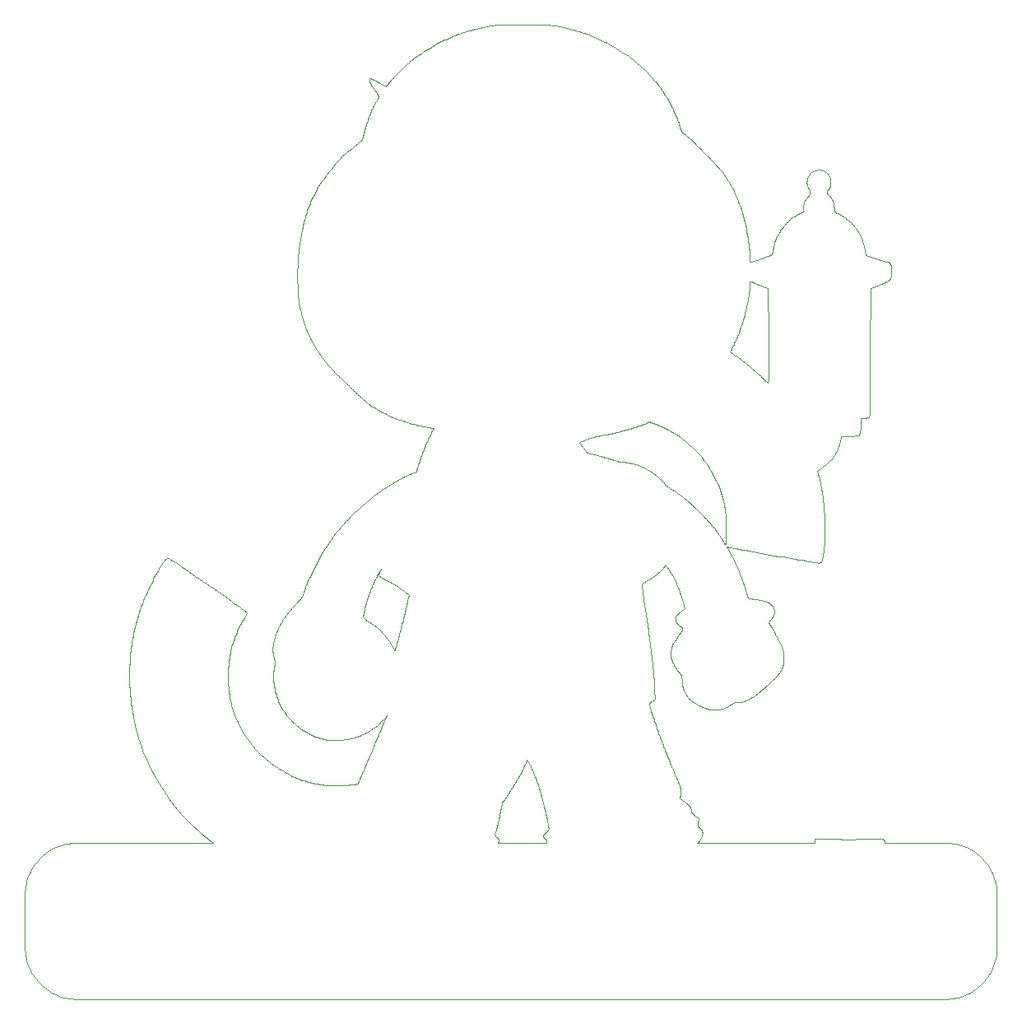
<source format=gbr>
G04 #@! TF.GenerationSoftware,KiCad,Pcbnew,(5.0.2)-1*
G04 #@! TF.CreationDate,2019-08-06T07:14:58-04:00*
G04 #@! TF.ProjectId,LuffyBadge2019_BSides,4c756666-7942-4616-9467-65323031395f,rev?*
G04 #@! TF.SameCoordinates,Original*
G04 #@! TF.FileFunction,Profile,NP*
%FSLAX46Y46*%
G04 Gerber Fmt 4.6, Leading zero omitted, Abs format (unit mm)*
G04 Created by KiCad (PCBNEW (5.0.2)-1) date 8/6/2019 7:14:58 AM*
%MOMM*%
%LPD*%
G01*
G04 APERTURE LIST*
%ADD10C,0.150000*%
%ADD11C,0.125000*%
G04 APERTURE END LIST*
D10*
X168275000Y-96125000D02*
X168225000Y-96175000D01*
X167975000Y-95825000D02*
X168075000Y-95825000D01*
D11*
X177903110Y-97686488D02*
X177918769Y-97665163D01*
X177447393Y-97758084D02*
X177558929Y-97772248D01*
X175923914Y-97513709D02*
X176262082Y-97570328D01*
X177809552Y-97754536D02*
X177830580Y-97745422D01*
X177850366Y-97734254D02*
X177868993Y-97720839D01*
X178078295Y-97041922D02*
X178090129Y-96960560D01*
X177787197Y-97761792D02*
X177809552Y-97754536D01*
X176847779Y-97666349D02*
X177088330Y-97704518D01*
X173036386Y-97014269D02*
X173480221Y-97092345D01*
X178032862Y-97313796D02*
X178044103Y-97253475D01*
X177738169Y-97771505D02*
X177763430Y-97767384D01*
X177289364Y-97735301D02*
X177447393Y-97758084D01*
X177558929Y-97772248D02*
X177620481Y-97777177D01*
X177682821Y-97776115D02*
X177711327Y-97774351D01*
X175174382Y-97386338D02*
X175560185Y-97452173D01*
X171711996Y-96778924D02*
X172148785Y-96856941D01*
X177986431Y-97509280D02*
X177998427Y-97466890D01*
X178102323Y-96873452D02*
X178114960Y-96780403D01*
X178066735Y-97117732D02*
X178078295Y-97041922D01*
X177088330Y-97704518D02*
X177289364Y-97735301D01*
X174769996Y-97316821D02*
X175174382Y-97386338D01*
X177763430Y-97767384D02*
X177787197Y-97761792D01*
X177918769Y-97665163D02*
X177933606Y-97640814D01*
X177886547Y-97704981D02*
X177903110Y-97686488D01*
X173919427Y-97169208D02*
X174350515Y-97244238D01*
X176571200Y-97621414D02*
X176847779Y-97666349D01*
X178187619Y-96165125D02*
X178206318Y-95949277D01*
X177947707Y-97613246D02*
X177961155Y-97582263D01*
X177868993Y-97720839D02*
X177886547Y-97704981D01*
X178166156Y-96374101D02*
X178187619Y-96165125D01*
X178128124Y-96681220D02*
X178141901Y-96575707D01*
X178114960Y-96780403D02*
X178128124Y-96681220D01*
X178021559Y-97369342D02*
X178032862Y-97313796D01*
X178010109Y-97420309D02*
X178021559Y-97369342D01*
X177961155Y-97582263D02*
X177974035Y-97547673D01*
X176262082Y-97570328D02*
X176571200Y-97621414D01*
X177711327Y-97774351D02*
X177738169Y-97771505D01*
X177998427Y-97466890D02*
X178010109Y-97420309D01*
X177933606Y-97640814D02*
X177947707Y-97613246D01*
X177830580Y-97745422D02*
X177850366Y-97734254D01*
X177652568Y-97776992D02*
X177682821Y-97776115D01*
X173480221Y-97092345D02*
X173919427Y-97169208D01*
X178044103Y-97253475D02*
X178055366Y-97188185D01*
X177974035Y-97547673D02*
X177986431Y-97509280D01*
X177620481Y-97777177D02*
X177652568Y-97776992D01*
X172591412Y-96935595D02*
X173036386Y-97014269D01*
X175560185Y-97452173D02*
X175923914Y-97513709D01*
X172148785Y-96856941D02*
X172591412Y-96935595D01*
X178055366Y-97188185D02*
X178066735Y-97117732D01*
X174350515Y-97244238D02*
X174769996Y-97316821D01*
X178141901Y-96575707D02*
X178166156Y-96374101D01*
X178090129Y-96960560D02*
X178102323Y-96873452D01*
X168764207Y-97204378D02*
X168720020Y-97119596D01*
X168299938Y-96355893D02*
X168251095Y-96271508D01*
X169446291Y-98680487D02*
X169414926Y-98602480D01*
X170057849Y-100412250D02*
X170030920Y-100328502D01*
X169503728Y-98827303D02*
X169474576Y-98752177D01*
X169737718Y-96419983D02*
X170092989Y-96485562D01*
X168846479Y-96251748D02*
X169110975Y-96302459D01*
X168630031Y-96949780D02*
X168584263Y-96864805D01*
X170002982Y-100242587D02*
X169974138Y-100154818D01*
X168290366Y-96139220D02*
X168432686Y-96169511D01*
X168720020Y-97119596D02*
X168675289Y-97034720D01*
X169172221Y-98040484D02*
X169134453Y-97958277D01*
X169658841Y-99243569D02*
X169626919Y-99155935D01*
X169409217Y-96358743D02*
X169737718Y-96419983D01*
X170869886Y-96627268D02*
X171284534Y-96702160D01*
X170471541Y-96554862D02*
X170869886Y-96627268D01*
X168935149Y-97541970D02*
X168893319Y-97457862D01*
X169245523Y-98203605D02*
X169209250Y-98122270D01*
X169056772Y-97792720D02*
X169016893Y-97709429D01*
X169944494Y-100065505D02*
X169914152Y-99974960D01*
X168538003Y-96779826D02*
X168491268Y-96694871D01*
X169474576Y-98752177D02*
X169446291Y-98680487D01*
X169110975Y-96302459D02*
X169409217Y-96358743D01*
X169315729Y-98364804D02*
X169281022Y-98284460D01*
X169974138Y-100154818D02*
X169944494Y-100065505D01*
X168251095Y-96271508D02*
X168201884Y-96187326D01*
X168976347Y-97625836D02*
X168935149Y-97541970D01*
X168396446Y-96525154D02*
X168348394Y-96440452D01*
X169819988Y-99699040D02*
X169787902Y-99606677D01*
X168619220Y-96207226D02*
X168846479Y-96251748D01*
X168348394Y-96440452D02*
X168299938Y-96355893D01*
X168584263Y-96864805D02*
X168538003Y-96779826D01*
X169095964Y-97875680D02*
X169056772Y-97792720D01*
X169914152Y-99974960D02*
X169883218Y-99883493D01*
X169723306Y-99423232D02*
X169691005Y-99332772D01*
X169626919Y-99155935D02*
X169595342Y-99070180D01*
X169414926Y-98602480D02*
X169382699Y-98523844D01*
X168675289Y-97034720D02*
X168630031Y-96949780D01*
X169016893Y-97709429D02*
X168976347Y-97625836D01*
X169209250Y-98122270D02*
X169172221Y-98040484D01*
X169349628Y-98444609D02*
X169315729Y-98364804D01*
X169564215Y-98986616D02*
X169533642Y-98905553D01*
X169755639Y-99514637D02*
X169723306Y-99423232D01*
X169134453Y-97958277D02*
X169095964Y-97875680D01*
X169883218Y-99883493D02*
X169851795Y-99791416D01*
X168850874Y-97373540D02*
X168807830Y-97289036D01*
X169281022Y-98284460D02*
X169245523Y-98203605D01*
X171284534Y-96702160D02*
X171711996Y-96778924D01*
X168432686Y-96169511D02*
X168619220Y-96207226D01*
X169851795Y-99791416D02*
X169819988Y-99699040D01*
X168807830Y-97289036D02*
X168764207Y-97204378D01*
X168893319Y-97457862D02*
X168850874Y-97373540D01*
X169691005Y-99332772D02*
X169658841Y-99243569D01*
X169787902Y-99606677D02*
X169755639Y-99514637D01*
X169382699Y-98523844D02*
X169349628Y-98444609D01*
X169595342Y-99070180D02*
X169564215Y-98986616D01*
X168491268Y-96694871D02*
X168444077Y-96609970D01*
X168444077Y-96609970D02*
X168396446Y-96525154D01*
X170030920Y-100328502D02*
X170002982Y-100242587D01*
X170092989Y-96485562D02*
X170471541Y-96554862D01*
X169533642Y-98905553D02*
X169503728Y-98827303D01*
X170316078Y-101280156D02*
X170311343Y-101269399D01*
X170325744Y-101300818D02*
X170320882Y-101290636D01*
X170757931Y-101487019D02*
X170725930Y-101481462D01*
X170457744Y-101424588D02*
X170442540Y-101420091D01*
X170513490Y-101438930D02*
X170493279Y-101434019D01*
X170790942Y-101492593D02*
X170757931Y-101487019D01*
X170859756Y-101503748D02*
X170824904Y-101498173D01*
X170273384Y-101163597D02*
X170269861Y-101151230D01*
X170083663Y-100493521D02*
X170057849Y-100412250D01*
X170375460Y-101381585D02*
X170370544Y-101375548D01*
X170108260Y-100572004D02*
X170083663Y-100493521D01*
X170131534Y-100647388D02*
X170108260Y-100572004D01*
X170350595Y-101346515D02*
X170345585Y-101338141D01*
X170895440Y-101509307D02*
X170859756Y-101503748D01*
X170153382Y-100719360D02*
X170131534Y-100647388D01*
X170173698Y-100787611D02*
X170153382Y-100719360D01*
X170824904Y-101498173D02*
X170790942Y-101492593D01*
X170192380Y-100851828D02*
X170173698Y-100787611D01*
X170209322Y-100911701D02*
X170192380Y-100851828D01*
X170266513Y-101138819D02*
X170263349Y-101126384D01*
X170400212Y-101403806D02*
X170394551Y-101400217D01*
X170335606Y-101320203D02*
X170330655Y-101310681D01*
X170306685Y-101258385D02*
X170302115Y-101247137D01*
X170355606Y-101354463D02*
X170350595Y-101346515D01*
X170609231Y-101459622D02*
X170583181Y-101454314D01*
X170442540Y-101420091D02*
X170429125Y-101415752D01*
X170224420Y-100966919D02*
X170209322Y-100911701D01*
X170237571Y-101017170D02*
X170224420Y-100966919D01*
X170248669Y-101062143D02*
X170237571Y-101017170D01*
X170380328Y-101387092D02*
X170375460Y-101381585D01*
X170389884Y-101396429D02*
X170385140Y-101392047D01*
X170636590Y-101465002D02*
X170609231Y-101459622D01*
X170695000Y-101475933D02*
X170665200Y-101470442D01*
X170311343Y-101269399D02*
X170306685Y-101258385D01*
X170493279Y-101434019D02*
X170474677Y-101429235D01*
X170257611Y-101101527D02*
X170248669Y-101062143D01*
X170385140Y-101392047D02*
X170380328Y-101387092D01*
X170330655Y-101310681D02*
X170325744Y-101300818D01*
X170345585Y-101338141D02*
X170340585Y-101329363D01*
X170417559Y-101411585D02*
X170407901Y-101407599D01*
X170360607Y-101361966D02*
X170355606Y-101354463D01*
X170260378Y-101113946D02*
X170257611Y-101101527D01*
X170289026Y-101212194D02*
X170284902Y-101200217D01*
X170370544Y-101375548D02*
X170365590Y-101369001D01*
X170583181Y-101454314D02*
X170558501Y-101449088D01*
X170302115Y-101247137D02*
X170297642Y-101235675D01*
X170340585Y-101329363D02*
X170335606Y-101320203D01*
X170293275Y-101224020D02*
X170289026Y-101212194D01*
X170407901Y-101407599D02*
X170400212Y-101403806D01*
X170277071Y-101175898D02*
X170273384Y-101163597D01*
X170280914Y-101188112D02*
X170277071Y-101175898D01*
X170558501Y-101449088D02*
X170535251Y-101443957D01*
X170297642Y-101235675D02*
X170293275Y-101224020D01*
X170474677Y-101429235D02*
X170457744Y-101424588D01*
X170535251Y-101443957D02*
X170513490Y-101438930D01*
X170263349Y-101126384D02*
X170260378Y-101113946D01*
X170269861Y-101151230D02*
X170266513Y-101138819D01*
X170284902Y-101200217D02*
X170280914Y-101188112D01*
X170394551Y-101400217D02*
X170389884Y-101396429D01*
X170320882Y-101290636D02*
X170316078Y-101280156D01*
X170725930Y-101481462D02*
X170695000Y-101475933D01*
X170665200Y-101470442D02*
X170636590Y-101465002D01*
X170365590Y-101369001D02*
X170360607Y-101361966D01*
X170429125Y-101415752D02*
X170417559Y-101411585D01*
X171084229Y-101536474D02*
X171045288Y-101531161D01*
X172223506Y-101765104D02*
X172172415Y-101746873D01*
X172366165Y-101824118D02*
X172320338Y-101803710D01*
X172918490Y-102288321D02*
X172890027Y-102246812D01*
X172963911Y-103231423D02*
X172985695Y-103182795D01*
X172989553Y-102414379D02*
X172968254Y-102372095D01*
X172320338Y-101803710D02*
X172272799Y-101784044D01*
X170969061Y-101520332D02*
X170931895Y-101514838D01*
X171006879Y-101525776D02*
X170969061Y-101520332D01*
X171045288Y-101531161D02*
X171006879Y-101525776D01*
X171624549Y-101611961D02*
X171553097Y-101599908D01*
X173073679Y-102808444D02*
X173073900Y-102763351D01*
X173073900Y-102763351D02*
X173071727Y-102718606D01*
X171123641Y-101541705D02*
X171084229Y-101536474D01*
X171888479Y-101665771D02*
X171825691Y-101651446D01*
X171403327Y-101577366D02*
X171324921Y-101566843D01*
X171825691Y-101651446D02*
X171760803Y-101637713D01*
X172968254Y-102372095D02*
X172944566Y-102330079D01*
X172708769Y-102043926D02*
X172676390Y-102016092D01*
X172064667Y-101712471D02*
X172007923Y-101696267D01*
X172533232Y-101913505D02*
X172493815Y-101889962D01*
X172607626Y-101963082D02*
X172571155Y-101937872D01*
X172739870Y-102072668D02*
X172708769Y-102043926D01*
X173071065Y-102853895D02*
X173073679Y-102808444D01*
X172798413Y-102132942D02*
X172769737Y-102102334D01*
X173060204Y-102630123D02*
X173050855Y-102586368D01*
X172890027Y-102246812D02*
X172859177Y-102205544D01*
X172944566Y-102330079D02*
X172918490Y-102288321D01*
X173008464Y-102456939D02*
X172989553Y-102414379D01*
X173022068Y-103086815D02*
X173036659Y-103039445D01*
X172859177Y-102205544D02*
X172825941Y-102164507D01*
X171479371Y-101588382D02*
X171403327Y-101577366D01*
X172571155Y-101937872D02*
X172533232Y-101913505D01*
X171244111Y-101556797D02*
X171203642Y-101551878D01*
X172452861Y-101867228D02*
X172410325Y-101845285D01*
X172119484Y-101729334D02*
X172064667Y-101712471D01*
X172272799Y-101784044D02*
X172223506Y-101765104D01*
X173066056Y-102899711D02*
X173071065Y-102853895D01*
X171163466Y-101546844D02*
X171123641Y-101541705D01*
X171760803Y-101637713D02*
X171693770Y-101624557D01*
X172493815Y-101889962D02*
X172452861Y-101867228D01*
X171203642Y-101551878D02*
X171163466Y-101546844D01*
X171324921Y-101566843D02*
X171244111Y-101556797D01*
X171553097Y-101599908D02*
X171479371Y-101588382D01*
X171693770Y-101624557D02*
X171624549Y-101611961D01*
X171949208Y-101680706D02*
X171888479Y-101665771D01*
X172825941Y-102164507D02*
X172798413Y-102132942D01*
X172007923Y-101696267D02*
X171949208Y-101680706D01*
X172172415Y-101746873D02*
X172119484Y-101729334D01*
X172985695Y-103182795D02*
X173005080Y-103134595D01*
X173048854Y-102992477D02*
X173058652Y-102945902D01*
X173050855Y-102586368D02*
X173039115Y-102542925D01*
X173036659Y-103039445D02*
X173048854Y-102992477D01*
X172410325Y-101845285D02*
X172366165Y-101824118D01*
X173067162Y-102674199D02*
X173060204Y-102630123D01*
X172769737Y-102102334D02*
X172739870Y-102072668D01*
X172642690Y-101989149D02*
X172607626Y-101963082D01*
X173039115Y-102542925D02*
X173024984Y-102499785D01*
X173058652Y-102945902D02*
X173066056Y-102899711D01*
X173071727Y-102718606D02*
X173067162Y-102674199D01*
X173024984Y-102499785D02*
X173008464Y-102456939D01*
X170931895Y-101514838D02*
X170895440Y-101509307D01*
X172676390Y-102016092D02*
X172642690Y-101989149D01*
X173005080Y-103134595D02*
X173022068Y-103086815D01*
X174033293Y-107919904D02*
X174039268Y-107859179D01*
X173306352Y-105351660D02*
X173254641Y-105250846D01*
X174043795Y-107302356D02*
X174038776Y-107241287D01*
X174052269Y-107612222D02*
X174052781Y-107549999D01*
X174026234Y-107980012D02*
X174033293Y-107919904D01*
X173408750Y-105554095D02*
X173357805Y-105452908D01*
X163852761Y-102480257D02*
X163655351Y-102626497D01*
X172852788Y-103430403D02*
X172884169Y-103379970D01*
X172739788Y-104311589D02*
X172704349Y-104254459D01*
X173000898Y-104770539D02*
X172952851Y-104682684D01*
X173602489Y-105948368D02*
X173556057Y-105852357D01*
X173768238Y-106302196D02*
X173730294Y-106219258D01*
X174047702Y-107363868D02*
X174043795Y-107302356D01*
X173458939Y-105654727D02*
X173408750Y-105554095D01*
X163705491Y-101894237D02*
X163852761Y-102480257D01*
X173254641Y-105250846D02*
X173202919Y-105150958D01*
X174008875Y-108097952D02*
X174018094Y-108039397D01*
X173508124Y-105754313D02*
X173458939Y-105654727D01*
X173803438Y-106380633D02*
X173768238Y-106302196D01*
X173556057Y-105852357D02*
X173508124Y-105754313D01*
X173929597Y-106688022D02*
X173911839Y-106639495D01*
X173972282Y-106835109D02*
X173958270Y-106781400D01*
X173985161Y-106890110D02*
X173972282Y-106835109D01*
X173943121Y-106729087D02*
X173929597Y-106688022D01*
X173998580Y-108155572D02*
X174008875Y-108097952D01*
X172777950Y-104375073D02*
X172739788Y-104311589D01*
X172818585Y-104444418D02*
X172777950Y-104375073D01*
X173689856Y-106132311D02*
X173647171Y-106041850D01*
X173730294Y-106219258D02*
X173689856Y-106132311D01*
X173911839Y-106639495D02*
X173890095Y-106583999D01*
X174047953Y-107736299D02*
X174050659Y-107674357D01*
X173958270Y-106781400D02*
X173943121Y-106729087D01*
X174038776Y-107241287D02*
X174032643Y-107180767D01*
X174052781Y-107549999D02*
X174052193Y-107487795D01*
X174052193Y-107487795D02*
X174050501Y-107425716D01*
X173835647Y-106454075D02*
X173803438Y-106380633D01*
X173647171Y-106041850D02*
X173602489Y-105948368D01*
X174050501Y-107425716D02*
X174047702Y-107363868D01*
X172782825Y-103532697D02*
X172819007Y-103481309D01*
X172704349Y-104254459D02*
X172671881Y-104204177D01*
X174050659Y-107674357D02*
X174052269Y-107612222D01*
X173864615Y-106522028D02*
X173835647Y-106454075D01*
X172861446Y-104519131D02*
X172818585Y-104444418D01*
X173357805Y-105452908D02*
X173306352Y-105351660D01*
X173050177Y-104861787D02*
X173000898Y-104770539D01*
X174044155Y-107797941D02*
X174047953Y-107736299D01*
X174039268Y-107859179D02*
X174044155Y-107797941D01*
X173151436Y-105052490D02*
X173100439Y-104955935D01*
X172939730Y-103280489D02*
X172963911Y-103231423D01*
X173890095Y-106583999D02*
X173864615Y-106522028D01*
X174025392Y-107120902D02*
X174017021Y-107061797D01*
X174018094Y-108039397D02*
X174026234Y-107980012D01*
X172913149Y-103330002D02*
X172939730Y-103280489D01*
X172884169Y-103379970D02*
X172913149Y-103330002D01*
X173996908Y-106946295D02*
X173985161Y-106890110D01*
X172819007Y-103481309D02*
X172852788Y-103430403D01*
X172744241Y-103584577D02*
X172782825Y-103532697D01*
X174032643Y-107180767D02*
X174025392Y-107120902D01*
X172906284Y-104598717D02*
X172861446Y-104519131D01*
X173100439Y-104955935D02*
X173050177Y-104861787D01*
X174007527Y-107003560D02*
X173996908Y-106946295D01*
X174017021Y-107061797D02*
X174007527Y-107003560D01*
X172952851Y-104682684D02*
X172906284Y-104598717D01*
X173202919Y-105150958D02*
X173151436Y-105052490D01*
X178073977Y-91207102D02*
X178043321Y-90958741D01*
X178258230Y-87775342D02*
X178347674Y-87704291D01*
X178071123Y-87914895D02*
X178166055Y-87845532D01*
X178899405Y-87179787D02*
X178967897Y-87100552D01*
X178222282Y-95727059D02*
X178235538Y-95498968D01*
X181897221Y-84353237D02*
X181900347Y-84333977D01*
X177519701Y-88295587D02*
X177973411Y-87983467D01*
X177769509Y-89349535D02*
X177722271Y-89144117D01*
X179674914Y-85850666D02*
X179708421Y-85749917D01*
X179519057Y-86237177D02*
X179561345Y-86142951D01*
X179217047Y-86771412D02*
X179273254Y-86685898D01*
X178678638Y-87410748D02*
X178754800Y-87334850D01*
X177938439Y-90237373D02*
X177899266Y-90006487D01*
X178967897Y-87100552D02*
X179033882Y-87020132D01*
X178210727Y-92745303D02*
X178193693Y-92485716D01*
X172671881Y-104204177D02*
X172485851Y-103923057D01*
X177975524Y-90473377D02*
X177938439Y-90237373D01*
X177858035Y-89781219D02*
X177814773Y-89562069D01*
X178152632Y-91968906D02*
X178128660Y-91712684D01*
X178247501Y-93522805D02*
X178237659Y-93264348D01*
X178259796Y-94035092D02*
X178254890Y-93779886D01*
X177722271Y-89144117D02*
X177519701Y-88295587D01*
X178828381Y-87257875D02*
X178899405Y-87179787D01*
X179796246Y-85437203D02*
X179821371Y-85329357D01*
X178347674Y-87704291D02*
X178434412Y-87632341D01*
X179769062Y-85543221D02*
X179796246Y-85437203D01*
X179739796Y-85647447D02*
X179769062Y-85543221D01*
X179708421Y-85749917D02*
X179739796Y-85647447D01*
X178254040Y-95027170D02*
X178259343Y-94784462D01*
X178043321Y-90958741D02*
X178010494Y-90713999D01*
X179474511Y-86329861D02*
X179519057Y-86237177D01*
X177899266Y-90006487D02*
X177858035Y-89781219D01*
X179378548Y-86510748D02*
X179427683Y-86421040D01*
X178174319Y-92226750D02*
X178152632Y-91968906D01*
X178206318Y-95949277D02*
X178222282Y-95727059D01*
X172485851Y-103923057D02*
X172744241Y-103584577D01*
X179097386Y-86938493D02*
X179158433Y-86855598D01*
X178434412Y-87632341D02*
X178518469Y-87559458D01*
X178193693Y-92485716D02*
X178174319Y-92226750D01*
X178225392Y-93005014D02*
X178210727Y-92745303D01*
X178599869Y-87485606D02*
X178678638Y-87410748D01*
X178262193Y-94287923D02*
X178259796Y-94035092D01*
X178518469Y-87559458D02*
X178599869Y-87485606D01*
X178246115Y-95265506D02*
X178254040Y-95027170D01*
X179639249Y-85949731D02*
X179674914Y-85850666D01*
X177814773Y-89562069D02*
X177769509Y-89349535D01*
X178262051Y-94537879D02*
X178262193Y-94287923D01*
X178235538Y-95498968D02*
X178246115Y-95265506D01*
X179273254Y-86685898D02*
X179327080Y-86599023D01*
X179561345Y-86142951D02*
X179601401Y-86047148D01*
X179033882Y-87020132D02*
X179097386Y-86938493D01*
X178102432Y-91458583D02*
X178073977Y-91207102D01*
X178237659Y-93264348D02*
X178225392Y-93005014D01*
X178128660Y-91712684D02*
X178102432Y-91458583D01*
X178754800Y-87334850D02*
X178828381Y-87257875D01*
X178166055Y-87845532D02*
X178258230Y-87775342D01*
X178254890Y-93779886D02*
X178247501Y-93522805D01*
X177973411Y-87983467D02*
X178071123Y-87914895D01*
X178259343Y-94784462D02*
X178262051Y-94537879D01*
X178010494Y-90713999D02*
X177975524Y-90473377D01*
X179427683Y-86421040D02*
X179474511Y-86329861D01*
X179601401Y-86047148D02*
X179639249Y-85949731D01*
X179327080Y-86599023D02*
X179378548Y-86510748D01*
X179158433Y-86855598D02*
X179217047Y-86771412D01*
X149666163Y-125434120D02*
X149650953Y-125448183D01*
X149788257Y-125298160D02*
X149778585Y-125311262D01*
X149504776Y-125569536D02*
X149476632Y-125593104D01*
X149384091Y-125678261D02*
X149365902Y-125697621D01*
X149461731Y-126109837D02*
X149474581Y-126121958D01*
X149292051Y-125884236D02*
X149296491Y-125900622D01*
X149404246Y-125658199D02*
X149384091Y-125678261D01*
X149438117Y-126087342D02*
X149461731Y-126109837D01*
X149680844Y-125420119D02*
X149666163Y-125434120D01*
X149635220Y-125462302D02*
X149618968Y-125476468D01*
X149335374Y-125734515D02*
X149323009Y-125752189D01*
X149797345Y-125285196D02*
X149788257Y-125298160D01*
X149416185Y-126065752D02*
X149438117Y-126087342D01*
X149312561Y-125769440D02*
X149304018Y-125786339D01*
X149360599Y-126005711D02*
X149377413Y-126025006D01*
X149302735Y-125917214D02*
X149310772Y-125934082D01*
X149476632Y-125593104D02*
X149450504Y-125615690D01*
X149288638Y-125851804D02*
X149289430Y-125867987D01*
X149602204Y-125490674D02*
X149584933Y-125504913D01*
X149805843Y-125272377D02*
X149797345Y-125285196D01*
X149813746Y-125259710D02*
X149805843Y-125272377D01*
X149746120Y-125351315D02*
X149734167Y-125364891D01*
X149395946Y-126044997D02*
X149416185Y-126065752D01*
X149377413Y-126025006D02*
X149395946Y-126044997D01*
X149345515Y-125987040D02*
X149360599Y-126005711D01*
X149332174Y-125968925D02*
X149345515Y-125987040D01*
X149320589Y-125951296D02*
X149332174Y-125968925D01*
X149304018Y-125786339D02*
X149297366Y-125802954D01*
X149426380Y-125637365D02*
X149404246Y-125658199D01*
X149618968Y-125476468D02*
X149602204Y-125490674D01*
X149721657Y-125378567D02*
X149708596Y-125392335D01*
X149289689Y-125835617D02*
X149288638Y-125851804D01*
X149296491Y-125900622D02*
X149302735Y-125917214D01*
X149757511Y-125337847D02*
X149746120Y-125351315D01*
X149694990Y-125406188D02*
X149680844Y-125420119D01*
X149292594Y-125819357D02*
X149289689Y-125835617D01*
X149768334Y-125324493D02*
X149757511Y-125337847D01*
X149778585Y-125311262D02*
X149768334Y-125324493D01*
X149567161Y-125519177D02*
X149534948Y-125544917D01*
X149650953Y-125448183D02*
X149635220Y-125462302D01*
X149289430Y-125867987D02*
X149292051Y-125884236D01*
X149323009Y-125752189D02*
X149312561Y-125769440D01*
X149297366Y-125802954D02*
X149292594Y-125819357D01*
X149584933Y-125504913D02*
X149567161Y-125519177D01*
X149310772Y-125934082D02*
X149320589Y-125951296D01*
X149349667Y-125716349D02*
X149335374Y-125734515D01*
X149365902Y-125697621D02*
X149349667Y-125716349D01*
X149450504Y-125615690D02*
X149426380Y-125637365D01*
X149708596Y-125392335D02*
X149694990Y-125406188D01*
X149534948Y-125544917D02*
X149504776Y-125569536D01*
X149734167Y-125364891D02*
X149721657Y-125378567D01*
X149833829Y-125222696D02*
X149827745Y-125234862D01*
X149839297Y-125210713D02*
X149833829Y-125222696D01*
X149839407Y-124963351D02*
X149848299Y-125018011D01*
X149828253Y-124899681D02*
X149839407Y-124963351D01*
X149799661Y-124747571D02*
X149814963Y-124827567D01*
X149619827Y-123891563D02*
X149646723Y-124014304D01*
X149697354Y-124249115D02*
X149720839Y-124360056D01*
X149413704Y-122985416D02*
X149444189Y-123115950D01*
X149113020Y-121777762D02*
X149153751Y-121929727D01*
X148344220Y-119491196D02*
X148396059Y-119619728D01*
X149848359Y-125187322D02*
X149844142Y-125198919D01*
X149234898Y-122245958D02*
X149263587Y-122361174D01*
X148188208Y-119123168D02*
X148240228Y-119242756D01*
X149844142Y-125198919D02*
X149839297Y-125210713D01*
X149854886Y-125164749D02*
X149851942Y-125175929D01*
X149857186Y-125153788D02*
X149854886Y-125164749D01*
X149474535Y-123247061D02*
X149504618Y-123378188D01*
X149858835Y-125143054D02*
X149857186Y-125153788D01*
X149859829Y-125132555D02*
X149858835Y-125143054D01*
X149444189Y-123115950D02*
X149474535Y-123247061D01*
X148600808Y-120158886D02*
X148651011Y-120299133D01*
X148292254Y-119365485D02*
X148344220Y-119491196D01*
X149592044Y-123766017D02*
X149619827Y-123891563D01*
X149860161Y-125122297D02*
X149859829Y-125132555D01*
X149858801Y-125098048D02*
X149860161Y-125122297D01*
X148983924Y-121324107D02*
X149028040Y-121474792D01*
X149763524Y-124566192D02*
X149782473Y-124660258D01*
X149848299Y-125018011D02*
X149854806Y-125063098D01*
X148447704Y-119750924D02*
X148499088Y-119884621D01*
X149814963Y-124827567D02*
X149828253Y-124899681D01*
X149782473Y-124660258D02*
X149799661Y-124747571D01*
X149742937Y-124465937D02*
X149763524Y-124566192D01*
X149646723Y-124014304D02*
X149672607Y-124133676D01*
X149263587Y-122361174D02*
X149292887Y-122480353D01*
X149179855Y-122029670D02*
X149206946Y-122135269D01*
X148892778Y-121025133D02*
X148938815Y-121174167D01*
X149504618Y-123378188D02*
X149534314Y-123508766D01*
X149563498Y-123638230D02*
X149592044Y-123766017D01*
X149028040Y-121474792D02*
X149071093Y-121626064D01*
X149322673Y-122602930D02*
X149352822Y-122728343D01*
X149153751Y-121929727D02*
X149179855Y-122029670D01*
X148396059Y-119619728D02*
X148447704Y-119750924D01*
X149071093Y-121626064D02*
X149113020Y-121777762D01*
X149720839Y-124360056D02*
X149742937Y-124465937D01*
X149672607Y-124133676D02*
X149697354Y-124249115D01*
X149534314Y-123508766D02*
X149563498Y-123638230D01*
X149383207Y-122856026D02*
X149413704Y-122985416D01*
X148700686Y-120441245D02*
X148749767Y-120585060D01*
X148845879Y-120877164D02*
X148892778Y-121025133D01*
X148550145Y-120020662D02*
X148600808Y-120158886D01*
X148240228Y-119242756D02*
X148292254Y-119365485D01*
X149352822Y-122728343D02*
X149383207Y-122856026D01*
X148938815Y-121174167D02*
X148983924Y-121324107D01*
X148651011Y-120299133D02*
X148700686Y-120441245D01*
X148749767Y-120585060D02*
X148798187Y-120730419D01*
X149292887Y-122480353D02*
X149322673Y-122602930D01*
X148499088Y-119884621D02*
X148550145Y-120020662D01*
X149851942Y-125175929D02*
X149848359Y-125187322D01*
X149854806Y-125063098D02*
X149858801Y-125098048D01*
X149206946Y-122135269D02*
X149234898Y-122245958D01*
X148798187Y-120730419D02*
X148845879Y-120877164D01*
X148136262Y-119006881D02*
X148188208Y-119123168D01*
X149821048Y-125247202D02*
X149813746Y-125259710D01*
X149827745Y-125234862D02*
X149821048Y-125247202D01*
X131100033Y-101806875D02*
X131142055Y-101665955D01*
X131142055Y-101665955D02*
X131185804Y-101524815D01*
X131056162Y-103644759D02*
X131050808Y-103639281D01*
X131592771Y-100399031D02*
X131650111Y-100260131D01*
X131066851Y-103655814D02*
X131061510Y-103650270D01*
X131278311Y-101242250D02*
X131326982Y-101101014D01*
X130986114Y-103576187D02*
X130980691Y-103571157D01*
X132151685Y-99182628D02*
X132219086Y-99053559D01*
X131891954Y-99712641D02*
X131955319Y-99578265D01*
X132085228Y-99313165D02*
X132151685Y-99182628D01*
X131955319Y-99578265D02*
X132019758Y-99445076D01*
X131829708Y-99848110D02*
X131891954Y-99712641D01*
X131377207Y-100959932D02*
X131428942Y-100819099D01*
X130984773Y-102227381D02*
X131021349Y-102087682D01*
X131768622Y-99984576D02*
X131829708Y-99848110D01*
X131650111Y-100260131D02*
X131708742Y-100121948D01*
X131536768Y-100538555D02*
X131592771Y-100399031D01*
X131023946Y-103612389D02*
X131018557Y-103607113D01*
X131231237Y-101383549D02*
X131278311Y-101242250D01*
X131034708Y-103623045D02*
X131029330Y-103617700D01*
X131482143Y-100678609D02*
X131536768Y-100538555D01*
X131326982Y-101101014D02*
X131377207Y-100959932D01*
X131185804Y-101524815D02*
X131231237Y-101383549D01*
X131007762Y-103596664D02*
X131002357Y-103591491D01*
X131018557Y-103607113D02*
X131013162Y-103601871D01*
X131059784Y-101947482D02*
X131100033Y-101806875D01*
X131040081Y-103628423D02*
X131034708Y-103623045D01*
X131050808Y-103639281D02*
X131045448Y-103633835D01*
X131029330Y-103617700D02*
X131023946Y-103612389D01*
X130950099Y-102366486D02*
X130984773Y-102227381D01*
X130886631Y-102642537D02*
X130917370Y-102504903D01*
X131061510Y-103650270D02*
X131056162Y-103644759D01*
X160229081Y-83284507D02*
X160229081Y-83284507D01*
X130996947Y-103586354D02*
X130991533Y-103581253D01*
X131002357Y-103591491D02*
X130996947Y-103586354D01*
X131077512Y-103666999D02*
X131072185Y-103661391D01*
X131082832Y-103672639D02*
X131077512Y-103666999D01*
X131072185Y-103661391D02*
X131066851Y-103655814D01*
X148084455Y-118894056D02*
X148136262Y-119006881D01*
X148032854Y-118784851D02*
X148084455Y-118894056D01*
X147981527Y-118679426D02*
X148032854Y-118784851D01*
X147930540Y-118577941D02*
X147981527Y-118679426D01*
X131428942Y-100819099D02*
X131482143Y-100678609D01*
X147879959Y-118480556D02*
X147930540Y-118577941D01*
X132019758Y-99445076D02*
X132085228Y-99313165D01*
X130917370Y-102504903D02*
X130950099Y-102366486D01*
X131045448Y-103633835D02*
X131040081Y-103628423D01*
X147829852Y-118387431D02*
X147879959Y-118480556D01*
X147683038Y-118135208D02*
X147731324Y-118214597D01*
X131013162Y-103601871D02*
X131007762Y-103596664D01*
X131088145Y-103678311D02*
X131082832Y-103672639D01*
X147780285Y-118298724D02*
X147829852Y-118387431D01*
X147731324Y-118214597D02*
X147780285Y-118298724D01*
X147635491Y-118060717D02*
X147683038Y-118135208D01*
X130734711Y-103343787D02*
X130886631Y-102642537D01*
X130980691Y-103571157D02*
X130734711Y-103343787D01*
X132497255Y-98553825D02*
X132568721Y-98433497D01*
X132426515Y-98676090D02*
X132497255Y-98553825D01*
X132356545Y-98800196D02*
X132426515Y-98676090D01*
X130991533Y-103581253D02*
X130986114Y-103576187D01*
X132287387Y-98926050D02*
X132356545Y-98800196D01*
X132219086Y-99053559D02*
X132287387Y-98926050D01*
X131021349Y-102087682D02*
X131059784Y-101947482D01*
X131708742Y-100121948D02*
X131768622Y-99984576D01*
X132548268Y-104741421D02*
X132491277Y-104686032D01*
X131232031Y-103788580D02*
X131189132Y-103765507D01*
X131359599Y-103859547D02*
X131317269Y-103835600D01*
X131401731Y-103883784D02*
X131359599Y-103859547D01*
X131811248Y-104142003D02*
X131771324Y-104114892D01*
X132778732Y-104984556D02*
X132720881Y-104920747D01*
X131443661Y-103908311D02*
X131401731Y-103883784D01*
X131526898Y-103958232D02*
X131485385Y-103933127D01*
X132342699Y-104551150D02*
X132306565Y-104520109D01*
X132605579Y-104799074D02*
X132548268Y-104741421D01*
X131568196Y-103983625D02*
X131526898Y-103958232D01*
X131609276Y-104009305D02*
X131568196Y-103983625D01*
X131890359Y-104197076D02*
X131850927Y-104169397D01*
X132306565Y-104520109D02*
X132270134Y-104489345D01*
X133509176Y-105943134D02*
X133456224Y-105863635D01*
X133124263Y-105402370D02*
X133067210Y-105329101D01*
X133180938Y-105476847D02*
X133124263Y-105402370D01*
X131690762Y-104061527D02*
X131650133Y-104035273D01*
X131731161Y-104088067D02*
X131690762Y-104061527D01*
X131929539Y-104225037D02*
X131890359Y-104197076D01*
X133067210Y-105329101D02*
X133009851Y-105257144D01*
X132007127Y-104281808D02*
X131968463Y-104253281D01*
X132045526Y-104310616D02*
X132007127Y-104281808D01*
X132491277Y-104686032D02*
X132434675Y-104633012D01*
X132083656Y-104339705D02*
X132045526Y-104310616D01*
X133237167Y-105552424D02*
X133180938Y-105476847D01*
X132952254Y-105186606D02*
X132894488Y-105117591D01*
X133561263Y-106023101D02*
X133509176Y-105943134D01*
X131130361Y-103724800D02*
X131125113Y-103718883D01*
X132196394Y-104428652D02*
X132159095Y-104398723D01*
X131125113Y-103718883D02*
X131119857Y-103712996D01*
X131189132Y-103765507D02*
X131146051Y-103742727D01*
X133456224Y-105863635D02*
X133402478Y-105784709D01*
X132270134Y-104489345D02*
X132233409Y-104458860D01*
X132434675Y-104633012D02*
X132378531Y-104582467D01*
X132663140Y-104858884D02*
X132605579Y-104799074D01*
X133612416Y-106103429D02*
X133561263Y-106023101D01*
X132378531Y-104582467D02*
X132342699Y-104551150D01*
X132894488Y-105117591D02*
X132836625Y-105050206D01*
X131093450Y-103684015D02*
X131088145Y-103678311D01*
X131098747Y-103689750D02*
X131093450Y-103684015D01*
X131114592Y-103707139D02*
X131109318Y-103701312D01*
X131140830Y-103736722D02*
X131135600Y-103730746D01*
X132720881Y-104920747D02*
X132663140Y-104858884D01*
X131317269Y-103835600D02*
X131274745Y-103811944D01*
X133402478Y-105784709D02*
X133348007Y-105706461D01*
X131650133Y-104035273D02*
X131609276Y-104009305D01*
X133292880Y-105628998D02*
X133237167Y-105552424D01*
X133009851Y-105257144D02*
X132952254Y-105186606D01*
X131968463Y-104253281D02*
X131929539Y-104225037D01*
X132836625Y-105050206D02*
X132778732Y-104984556D01*
X132159095Y-104398723D02*
X132121514Y-104369074D01*
X131771324Y-104114892D02*
X131731161Y-104088067D01*
X131104037Y-103695515D02*
X131098747Y-103689750D01*
X131109318Y-103701312D02*
X131104037Y-103695515D01*
X131119857Y-103712996D02*
X131114592Y-103707139D01*
X131135600Y-103730746D02*
X131130361Y-103724800D01*
X132121514Y-104369074D02*
X132083656Y-104339705D01*
X133348007Y-105706461D02*
X133292880Y-105628998D01*
X131850927Y-104169397D02*
X131811248Y-104142003D01*
X131146051Y-103742727D02*
X131140830Y-103736722D01*
X131274745Y-103811944D02*
X131232031Y-103788580D01*
X131485385Y-103933127D02*
X131443661Y-103908311D01*
X132233409Y-104458860D02*
X132196394Y-104428652D01*
X133938484Y-106666979D02*
X133895819Y-106587078D01*
X134425782Y-100303673D02*
X134493399Y-100349318D01*
X134151692Y-100125942D02*
X134220755Y-100169639D01*
X135275950Y-100933203D02*
X135338717Y-100984755D01*
X134565652Y-104859748D02*
X134513692Y-105054501D01*
X134299508Y-105839085D02*
X134244494Y-106036149D01*
X134289459Y-100213829D02*
X134357801Y-100258509D01*
X134188939Y-106233391D02*
X134132868Y-106430714D01*
X134244494Y-106036149D02*
X134188939Y-106233391D01*
X133979658Y-106746398D02*
X133938484Y-106666979D01*
X135463101Y-101089137D02*
X135430400Y-101248215D01*
X134956424Y-100681990D02*
X135021084Y-100731347D01*
X134694055Y-100489104D02*
X134760204Y-100536636D01*
X135021084Y-100731347D02*
X135085367Y-100781151D01*
X134814758Y-103899105D02*
X134766441Y-104089168D01*
X135043882Y-102969044D02*
X134999797Y-103152039D01*
X135085367Y-100781151D02*
X135149274Y-100831397D01*
X134012492Y-100040041D02*
X134082271Y-100082741D01*
X134019271Y-106825227D02*
X133979658Y-106746398D01*
X135396547Y-101409943D02*
X135361564Y-101574226D01*
X134825983Y-100584631D02*
X134891390Y-100633083D01*
X134132868Y-106430714D02*
X134076304Y-106628025D01*
X134954819Y-103336638D02*
X134908971Y-103522745D01*
X134082271Y-100082741D02*
X134151692Y-100125942D01*
X134627537Y-100442038D02*
X134694055Y-100489104D01*
X135212802Y-100882083D02*
X135275950Y-100933203D01*
X134493399Y-100349318D02*
X134560651Y-100395441D01*
X134891390Y-100633083D02*
X134956424Y-100681990D01*
X133871872Y-99956157D02*
X133942359Y-99997845D01*
X135129276Y-102608245D02*
X135087049Y-102787747D01*
X134220755Y-100169639D02*
X134289459Y-100213829D01*
X134760204Y-100536636D02*
X134825983Y-100584631D01*
X134407822Y-105445868D02*
X134353958Y-105642293D01*
X134999797Y-103152039D02*
X134954819Y-103336638D01*
X134357801Y-100258509D02*
X134425782Y-100303673D01*
X135210814Y-102255001D02*
X135170539Y-102430631D01*
X135361564Y-101574226D02*
X135325476Y-101740968D01*
X134667504Y-104472582D02*
X134616931Y-104665744D01*
X134717349Y-104280359D02*
X134667504Y-104472582D01*
X134862276Y-103710266D02*
X134814758Y-103899105D01*
X135087049Y-102787747D02*
X135043882Y-102969044D01*
X135149274Y-100831397D02*
X135212802Y-100882083D01*
X133662565Y-106184013D02*
X133612416Y-106103429D01*
X133711641Y-106264748D02*
X133662565Y-106184013D01*
X133759574Y-106345527D02*
X133711641Y-106264748D01*
X134076304Y-106628025D02*
X134019271Y-106825227D01*
X135325476Y-101740968D02*
X135288306Y-101910075D01*
X135338717Y-100984755D02*
X135401101Y-101036734D01*
X133806295Y-106426246D02*
X133759574Y-106345527D01*
X133851733Y-106506798D02*
X133806295Y-106426246D01*
X134353958Y-105642293D02*
X134299508Y-105839085D01*
X135430400Y-101248215D02*
X135396547Y-101409943D01*
X135401101Y-101036734D02*
X135463101Y-101089137D01*
X134461074Y-105249906D02*
X134407822Y-105445868D01*
X134560651Y-100395441D02*
X134627537Y-100442038D01*
X134908971Y-103522745D02*
X134862276Y-103710266D01*
X134513692Y-105054501D02*
X134461074Y-105249906D01*
X134766441Y-104089168D02*
X134717349Y-104280359D01*
X135170539Y-102430631D02*
X135129276Y-102608245D01*
X135288306Y-101910075D02*
X135250078Y-102081451D01*
X135250078Y-102081451D02*
X135210814Y-102255001D01*
X133942359Y-99997845D02*
X134012492Y-100040041D01*
X134616931Y-104665744D02*
X134565652Y-104859748D01*
X133895819Y-106587078D02*
X133851733Y-106506798D01*
X145836812Y-121352181D02*
X145925952Y-121217092D01*
X147144860Y-119102161D02*
X147218061Y-118955441D01*
X146763546Y-119825227D02*
X146841838Y-119682031D01*
X145655648Y-121620072D02*
X145746709Y-121486509D01*
X147568531Y-118211533D02*
X147635491Y-118060717D01*
X144268251Y-125743447D02*
X144389161Y-125466467D01*
X146684249Y-119967705D02*
X146763546Y-119825227D01*
X144500291Y-125982717D02*
X144268251Y-125743447D01*
X147431465Y-118511142D02*
X147500521Y-118361676D01*
X147500521Y-118361676D02*
X147568531Y-118211533D01*
X146841838Y-119682031D02*
X146919118Y-119538123D01*
X147218061Y-118955441D02*
X147290231Y-118808029D01*
X147361367Y-118659928D02*
X147431465Y-118511142D01*
X145563633Y-121752866D02*
X145655648Y-121620072D01*
X146919118Y-119538123D02*
X146995385Y-119393505D01*
X146101329Y-120944647D02*
X146187558Y-120807299D01*
X146995385Y-119393505D02*
X147070634Y-119248183D01*
X146187558Y-120807299D02*
X146272809Y-120669205D01*
X147635491Y-118060717D02*
X147635491Y-118060717D01*
X146603949Y-120109463D02*
X146684249Y-119967705D01*
X147290231Y-118808029D02*
X147361367Y-118659928D01*
X146014126Y-121081246D02*
X146101329Y-120944647D01*
X146357077Y-120530371D02*
X146440360Y-120390800D01*
X146272809Y-120669205D02*
X146357077Y-120530371D01*
X145746709Y-121486509D02*
X145836812Y-121352181D01*
X146522652Y-120250496D02*
X146603949Y-120109463D01*
X145470668Y-121884886D02*
X145563633Y-121752866D01*
X147070634Y-119248183D02*
X147144860Y-119102161D01*
X145925952Y-121217092D02*
X146014126Y-121081246D01*
X146440360Y-120390800D02*
X146522652Y-120250496D01*
X145376756Y-122016130D02*
X145470668Y-121884886D01*
X144915637Y-123205764D02*
X144926161Y-123156123D01*
X144862294Y-123459748D02*
X144873064Y-123408150D01*
X144840595Y-123564210D02*
X144851472Y-123511765D01*
X144829662Y-123617092D02*
X144840595Y-123564210D01*
X144596039Y-124708652D02*
X144609836Y-124649458D01*
X144403303Y-125430471D02*
X144411259Y-125407751D01*
X145281901Y-122146592D02*
X145376756Y-122016130D01*
X145186108Y-122276269D02*
X145281901Y-122146592D01*
X145089381Y-122405157D02*
X145186108Y-122276269D01*
X145079409Y-122450071D02*
X145089381Y-122405157D01*
X144637722Y-124527638D02*
X144651758Y-124465226D01*
X145008854Y-122771332D02*
X145019024Y-122724638D01*
X144735624Y-124076505D02*
X144749296Y-124010344D01*
X144542441Y-124931487D02*
X144555549Y-124878084D01*
X144469716Y-125212104D02*
X144481000Y-125170609D01*
X144796513Y-123778453D02*
X144807622Y-123724204D01*
X145069414Y-122495212D02*
X145079409Y-122450071D01*
X144428807Y-125353408D02*
X144438347Y-125321998D01*
X144582375Y-124766560D02*
X144596039Y-124708652D01*
X144395928Y-125450078D02*
X144403303Y-125430471D01*
X144707912Y-124208078D02*
X144721820Y-124142452D01*
X144957469Y-123009348D02*
X144967822Y-122961108D01*
X144516966Y-125033036D02*
X144529571Y-124983173D01*
X144693925Y-124273276D02*
X144707912Y-124208078D01*
X144936640Y-123106846D02*
X144947076Y-123057924D01*
X144818671Y-123670420D02*
X144829662Y-123617092D01*
X144529571Y-124983173D02*
X144542441Y-124931487D01*
X145059392Y-122540588D02*
X145069414Y-122495212D01*
X145049344Y-122586210D02*
X145059392Y-122540588D01*
X145039267Y-122632087D02*
X145049344Y-122586210D01*
X144873064Y-123408150D02*
X144883781Y-123356962D01*
X144807622Y-123724204D02*
X144818671Y-123670420D01*
X145029161Y-122678226D02*
X145039267Y-122632087D01*
X145019024Y-122724638D02*
X145029161Y-122678226D01*
X144998650Y-122818317D02*
X145008854Y-122771332D01*
X144947076Y-123057924D02*
X144957469Y-123009348D01*
X144651758Y-124465226D02*
X144665822Y-124401957D01*
X144492653Y-125126861D02*
X144504651Y-125080967D01*
X144481000Y-125170609D02*
X144492653Y-125126861D01*
X144883781Y-123356962D02*
X144894448Y-123306174D01*
X144665822Y-124401957D02*
X144679886Y-124337938D01*
X144568869Y-124823073D02*
X144582375Y-124766560D01*
X144438347Y-125321998D02*
X144448363Y-125287905D01*
X144419769Y-125382028D02*
X144428807Y-125353408D01*
X144905066Y-123255778D02*
X144915637Y-123205764D01*
X144762811Y-123944077D02*
X144774109Y-123888380D01*
X144448363Y-125287905D02*
X144458828Y-125251238D01*
X144555549Y-124878084D02*
X144568869Y-124823073D01*
X144894448Y-123306174D02*
X144905066Y-123255778D01*
X144851472Y-123511765D02*
X144862294Y-123459748D01*
X144721820Y-124142452D02*
X144735624Y-124076505D01*
X144785342Y-123833175D02*
X144796513Y-123778453D01*
X144774109Y-123888380D02*
X144785342Y-123833175D01*
X144458828Y-125251238D02*
X144469716Y-125212104D01*
X144749296Y-124010344D02*
X144762811Y-123944077D01*
X144623739Y-124589084D02*
X144637722Y-124527638D01*
X144609836Y-124649458D02*
X144623739Y-124589084D01*
X144411259Y-125407751D02*
X144419769Y-125382028D01*
X144978136Y-122913196D02*
X144988411Y-122865602D01*
X144504651Y-125080967D02*
X144516966Y-125033036D01*
X144988411Y-122865602D02*
X144998650Y-122818317D01*
X144679886Y-124337938D02*
X144693925Y-124273276D01*
X144967822Y-122961108D02*
X144978136Y-122913196D01*
X144926161Y-123156123D02*
X144936640Y-123106846D01*
X149589764Y-126263041D02*
X149595019Y-126274931D01*
X149539172Y-126187652D02*
X149547956Y-126198043D01*
X149595019Y-126274931D02*
X149599814Y-126287298D01*
X144712508Y-126297310D02*
X144707839Y-126279694D01*
X149611549Y-126327925D02*
X149614614Y-126342862D01*
X144707839Y-126279694D02*
X144702045Y-126261979D01*
X149519951Y-126166655D02*
X149529841Y-126177211D01*
X149498450Y-126144933D02*
X149509491Y-126155917D01*
X144718490Y-126332393D02*
X144716057Y-126314864D01*
X144690928Y-126495170D02*
X144698332Y-126476192D01*
X149563923Y-126218941D02*
X149571128Y-126229579D01*
X144719140Y-126385202D02*
X144720027Y-126367525D01*
X144714078Y-126420966D02*
X144717155Y-126403004D01*
X149577829Y-126240431D02*
X149584038Y-126251563D01*
X149474581Y-126121958D02*
X149486817Y-126133635D01*
X144704662Y-126457523D02*
X144709912Y-126439127D01*
X149625282Y-126521516D02*
X149624789Y-126547489D01*
X144389161Y-125466467D02*
X144395928Y-125450078D01*
X149625337Y-126473706D02*
X149625468Y-126496944D01*
X149599814Y-126287298D02*
X149604160Y-126300209D01*
X149619538Y-126375222D02*
X149621421Y-126392778D01*
X149617273Y-126358605D02*
X149619538Y-126375222D01*
X149624001Y-126574927D02*
X144650651Y-126574927D01*
X144562781Y-126049924D02*
X144543136Y-126028117D01*
X144581246Y-126071186D02*
X144562781Y-126049924D01*
X144698332Y-126476192D02*
X144704662Y-126457523D01*
X149547956Y-126198043D02*
X149556202Y-126208451D01*
X144522308Y-126005727D02*
X144500291Y-125982717D01*
X144543136Y-126028117D02*
X144522308Y-126005727D01*
X144598537Y-126091939D02*
X144581246Y-126071186D01*
X144614658Y-126112221D02*
X144598537Y-126091939D01*
X144629613Y-126132069D02*
X144614658Y-126112221D01*
X149571128Y-126229579D02*
X149577829Y-126240431D01*
X144643408Y-126151521D02*
X144629613Y-126132069D01*
X144656045Y-126170612D02*
X144643408Y-126151521D01*
X144672912Y-126534206D02*
X144682453Y-126514496D01*
X149614614Y-126342862D02*
X149617273Y-126358605D01*
X144667531Y-126189382D02*
X144656045Y-126170612D01*
X149621421Y-126392778D02*
X149622931Y-126411338D01*
X149529841Y-126177211D02*
X149539172Y-126187652D01*
X144717155Y-126403004D02*
X144719140Y-126385202D01*
X144677869Y-126207866D02*
X144667531Y-126189382D01*
X149608068Y-126313729D02*
X149611549Y-126327925D01*
X144687065Y-126226102D02*
X144677869Y-126207866D01*
X144695122Y-126244127D02*
X144687065Y-126226102D01*
X144709912Y-126439127D02*
X144714078Y-126420966D01*
X144702045Y-126261979D02*
X144695122Y-126244127D01*
X144716057Y-126314864D02*
X144712508Y-126297310D01*
X144719812Y-126349934D02*
X144718490Y-126332393D01*
X149624789Y-126547489D02*
X149624001Y-126574927D01*
X149556202Y-126208451D02*
X149563923Y-126218941D01*
X149486817Y-126133635D02*
X149498450Y-126144933D01*
X144720027Y-126367525D02*
X144719812Y-126349934D01*
X144682453Y-126514496D02*
X144690928Y-126495170D01*
X144662310Y-126554337D02*
X144672912Y-126534206D01*
X149509491Y-126155917D02*
X149519951Y-126166655D01*
X144650651Y-126574927D02*
X144662310Y-126554337D01*
X132568721Y-98433497D02*
X132568721Y-98433497D01*
X149624079Y-126430969D02*
X149624878Y-126451736D01*
X149584038Y-126251563D02*
X149589764Y-126263041D01*
X149625468Y-126496944D02*
X149625282Y-126521516D01*
X149604160Y-126300209D02*
X149608068Y-126313729D01*
X149624878Y-126451736D02*
X149625337Y-126473706D01*
X149622931Y-126411338D02*
X149624079Y-126430969D01*
X171997568Y-66391671D02*
X171907767Y-66423548D01*
X171010821Y-66720072D02*
X170933280Y-66743395D01*
X171354034Y-66611541D02*
X171264369Y-66640586D01*
X172251755Y-66298837D02*
X172170110Y-66329129D01*
X171445362Y-66581531D02*
X171354034Y-66611541D01*
X171537804Y-66550743D02*
X171445362Y-66581531D01*
X172781373Y-66062843D02*
X172774678Y-66070293D01*
X172085198Y-66360136D02*
X171997568Y-66391671D01*
X172802025Y-66032198D02*
X172795060Y-66043749D01*
X172403057Y-66241143D02*
X172329587Y-66269446D01*
X172809052Y-66019372D02*
X172802025Y-66032198D01*
X172685823Y-66122482D02*
X172642373Y-66142546D01*
X171723842Y-66487582D02*
X171630813Y-66519365D01*
X172816127Y-66005319D02*
X172809052Y-66019372D01*
X172851745Y-65918250D02*
X172844635Y-65937749D01*
X171816342Y-66455581D02*
X171723842Y-66487582D01*
X172858820Y-65897800D02*
X172851745Y-65918250D01*
X172170110Y-66329129D02*
X172085198Y-66360136D01*
X172642373Y-66142546D02*
X172591824Y-66164630D01*
X172823237Y-65990083D02*
X172816127Y-66005319D01*
X172918653Y-65678629D02*
X172912512Y-65705548D01*
X172844635Y-65937749D02*
X172837505Y-65956252D01*
X172795060Y-66043749D02*
X172788172Y-66053979D01*
X172768101Y-66076283D02*
X172749235Y-66089164D01*
X172788172Y-66053979D02*
X172781373Y-66062843D01*
X172865846Y-65876446D02*
X172858820Y-65897800D01*
X171092215Y-66695038D02*
X171010821Y-66720072D01*
X171176913Y-66668481D02*
X171092215Y-66695038D01*
X172830367Y-65973712D02*
X172823237Y-65990083D01*
X172893191Y-65782917D02*
X172886496Y-65807424D01*
X172912512Y-65705548D02*
X172906212Y-65731933D01*
X172774678Y-66070293D02*
X172768101Y-66076283D01*
X171630813Y-66519365D02*
X171537804Y-66550743D01*
X172749235Y-66089164D02*
X172721626Y-66104626D01*
X170791946Y-66784163D02*
X170729248Y-66801235D01*
X172534723Y-66188549D02*
X172471618Y-66214116D01*
X172471618Y-66214116D02*
X172403057Y-66241143D01*
X170729248Y-66801235D02*
X170672592Y-66815850D01*
X170860139Y-66764821D02*
X170791946Y-66784163D01*
X172329587Y-66269446D02*
X172251755Y-66298837D01*
X172721626Y-66104626D02*
X172685823Y-66122482D01*
X172872810Y-65854235D02*
X172865846Y-65876446D01*
X172837505Y-65956252D02*
X172830367Y-65973712D01*
X171907767Y-66423548D02*
X171816342Y-66455581D01*
X172591824Y-66164630D02*
X172534723Y-66188549D01*
X172906212Y-65731933D02*
X172899767Y-65757738D01*
X172899767Y-65757738D02*
X172893191Y-65782917D01*
X172886496Y-65807424D02*
X172879698Y-65831212D01*
X170933280Y-66743395D02*
X170860139Y-66764821D01*
X171264369Y-66640586D02*
X171176913Y-66668481D01*
X172879698Y-65831212D02*
X172872810Y-65854235D01*
X172951378Y-65508506D02*
X172946483Y-65537654D01*
X172984863Y-65288012D02*
X172964471Y-65419993D01*
X174174245Y-62973218D02*
X174076282Y-63086478D01*
X176079346Y-61019983D02*
X176077811Y-61054946D01*
X176081373Y-60986192D02*
X176079346Y-61019983D01*
X174483237Y-62654408D02*
X174377899Y-62756942D01*
X173170414Y-64617752D02*
X173122745Y-64752380D01*
X173223008Y-64483319D02*
X173170414Y-64617752D01*
X173342272Y-64216003D02*
X173280353Y-64349322D01*
X173479127Y-63952365D02*
X173408589Y-64083603D01*
X173553709Y-63822528D02*
X173479127Y-63952365D01*
X173632161Y-63694335D02*
X173553709Y-63822528D01*
X176134086Y-60697717D02*
X176125797Y-60723540D01*
X176111401Y-60776725D02*
X176105245Y-60804224D01*
X173714305Y-63568028D02*
X173632161Y-63694335D01*
X176105245Y-60804224D02*
X176099751Y-60832418D01*
X176187408Y-60573581D02*
X176175079Y-60597971D01*
X174274843Y-62863292D02*
X174174245Y-62973218D01*
X176175079Y-60597971D02*
X176163607Y-60622512D01*
X174076282Y-63086478D02*
X173981131Y-63202831D01*
X174377899Y-62756942D02*
X174274843Y-62863292D01*
X175153325Y-62132881D02*
X175037994Y-62207443D01*
X175386954Y-62000519D02*
X175269703Y-62063826D01*
X176076123Y-61128658D02*
X176075921Y-61167543D01*
X176076745Y-61091149D02*
X176076123Y-61128658D01*
X176083918Y-60953503D02*
X176081373Y-60986192D01*
X176094896Y-60861375D02*
X176090655Y-60891163D01*
X176118243Y-60749853D02*
X176111401Y-60776725D01*
X176125797Y-60723540D02*
X176118243Y-60749853D01*
X176152966Y-60647271D02*
X176143134Y-60672316D01*
X176143134Y-60672316D02*
X176134086Y-60697717D01*
X176087004Y-60921849D02*
X176083918Y-60953503D01*
X172935981Y-65595135D02*
X172930401Y-65623377D01*
X176099751Y-60832418D02*
X176094896Y-60861375D01*
X172941346Y-65566546D02*
X172935981Y-65595135D01*
X173799966Y-63443847D02*
X173714305Y-63568028D01*
X173888966Y-63322034D02*
X173799966Y-63443847D01*
X174590682Y-62555932D02*
X174483237Y-62654408D01*
X182447631Y-66134673D02*
X182367531Y-65578643D01*
X172956017Y-65479150D02*
X172951378Y-65508506D01*
X176200618Y-60549273D02*
X176187408Y-60573581D01*
X173011062Y-65155019D02*
X172984863Y-65288012D01*
X175269703Y-62063826D02*
X175153325Y-62132881D01*
X183535941Y-66489693D02*
X182447631Y-66134673D01*
X173080180Y-64886961D02*
X173042893Y-65021255D01*
X172960386Y-65449630D02*
X172956017Y-65479150D01*
X173122745Y-64752380D02*
X173080180Y-64886961D01*
X173981131Y-63202831D02*
X173888966Y-63322034D01*
X173280353Y-64349322D02*
X173223008Y-64483319D01*
X175037994Y-62207443D02*
X174923888Y-62287270D01*
X175504901Y-61943203D02*
X175386954Y-62000519D01*
X173408589Y-64083603D02*
X173342272Y-64216003D01*
X174923888Y-62287270D02*
X174811184Y-62372122D01*
X176090655Y-60891163D02*
X176087004Y-60921849D01*
X176163607Y-60622512D02*
X176152966Y-60647271D01*
X172924620Y-65651223D02*
X172918653Y-65678629D01*
X172930401Y-65623377D02*
X172924620Y-65651223D01*
X174700056Y-62461757D02*
X174590682Y-62555932D01*
X172964471Y-65419993D02*
X172960386Y-65449630D01*
X176077811Y-61054946D02*
X176076745Y-61091149D01*
X174811184Y-62372122D02*
X174700056Y-62461757D01*
X173042893Y-65021255D02*
X173011062Y-65155019D01*
X172946483Y-65537654D02*
X172941346Y-65566546D01*
X176214732Y-60524979D02*
X176200618Y-60549273D01*
X176691897Y-59431881D02*
X176706181Y-59464387D01*
X176423775Y-58780268D02*
X176426578Y-58805825D01*
X176434092Y-58856011D02*
X176438819Y-58880720D01*
X176549159Y-59173363D02*
X176563068Y-59198675D01*
X176511931Y-59099022D02*
X176523599Y-59123578D01*
X176450255Y-58929579D02*
X176456979Y-58953811D01*
X176363140Y-60322980D02*
X176340912Y-60349609D01*
X176280726Y-60426587D02*
X176262749Y-60451504D01*
X176657794Y-59363452D02*
X176675760Y-59398279D01*
X176299730Y-60401344D02*
X176280726Y-60426587D01*
X176741479Y-59757354D02*
X176733696Y-59786262D01*
X176340912Y-60349609D02*
X176319784Y-60375708D01*
X176711627Y-59845534D02*
X176697290Y-59876154D01*
X176500993Y-59074636D02*
X176511931Y-59099022D01*
X176490778Y-59050378D02*
X176500993Y-59074636D01*
X176444204Y-58905229D02*
X176450255Y-58929579D01*
X176481277Y-59026208D02*
X176490778Y-59050378D01*
X176386491Y-60295753D02*
X176363140Y-60322980D01*
X176430014Y-58831059D02*
X176434092Y-58856011D01*
X176418736Y-58673976D02*
X176419086Y-58701240D01*
X176426578Y-58805825D02*
X176430014Y-58831059D01*
X176426810Y-60248986D02*
X176386491Y-60295753D01*
X176464386Y-58977965D02*
X176472482Y-59002084D01*
X176680719Y-59907601D02*
X176661888Y-59940002D01*
X176723753Y-59815613D02*
X176711627Y-59845534D01*
X176456979Y-58953811D02*
X176464386Y-58977965D01*
X176733696Y-59786262D02*
X176723753Y-59815613D01*
X176563068Y-59198675D02*
X176577739Y-59224321D01*
X176472482Y-59002084D02*
X176481277Y-59026208D01*
X176638025Y-59327273D02*
X176657794Y-59363452D01*
X176737658Y-59556608D02*
X176744273Y-59586011D01*
X176616479Y-59289612D02*
X176638025Y-59327273D01*
X176523599Y-59123578D02*
X176536006Y-59148345D01*
X176591576Y-60044220D02*
X176563449Y-60081725D01*
X176747130Y-59728760D02*
X176741479Y-59757354D01*
X176750673Y-59700351D02*
X176747130Y-59728760D01*
X176751536Y-59643579D02*
X176752133Y-59672000D01*
X176421597Y-58754345D02*
X176423775Y-58780268D01*
X176420037Y-58728016D02*
X176421597Y-58754345D01*
X176752133Y-59672000D02*
X176750673Y-59700351D01*
X176718586Y-59495924D02*
X176729087Y-59526622D01*
X176536006Y-59148345D02*
X176549159Y-59173363D01*
X176418979Y-58646182D02*
X176418736Y-58673976D01*
X176262749Y-60451504D02*
X176245774Y-60476163D01*
X176640770Y-59973487D02*
X176617342Y-60008184D01*
X176593181Y-59250343D02*
X176616479Y-59289612D01*
X176744273Y-59586011D02*
X176748908Y-59614958D01*
X176675760Y-59398279D02*
X176691897Y-59431881D01*
X176419086Y-58701240D02*
X176420037Y-58728016D01*
X176438819Y-58880720D02*
X176444204Y-58905229D01*
X176464640Y-60204327D02*
X176426810Y-60248986D01*
X176532934Y-60120825D02*
X176500006Y-60161650D01*
X176229776Y-60500632D02*
X176214732Y-60524979D01*
X176706181Y-59464387D02*
X176718586Y-59495924D01*
X176245774Y-60476163D02*
X176229776Y-60500632D01*
X176577739Y-59224321D02*
X176593181Y-59250343D01*
X176500006Y-60161650D02*
X176464640Y-60204327D01*
X176319784Y-60375708D02*
X176299730Y-60401344D01*
X176563449Y-60081725D02*
X176532934Y-60120825D01*
X176617342Y-60008184D02*
X176591576Y-60044220D01*
X176661888Y-59940002D02*
X176640770Y-59973487D01*
X176697290Y-59876154D02*
X176680719Y-59907601D01*
X176729087Y-59526622D02*
X176737658Y-59556608D01*
X176748908Y-59614958D02*
X176751536Y-59643579D01*
X178795651Y-58135683D02*
X178745119Y-58026998D01*
X176487532Y-58204463D02*
X176457537Y-58315639D01*
X176686972Y-57826441D02*
X176626306Y-57910804D01*
X177745231Y-57370743D02*
X177646003Y-57367922D01*
X177546926Y-57372752D02*
X177448558Y-57385163D01*
X176572473Y-58001975D02*
X176526030Y-58099885D01*
X176753913Y-57748958D02*
X176686972Y-57826441D01*
X176826573Y-57678423D02*
X176753913Y-57748958D01*
X176904396Y-57614909D02*
X176826573Y-57678423D01*
X177941914Y-57399622D02*
X177844054Y-57381287D01*
X178751414Y-59183760D02*
X178767765Y-59150133D01*
X178851138Y-58873669D02*
X178858386Y-58829948D01*
X176986823Y-57558484D02*
X176904396Y-57614909D01*
X178038256Y-57425820D02*
X177941914Y-57399622D01*
X178869200Y-58740706D02*
X178872729Y-58695459D01*
X178864413Y-58785581D02*
X178869200Y-58740706D01*
X177073300Y-57509219D02*
X176986823Y-57558484D01*
X177163268Y-57467184D02*
X177073300Y-57509219D01*
X177351454Y-57405086D02*
X177256172Y-57432450D01*
X177448558Y-57385163D02*
X177351454Y-57405086D01*
X177646003Y-57367922D02*
X177546926Y-57372752D01*
X178834725Y-58252645D02*
X178823187Y-58212341D01*
X178853431Y-58336517D02*
X178844800Y-58294083D01*
X178312601Y-57552291D02*
X178224156Y-57502084D01*
X177844054Y-57381287D02*
X177745231Y-57370743D01*
X178132522Y-57459951D02*
X178038256Y-57425820D01*
X178873889Y-58513488D02*
X178870847Y-58468434D01*
X178842687Y-58916607D02*
X178851138Y-58873669D01*
X178224156Y-57502084D02*
X178132522Y-57459951D01*
X178623353Y-57835253D02*
X178553233Y-57752051D01*
X178823187Y-58212341D02*
X178810169Y-58173308D01*
X178874980Y-58649976D02*
X178875937Y-58604396D01*
X178844800Y-58294083D02*
X178834725Y-58252645D01*
X178858386Y-58829948D02*
X178864413Y-58785581D01*
X178783042Y-59114766D02*
X178797228Y-59077795D01*
X178875579Y-58558854D02*
X178873889Y-58513488D01*
X178397300Y-57610641D02*
X178312601Y-57552291D01*
X178810169Y-58173308D02*
X178795651Y-58135683D01*
X178866436Y-58423830D02*
X178860637Y-58379812D01*
X178870847Y-58468434D02*
X178866436Y-58423830D01*
X178833053Y-58958625D02*
X178842687Y-58916607D01*
X178477696Y-57677204D02*
X178397300Y-57610641D01*
X178822252Y-58999587D02*
X178833053Y-58958625D01*
X178767765Y-59150133D02*
X178783042Y-59114766D01*
X178745119Y-58026998D02*
X178687501Y-57926878D01*
X178810304Y-59039356D02*
X178822252Y-58999587D01*
X178687501Y-57926878D02*
X178623353Y-57835253D01*
X178734010Y-59215508D02*
X178751414Y-59183760D01*
X176425718Y-58528888D02*
X176423184Y-58559211D01*
X176436601Y-58433343D02*
X176432434Y-58465995D01*
X178860637Y-58379812D02*
X178853431Y-58336517D01*
X176626306Y-57910804D02*
X176572473Y-58001975D01*
X177256172Y-57432450D02*
X177163268Y-57467184D01*
X178797228Y-59077795D02*
X178810304Y-59039356D01*
X178872729Y-58695459D02*
X178874980Y-58649976D01*
X176419806Y-58617817D02*
X176418979Y-58646182D01*
X176421211Y-58588841D02*
X176419806Y-58617817D01*
X178553233Y-57752051D02*
X178477696Y-57677204D01*
X176423184Y-58559211D02*
X176421211Y-58588841D01*
X176428804Y-58497830D02*
X176425718Y-58528888D01*
X178875937Y-58604396D02*
X178875579Y-58558854D01*
X176432434Y-58465995D02*
X176428804Y-58497830D01*
X176457537Y-58315639D02*
X176436601Y-58433343D01*
X176526030Y-58099885D02*
X176487532Y-58204463D01*
X179118455Y-60637671D02*
X179107630Y-60608441D01*
X178484975Y-59626429D02*
X178483354Y-59603498D01*
X178568229Y-59838151D02*
X178550875Y-59808439D01*
X179010117Y-60414110D02*
X178992727Y-60386941D01*
X179083799Y-60551447D02*
X179070734Y-60523538D01*
X178609011Y-59900889D02*
X178587603Y-59868949D01*
X178696112Y-59272825D02*
X178715569Y-59245242D01*
X178485835Y-59559406D02*
X178489912Y-59538138D01*
X178992727Y-60386941D02*
X178974384Y-60359700D01*
X179193706Y-60974277D02*
X179188438Y-60935896D01*
X178631821Y-59341293D02*
X178654219Y-59320987D01*
X178715219Y-60041120D02*
X178685556Y-60004085D01*
X179096088Y-60579724D02*
X179083799Y-60551447D01*
X179155165Y-60761186D02*
X179146917Y-60729172D01*
X178675655Y-59298118D02*
X178696112Y-59272825D01*
X178483354Y-59603498D02*
X178483645Y-59581175D01*
X178654219Y-59320987D02*
X178675655Y-59298118D01*
X178503681Y-59496892D02*
X178513348Y-59476808D01*
X178780839Y-60119466D02*
X178746976Y-60079563D01*
X178934721Y-60304712D02*
X178913342Y-60276819D01*
X179026583Y-60441282D02*
X179010117Y-60414110D01*
X179188438Y-60935896D02*
X179182748Y-60898758D01*
X179169979Y-60827923D02*
X179162843Y-60794079D01*
X179176605Y-60862792D02*
X179169979Y-60827923D01*
X179182748Y-60898758D02*
X179176605Y-60862792D01*
X178609538Y-59360482D02*
X178631821Y-59341293D01*
X178570281Y-59398816D02*
X178589021Y-59379638D01*
X178501431Y-59699401D02*
X178494002Y-59674328D01*
X179138068Y-60697964D02*
X179128591Y-60667488D01*
X178587603Y-59868949D02*
X178568229Y-59838151D01*
X178657975Y-59968403D02*
X178632464Y-59934023D01*
X178488521Y-59650021D02*
X178484975Y-59626429D01*
X179162843Y-60794079D02*
X179155165Y-60761186D01*
X178538186Y-59437449D02*
X178553332Y-59418069D01*
X178513348Y-59476808D02*
X178524853Y-59457011D01*
X178913342Y-60276819D02*
X178890891Y-60248563D01*
X178510821Y-59725296D02*
X178501431Y-59699401D01*
X178550875Y-59808439D02*
X178535531Y-59779762D01*
X178816821Y-60160883D02*
X178780839Y-60119466D01*
X179128591Y-60667488D02*
X179118455Y-60637671D01*
X178489912Y-59538138D02*
X178495865Y-59517318D01*
X178483645Y-59581175D02*
X178485835Y-59559406D01*
X178746976Y-60079563D02*
X178715219Y-60041120D01*
X178955058Y-60332315D02*
X178934721Y-60304712D01*
X178494002Y-59674328D02*
X178488521Y-59650021D01*
X179042155Y-60468528D02*
X179026583Y-60441282D01*
X178842661Y-60190668D02*
X178816821Y-60160883D01*
X178632464Y-59934023D02*
X178609011Y-59900889D01*
X178685556Y-60004085D02*
X178657975Y-59968403D01*
X179056862Y-60495922D02*
X179042155Y-60468528D01*
X179198579Y-61013976D02*
X179193706Y-60974277D01*
X179146917Y-60729172D02*
X179138068Y-60697964D01*
X178715569Y-59245242D02*
X178734010Y-59215508D01*
X178589021Y-59379638D02*
X178609538Y-59360482D01*
X178553332Y-59418069D02*
X178570281Y-59398816D01*
X178524853Y-59457011D02*
X178538186Y-59437449D01*
X178522184Y-59752065D02*
X178510821Y-59725296D01*
X178495865Y-59517318D02*
X178503681Y-59496892D01*
X178867341Y-60219870D02*
X178842661Y-60190668D01*
X178974384Y-60359700D02*
X178955058Y-60332315D01*
X179070734Y-60523538D02*
X179056862Y-60495922D01*
X179107630Y-60608441D02*
X179096088Y-60579724D01*
X178535531Y-59779762D02*
X178522184Y-59752065D01*
X178890891Y-60248563D02*
X178867341Y-60219870D01*
X179227369Y-61310357D02*
X179223115Y-61271365D01*
X181227242Y-63080639D02*
X181173838Y-63022384D01*
X179231797Y-61347335D02*
X179227369Y-61310357D01*
X179283665Y-61599534D02*
X179276525Y-61577950D01*
X179424920Y-61774108D02*
X179410193Y-61766094D01*
X179396203Y-61757400D02*
X179382926Y-61747965D01*
X179882073Y-61982658D02*
X179820480Y-61947888D01*
X180275668Y-62239644D02*
X180208128Y-62191766D01*
X180681744Y-62557363D02*
X180614886Y-62501495D01*
X180747843Y-62614064D02*
X180681744Y-62557363D01*
X179246375Y-61446796D02*
X179241274Y-61415494D01*
X179307763Y-61656085D02*
X179299258Y-61638541D01*
X180411604Y-62340318D02*
X180343555Y-62289208D01*
X179491721Y-61800573D02*
X179473786Y-61794674D01*
X180479632Y-62392831D02*
X180411604Y-62340318D01*
X179702386Y-61886538D02*
X179646253Y-61860241D01*
X179276525Y-61577950D02*
X179269790Y-61554898D01*
X179382926Y-61747965D02*
X179370334Y-61737729D01*
X179592309Y-61837053D02*
X179540736Y-61817117D01*
X180343555Y-62289208D02*
X180275668Y-62239644D01*
X180614886Y-62501495D02*
X180547454Y-62446604D01*
X179263433Y-61530317D02*
X179257428Y-61504146D01*
X179347108Y-61714609D02*
X179336422Y-61701604D01*
X180141118Y-62145717D02*
X180074824Y-62101640D01*
X179410193Y-61766094D02*
X179396203Y-61757400D01*
X179760523Y-61915801D02*
X179702386Y-61886538D01*
X179336422Y-61701604D02*
X179326320Y-61687556D01*
X179326320Y-61687556D02*
X179316775Y-61672403D01*
X179440411Y-61781502D02*
X179424920Y-61774108D01*
X180009429Y-62059676D02*
X179945117Y-62019968D01*
X179456691Y-61788338D02*
X179440411Y-61781502D01*
X179251751Y-61476326D02*
X179246375Y-61446796D01*
X179269790Y-61554898D02*
X179263433Y-61530317D01*
X179291234Y-61619711D02*
X179283665Y-61599534D01*
X180547454Y-62446604D02*
X180479632Y-62392831D01*
X179219007Y-61230299D02*
X179215021Y-61187099D01*
X179820480Y-61947888D02*
X179760523Y-61915801D01*
X179236423Y-61382361D02*
X179231797Y-61347335D01*
X181000975Y-62846367D02*
X180939750Y-62787751D01*
X181118203Y-62963825D02*
X181060521Y-62905106D01*
X179241274Y-61415494D02*
X179236423Y-61382361D01*
X180074824Y-62101640D02*
X180009429Y-62059676D01*
X179257428Y-61504146D02*
X179251751Y-61476326D01*
X179299258Y-61638541D02*
X179291234Y-61619711D01*
X179316775Y-61672403D02*
X179307763Y-61656085D01*
X179540736Y-61817117D02*
X179491721Y-61800573D01*
X180877031Y-62729400D02*
X180813000Y-62671457D01*
X180939750Y-62787751D02*
X180877031Y-62729400D01*
X179646253Y-61860241D02*
X179592309Y-61837053D01*
X179358404Y-61726630D02*
X179347108Y-61714609D01*
X180208128Y-62191766D02*
X180141118Y-62145717D01*
X181326617Y-63195671D02*
X181278229Y-63138449D01*
X179370334Y-61737729D02*
X179358404Y-61726630D01*
X180813000Y-62671457D02*
X180747843Y-62614064D01*
X179203088Y-61055064D02*
X179198579Y-61013976D01*
X179207262Y-61097615D02*
X179203088Y-61055064D01*
X179211131Y-61141703D02*
X179207262Y-61097615D01*
X179473786Y-61794674D02*
X179456691Y-61788338D01*
X179223115Y-61271365D02*
X179219007Y-61230299D01*
X181173838Y-63022384D02*
X181118203Y-62963825D01*
X181060521Y-62905106D02*
X181000975Y-62846367D01*
X179215021Y-61187099D02*
X179211131Y-61141703D01*
X179945117Y-62019968D02*
X179882073Y-61982658D01*
X181278229Y-63138449D02*
X181227242Y-63080639D01*
X184142231Y-66679284D02*
X184091142Y-66663981D01*
X184288168Y-66722159D02*
X184240833Y-66708399D01*
X182037815Y-64386278D02*
X182005363Y-64310433D01*
X182180872Y-64773336D02*
X182154850Y-64694946D01*
X182291137Y-65171621D02*
X182271759Y-65091185D01*
X184378462Y-66747960D02*
X184334074Y-66735355D01*
X182325819Y-65333521D02*
X182309160Y-65252406D01*
X183876949Y-66598395D02*
X183821386Y-66581032D01*
X184539047Y-66791966D02*
X184501623Y-66781978D01*
X184741033Y-66840354D02*
X184719228Y-66835926D01*
X181824378Y-63940137D02*
X181784496Y-63868003D01*
X183593751Y-66508479D02*
X183535941Y-66489693D01*
X181612971Y-63586550D02*
X181567134Y-63518057D01*
X183765196Y-66563333D02*
X183708467Y-66545324D01*
X181471973Y-63383454D02*
X181422667Y-63317385D01*
X182005363Y-64310433D02*
X181971652Y-64235157D01*
X184607912Y-66809763D02*
X184574506Y-66801237D01*
X183985835Y-66632012D02*
X183931795Y-66615397D01*
X182068998Y-64462672D02*
X182037815Y-64386278D01*
X182154850Y-64694946D02*
X182127524Y-64617026D01*
X182228973Y-64931442D02*
X182205583Y-64852174D01*
X184334074Y-66735355D02*
X184288168Y-66722159D01*
X182271759Y-65091185D02*
X182251035Y-65011119D01*
X184668210Y-66824485D02*
X184639177Y-66817521D01*
X183708467Y-66545324D02*
X183651289Y-66527031D01*
X184091142Y-66663981D02*
X184038981Y-66648215D01*
X183931795Y-66615397D02*
X183876949Y-66598395D01*
X184192158Y-66694098D02*
X184142231Y-66679284D01*
X181372221Y-63252163D02*
X181326617Y-63195671D01*
X184719228Y-66835926D02*
X184694924Y-66830628D01*
X184790569Y-66848155D02*
X184776793Y-66846493D01*
X181422667Y-63317385D02*
X181372221Y-63252163D01*
X184038981Y-66648215D02*
X183985835Y-66632012D01*
X181784496Y-63868003D02*
X181743406Y-63796558D01*
X182309160Y-65252406D02*
X182291137Y-65171621D01*
X184574506Y-66801237D02*
X184539047Y-66791966D01*
X183651289Y-66527031D02*
X183593751Y-66508479D01*
X184240833Y-66708399D02*
X184192158Y-66694098D01*
X184694924Y-66830628D02*
X184668210Y-66824485D01*
X184421242Y-66759949D02*
X184378462Y-66747960D01*
X181520132Y-63450352D02*
X181471973Y-63383454D01*
X181936689Y-64160469D02*
X181900483Y-64086390D01*
X181743406Y-63796558D02*
X181701116Y-63725820D01*
X181900483Y-64086390D02*
X181863043Y-64012939D01*
X182990241Y-69529303D02*
X183916281Y-69170153D01*
X184501623Y-66781978D02*
X184462326Y-66771297D01*
X184760251Y-66843884D02*
X184741033Y-66840354D01*
X183821386Y-66581032D02*
X183765196Y-66563333D01*
X182355013Y-65496659D02*
X182341107Y-65414945D01*
X182098904Y-64539594D02*
X182068998Y-64462672D01*
X182127524Y-64617026D02*
X182098904Y-64539594D01*
X182341107Y-65414945D02*
X182325819Y-65333521D01*
X184776793Y-66846493D02*
X184760251Y-66843884D01*
X182205583Y-64852174D02*
X182180872Y-64773336D01*
X182933941Y-76167653D02*
X182990241Y-69529303D01*
X184462326Y-66771297D02*
X184421242Y-66759949D01*
X181567134Y-63518057D02*
X181520132Y-63450352D01*
X181657635Y-63655811D02*
X181612971Y-63586550D01*
X181701116Y-63725820D02*
X181657635Y-63655811D01*
X181863043Y-64012939D02*
X181824378Y-63940137D01*
X181971652Y-64235157D02*
X181936689Y-64160469D01*
X182251035Y-65011119D02*
X182228973Y-64931442D01*
X182367531Y-65578643D02*
X182355013Y-65496659D01*
X184639177Y-66817521D02*
X184607912Y-66809763D01*
X185093499Y-68151888D02*
X185098462Y-68096107D01*
X184977711Y-68627553D02*
X184991087Y-68606933D01*
X185081302Y-68258436D02*
X185087776Y-68206079D01*
X184969218Y-68637735D02*
X184977711Y-68627553D01*
X184933533Y-66910884D02*
X184924620Y-66903002D01*
X185098462Y-68096107D02*
X185102654Y-68038980D01*
X185110998Y-67681588D02*
X185109487Y-67621859D01*
X184982906Y-66966832D02*
X184975253Y-66956566D01*
X185099764Y-67447262D02*
X185094757Y-67391406D01*
X185048128Y-68444655D02*
X185057492Y-68402069D01*
X185103881Y-67504452D02*
X185099764Y-67447262D01*
X184801491Y-66848843D02*
X184790569Y-66848155D01*
X184810990Y-66849360D02*
X184801491Y-66848843D01*
X185074090Y-68308716D02*
X185081302Y-68258436D01*
X184967346Y-66946653D02*
X184959203Y-66937111D01*
X185003822Y-68582043D02*
X185015904Y-68553127D01*
X185027929Y-67047065D02*
X185022535Y-67034830D01*
X185015904Y-68553127D02*
X185027323Y-68520427D01*
X184991087Y-68606933D02*
X185003822Y-68582043D01*
X185037524Y-67072145D02*
X185032931Y-67059509D01*
X184820548Y-66850550D02*
X184810990Y-66849360D01*
X184830147Y-66852397D02*
X184820548Y-66850550D01*
X184839771Y-66854881D02*
X184830147Y-66852397D01*
X184878164Y-66870840D02*
X184868616Y-66865982D01*
X184906364Y-66888633D02*
X184897055Y-66882183D01*
X184915558Y-66895579D02*
X184906364Y-66888633D01*
X185022535Y-67034830D02*
X185016766Y-67022824D01*
X185041690Y-67084956D02*
X185037524Y-67072145D01*
X184849402Y-66857985D02*
X184839771Y-66854881D01*
X185055987Y-67140660D02*
X185045411Y-67097923D01*
X184859023Y-66861691D02*
X184849402Y-66857985D01*
X185057492Y-68402069D02*
X185066150Y-68356674D01*
X184868616Y-66865982D02*
X184859023Y-66861691D01*
X184887649Y-66876246D02*
X184878164Y-66870840D01*
X184950842Y-66927956D02*
X184942279Y-66919208D01*
X185082028Y-67284670D02*
X185074285Y-67234277D01*
X185110492Y-67861957D02*
X185111490Y-67801881D01*
X184924620Y-66903002D02*
X184915558Y-66895579D01*
X184942279Y-66919208D02*
X184933533Y-66910884D01*
X184959203Y-66937111D02*
X184950842Y-66927956D01*
X185102654Y-68038980D02*
X185106063Y-67980750D01*
X185045411Y-67097923D02*
X185041690Y-67084956D01*
X185016766Y-67022824D02*
X185010640Y-67011063D01*
X185032931Y-67059509D02*
X185027929Y-67047065D01*
X185108679Y-67921661D02*
X185110492Y-67861957D01*
X184975253Y-66956566D02*
X184967346Y-66946653D01*
X184990289Y-66977432D02*
X184982906Y-66966832D01*
X185010640Y-67011063D02*
X185004173Y-66999565D01*
X185065608Y-67186192D02*
X185055987Y-67140660D01*
X185088848Y-67337127D02*
X185082028Y-67284670D01*
X185094757Y-67391406D02*
X185088848Y-67337127D01*
X185111662Y-67741677D02*
X185110998Y-67681588D01*
X185087776Y-68206079D02*
X185093499Y-68151888D01*
X185027323Y-68520427D02*
X185038068Y-68484189D01*
X185109487Y-67621859D02*
X185107119Y-67562732D01*
X185066150Y-68356674D02*
X185074090Y-68308716D01*
X185106063Y-67980750D02*
X185108679Y-67921661D01*
X185038068Y-68484189D02*
X185048128Y-68444655D01*
X185107119Y-67562732D02*
X185103881Y-67504452D01*
X185111490Y-67801881D02*
X185111662Y-67741677D01*
X184897055Y-66882183D02*
X184887649Y-66876246D01*
X184997384Y-66988349D02*
X184990289Y-66977432D01*
X185004173Y-66999565D02*
X184997384Y-66988349D01*
X185074285Y-67234277D02*
X185065608Y-67186192D01*
X182862622Y-82501043D02*
X182864765Y-82388745D01*
X182879589Y-81409010D02*
X182882334Y-81199109D01*
X182930905Y-76518849D02*
X182933941Y-76167653D01*
X182896884Y-79978000D02*
X182899919Y-79702742D01*
X182856865Y-82741134D02*
X182858666Y-82677706D01*
X182874313Y-81790736D02*
X182876914Y-81606375D01*
X184110962Y-69091713D02*
X184158578Y-69071663D01*
X182882334Y-81199109D02*
X182885141Y-80977142D01*
X184819759Y-68746877D02*
X184845669Y-68730901D01*
X184792008Y-68763406D02*
X184819759Y-68746877D01*
X184762490Y-68780448D02*
X184792008Y-68763406D01*
X183916281Y-69170153D02*
X183965434Y-69150884D01*
X182909175Y-78823347D02*
X182912291Y-78513905D01*
X182890921Y-80498887D02*
X182893882Y-80243538D01*
X184698455Y-68815920D02*
X184731281Y-68797966D01*
X184664086Y-68834273D02*
X184698455Y-68815920D01*
X182869356Y-82118566D02*
X182871791Y-81961623D01*
X182893882Y-80243538D02*
X182896884Y-79978000D01*
X182902984Y-79418235D02*
X182906071Y-79124946D01*
X182867012Y-82261097D02*
X182869356Y-82118566D01*
X184158578Y-69071663D02*
X184205624Y-69051514D01*
X182918534Y-77873371D02*
X182921650Y-77543219D01*
X182899919Y-79702742D02*
X182902984Y-79418235D01*
X182855190Y-82787332D02*
X182856865Y-82741134D01*
X182858666Y-82677706D02*
X182860586Y-82597519D01*
X182864765Y-82388745D02*
X182867012Y-82261097D01*
X184958287Y-68648776D02*
X184969218Y-68637735D01*
X184944992Y-68660637D02*
X184958287Y-68648776D01*
X182010421Y-82914567D02*
X182418671Y-82880467D01*
X184386605Y-68970690D02*
X184429676Y-68950619D01*
X182850344Y-82827310D02*
X182852241Y-82826167D01*
X184929407Y-68673279D02*
X184944992Y-68660637D01*
X184591022Y-68872022D02*
X184628251Y-68852987D01*
X182885141Y-80977142D02*
X182888005Y-80743578D01*
X184512687Y-68910907D02*
X184552476Y-68891342D01*
X184911608Y-68686665D02*
X184929407Y-68673279D01*
X184342590Y-68990854D02*
X184386605Y-68970690D01*
X182927841Y-76865488D02*
X182930905Y-76518849D01*
X184297705Y-69011071D02*
X184342590Y-68990854D01*
X182852241Y-82826167D02*
X182853647Y-82815833D01*
X184471728Y-68930678D02*
X184512687Y-68910907D01*
X182921650Y-77543219D02*
X182924754Y-77207101D01*
X182871791Y-81961623D02*
X182874313Y-81790736D01*
X184891668Y-68700756D02*
X184911608Y-68686665D01*
X184869664Y-68715514D02*
X184891668Y-68700756D01*
X184014315Y-69131362D02*
X184062849Y-69111625D01*
X182888005Y-80743578D02*
X182890921Y-80498887D01*
X182860586Y-82597519D02*
X182862622Y-82501043D01*
X184845669Y-68730901D02*
X184869664Y-68715514D01*
X184731281Y-68797966D02*
X184762490Y-68780448D01*
X182915413Y-78197090D02*
X182918534Y-77873371D01*
X184628251Y-68852987D02*
X184664086Y-68834273D01*
X182853647Y-82815833D02*
X182855190Y-82787332D01*
X184552476Y-68891342D02*
X184591022Y-68872022D01*
X184205624Y-69051514D02*
X184252025Y-69031304D01*
X184062849Y-69111625D02*
X184110962Y-69091713D01*
X183965434Y-69150884D02*
X184014315Y-69131362D01*
X182924754Y-77207101D02*
X182927841Y-76865488D01*
X182912291Y-78513905D02*
X182915413Y-78197090D01*
X182876914Y-81606375D02*
X182879589Y-81409010D01*
X184429676Y-68950619D02*
X184471728Y-68930678D01*
X184252025Y-69031304D02*
X184297705Y-69011071D01*
X181983021Y-83458717D02*
X182010421Y-82914567D01*
X182906071Y-79124946D02*
X182909175Y-78823347D01*
X182524413Y-82871100D02*
X182544674Y-82869161D01*
X182621736Y-82861312D02*
X182639854Y-82859345D01*
X181838821Y-84702567D02*
X181897221Y-84353237D01*
X181981496Y-83488009D02*
X181983021Y-83458717D01*
X181971868Y-83641928D02*
X181974040Y-83610360D01*
X181967194Y-83705797D02*
X181969583Y-83673761D01*
X181959455Y-83802489D02*
X181962123Y-83770224D01*
X181929329Y-84111954D02*
X181932531Y-84083034D01*
X182584062Y-82865248D02*
X182603129Y-82863281D01*
X182564567Y-82867209D02*
X182584062Y-82865248D01*
X179946441Y-84765567D02*
X180892611Y-84734067D01*
X181969583Y-83673761D02*
X181971868Y-83641928D01*
X181909911Y-84268949D02*
X181913141Y-84245066D01*
X182440309Y-82878650D02*
X182461734Y-82876801D01*
X182418671Y-82880467D02*
X182440309Y-82878650D01*
X180892611Y-84734067D02*
X181838821Y-84702567D01*
X181953881Y-83866804D02*
X181956705Y-83834703D01*
X181948033Y-83930414D02*
X181950988Y-83898729D01*
X181974040Y-83610360D02*
X181976096Y-83579121D01*
X181941959Y-83992813D02*
X181945021Y-83961796D01*
X181926106Y-84140193D02*
X181929329Y-84111954D01*
X182807928Y-82837250D02*
X182816895Y-82835649D01*
X182544674Y-82869161D02*
X182564567Y-82867209D01*
X182503816Y-82873022D02*
X182524413Y-82871100D01*
X181935708Y-84053494D02*
X181938852Y-84023400D01*
X182847344Y-82828530D02*
X182850344Y-82827310D01*
X182843274Y-82829822D02*
X182847344Y-82828530D01*
X182838163Y-82831184D02*
X182843274Y-82829822D01*
X182775825Y-82842344D02*
X182787363Y-82840602D01*
X181913141Y-84245066D02*
X181916382Y-84220187D01*
X182690962Y-82853493D02*
X182706815Y-82851571D01*
X182603129Y-82863281D02*
X182621736Y-82861312D01*
X182482913Y-82874924D02*
X182503816Y-82873022D01*
X181906698Y-84291770D02*
X181909911Y-84268949D01*
X181979830Y-83517882D02*
X181981496Y-83488009D01*
X181903508Y-84313467D02*
X181906698Y-84291770D01*
X181916382Y-84220187D02*
X181919627Y-84194372D01*
X182832043Y-82832612D02*
X182838163Y-82831184D01*
X182824943Y-82834101D02*
X182832043Y-82832612D01*
X182674498Y-82855432D02*
X182690962Y-82853493D01*
X182722025Y-82849669D02*
X182736562Y-82847792D01*
X181919627Y-84194372D02*
X181922870Y-84167687D01*
X181976096Y-83579121D02*
X181978028Y-83548274D01*
X181950988Y-83898729D02*
X181953881Y-83866804D01*
X182816895Y-82835649D02*
X182824943Y-82834101D01*
X182798074Y-82838903D02*
X182807928Y-82837250D01*
X182787363Y-82840602D02*
X182798074Y-82838903D01*
X182736562Y-82847792D02*
X182750394Y-82845943D01*
X182461734Y-82876801D02*
X182482913Y-82874924D01*
X181978028Y-83548274D02*
X181979830Y-83517882D01*
X181956705Y-83834703D02*
X181959455Y-83802489D01*
X181922870Y-84167687D02*
X181926106Y-84140193D01*
X182706815Y-82851571D02*
X182722025Y-82849669D01*
X179821371Y-85329357D02*
X179946441Y-84765567D01*
X181945021Y-83961796D02*
X181948033Y-83930414D01*
X181964705Y-83737973D02*
X181967194Y-83705797D01*
X181962123Y-83770224D02*
X181964705Y-83737973D01*
X181938852Y-84023400D02*
X181941959Y-83992813D01*
X181900347Y-84333977D02*
X181903508Y-84313467D01*
X181932531Y-84083034D02*
X181935708Y-84053494D01*
X182763492Y-82844126D02*
X182775825Y-82842344D01*
X182750394Y-82845943D02*
X182763492Y-82844126D01*
X182657451Y-82857384D02*
X182674498Y-82855432D01*
X182639854Y-82859345D02*
X182657451Y-82857384D01*
X163404692Y-53132131D02*
X163395030Y-53102513D01*
X163444409Y-53238201D02*
X163434181Y-53213358D01*
X163575357Y-53449210D02*
X163558881Y-53429772D01*
X160839631Y-48270643D02*
X160675339Y-48074047D01*
X163611394Y-53488096D02*
X163592839Y-53468620D01*
X163906121Y-53733363D02*
X163871196Y-53707005D01*
X162392634Y-50638137D02*
X162308307Y-50480095D01*
X161566588Y-49252917D02*
X161466552Y-49106164D01*
X163365581Y-53004723D02*
X163320237Y-52851851D01*
X162851981Y-51594078D02*
X162781328Y-51434506D01*
X163165910Y-52386103D02*
X163108606Y-52228920D01*
X163838105Y-53681739D02*
X163806778Y-53657472D01*
X161951412Y-49856471D02*
X161857647Y-49703368D01*
X162221950Y-50322774D02*
X162133635Y-50166307D01*
X163697733Y-53568526D02*
X163674192Y-53547853D01*
X163048491Y-52070993D02*
X162985634Y-51912455D01*
X163528665Y-53390440D02*
X163514789Y-53370360D01*
X160675339Y-48074047D02*
X160505073Y-47878887D01*
X160946941Y-48403873D02*
X160839631Y-48270643D01*
X161053217Y-48539691D02*
X160946941Y-48403873D01*
X163414392Y-53160416D02*
X163404692Y-53132131D01*
X161158386Y-48677962D02*
X161053217Y-48539691D01*
X162043432Y-50010829D02*
X161951412Y-49856471D01*
X163108606Y-52228920D02*
X163048491Y-52070993D01*
X163477253Y-53307343D02*
X163465876Y-53285101D01*
X163631092Y-53507732D02*
X163611394Y-53488096D01*
X161262380Y-48818553D02*
X161158386Y-48677962D01*
X161466552Y-49106164D02*
X161365125Y-48961332D01*
X161857647Y-49703368D02*
X161762207Y-49551653D01*
X161365125Y-48961332D02*
X161262380Y-48818553D01*
X161762207Y-49551653D02*
X161665164Y-49401458D01*
X162308307Y-50480095D02*
X162221950Y-50322774D01*
X163489151Y-53328905D02*
X163477253Y-53307343D01*
X162708218Y-51274855D02*
X162632722Y-51115260D01*
X163501640Y-53349880D02*
X163489151Y-53328905D01*
X163652001Y-53527619D02*
X163631092Y-53507732D01*
X162554912Y-50955853D02*
X162474859Y-50796768D01*
X163465876Y-53285101D02*
X163454951Y-53262085D01*
X162781328Y-51434506D02*
X162708218Y-51274855D01*
X163220331Y-52542407D02*
X163165910Y-52386103D01*
X163271797Y-52697701D02*
X163220331Y-52542407D01*
X163749141Y-53611561D02*
X163722693Y-53589730D01*
X163777146Y-53634110D02*
X163749141Y-53611561D01*
X163592839Y-53468620D02*
X163575357Y-53449210D01*
X163543340Y-53410213D02*
X163528665Y-53390440D01*
X163674192Y-53547853D02*
X163652001Y-53527619D01*
X163722693Y-53589730D02*
X163697733Y-53568526D01*
X163454951Y-53262085D02*
X163444409Y-53238201D01*
X163375544Y-53038902D02*
X163365581Y-53004723D01*
X162474859Y-50796768D02*
X162392634Y-50638137D01*
X163871196Y-53707005D02*
X163838105Y-53681739D01*
X163806778Y-53657472D02*
X163777146Y-53634110D01*
X163424198Y-53187460D02*
X163414392Y-53160416D01*
X163385337Y-53071467D02*
X163375544Y-53038902D01*
X162920107Y-51753439D02*
X162851981Y-51594078D01*
X163395030Y-53102513D02*
X163385337Y-53071467D01*
X163434181Y-53213358D02*
X163424198Y-53187460D01*
X163514789Y-53370360D02*
X163501640Y-53349880D01*
X163320237Y-52851851D02*
X163271797Y-52697701D01*
X163558881Y-53429772D02*
X163543340Y-53410213D01*
X162632722Y-51115260D02*
X162554912Y-50955853D01*
X161665164Y-49401458D02*
X161566588Y-49252917D01*
X162133635Y-50166307D02*
X162043432Y-50010829D01*
X162985634Y-51912455D02*
X162920107Y-51753439D01*
X166793215Y-56560188D02*
X166652557Y-56411605D01*
X167294922Y-57102805D02*
X167180247Y-56976543D01*
X169777844Y-61782992D02*
X169684105Y-61479139D01*
X170103940Y-63045250D02*
X170029827Y-62722959D01*
X170296064Y-64036933D02*
X170237100Y-63702387D01*
X167584647Y-57432581D02*
X167497929Y-57331642D01*
X164709970Y-54455777D02*
X164579999Y-54332074D01*
X167660433Y-57523444D02*
X167584647Y-57432581D01*
X165132694Y-54866159D02*
X164987125Y-54723637D01*
X165587696Y-55318285D02*
X165433786Y-55164301D01*
X169261519Y-60315068D02*
X169144170Y-60037635D01*
X170672592Y-66815850D02*
X170622528Y-66827821D01*
X170480196Y-65411466D02*
X170442004Y-65062680D01*
X169585562Y-61180270D02*
X169482256Y-60886535D01*
X166358609Y-56104648D02*
X166206933Y-55947908D01*
X168764691Y-59240341D02*
X168629191Y-58986744D01*
X170173045Y-63371776D02*
X170103940Y-63045250D01*
X169374228Y-60598084D02*
X169261519Y-60315068D01*
X166928587Y-56704417D02*
X166793215Y-56560188D01*
X169866738Y-62091680D02*
X169777844Y-61782992D01*
X169482256Y-60886535D02*
X169374228Y-60598084D01*
X163971466Y-53784542D02*
X163906121Y-53733363D01*
X164456840Y-54216280D02*
X164341300Y-54109211D01*
X166507420Y-56259486D02*
X166358609Y-56104648D01*
X164048463Y-53848533D02*
X163971466Y-53784542D01*
X164234187Y-54011685D02*
X164136305Y-53924520D01*
X170562836Y-66476336D02*
X170540653Y-66118444D01*
X167885979Y-57816760D02*
X167724481Y-57603413D01*
X167497929Y-57331642D02*
X167401085Y-57221444D01*
X164136305Y-53924520D02*
X164048463Y-53848533D01*
X165433786Y-55164301D02*
X165281851Y-55013319D01*
X166053197Y-55790085D02*
X165898207Y-55631995D01*
X167057867Y-56843474D02*
X166928587Y-56704417D01*
X167180247Y-56976543D02*
X167057867Y-56843474D01*
X169950746Y-62405052D02*
X169866738Y-62091680D01*
X167401085Y-57221444D02*
X167294922Y-57102805D01*
X168043246Y-58037190D02*
X167885979Y-57816760D01*
X170029827Y-62722959D02*
X169950746Y-62405052D01*
X170398557Y-64717229D02*
X170349897Y-64375264D01*
X170622528Y-66827821D02*
X170579601Y-66836963D01*
X168196242Y-58264553D02*
X168043246Y-58037190D01*
X168489256Y-58739480D02*
X168344926Y-58498700D01*
X168629191Y-58986744D02*
X168489256Y-58739480D01*
X168895715Y-59500122D02*
X168764691Y-59240341D01*
X164341300Y-54109211D02*
X164234187Y-54011685D01*
X164579999Y-54332074D02*
X164456840Y-54216280D01*
X164845948Y-54586570D02*
X164709970Y-54455777D01*
X164987125Y-54723637D02*
X164845948Y-54586570D01*
X169684105Y-61479139D02*
X169585562Y-61180270D01*
X165281851Y-55013319D02*
X165132694Y-54866159D01*
X170540653Y-66118444D02*
X170513093Y-65763437D01*
X165898207Y-55631995D02*
X165742771Y-55474456D01*
X167724481Y-57603413D02*
X167660433Y-57523444D01*
X168344926Y-58498700D02*
X168196242Y-58264553D01*
X170442004Y-65062680D02*
X170398557Y-64717229D01*
X170237100Y-63702387D02*
X170173045Y-63371776D01*
X170349897Y-64375264D02*
X170296064Y-64036933D01*
X170579601Y-66836963D02*
X170562836Y-66476336D01*
X169022222Y-59765937D02*
X168895715Y-59500122D01*
X166206933Y-55947908D02*
X166053197Y-55790085D01*
X169144170Y-60037635D02*
X169022222Y-59765937D01*
X165742771Y-55474456D02*
X165587696Y-55318285D01*
X166652557Y-56411605D02*
X166507420Y-56259486D01*
X170513093Y-65763437D02*
X170480196Y-65411466D01*
X169696506Y-112090916D02*
X169769861Y-112077857D01*
X167974854Y-112710849D02*
X168022041Y-112690674D01*
X169623581Y-112100867D02*
X169696506Y-112090916D01*
X169550890Y-112107829D02*
X169623581Y-112100867D01*
X169275031Y-112115536D02*
X169305631Y-112114485D01*
X168603731Y-112359971D02*
X168637937Y-112338516D01*
X168670701Y-112318313D02*
X168702131Y-112299324D01*
X169014627Y-112153006D02*
X169038559Y-112146510D01*
X168918537Y-112186789D02*
X168942830Y-112177101D01*
X167880805Y-112747201D02*
X167927818Y-112729679D01*
X168367408Y-112508676D02*
X168420440Y-112476402D01*
X169478238Y-112111920D02*
X169550890Y-112107829D01*
X169405431Y-112113257D02*
X169478238Y-112111920D01*
X169370723Y-112113381D02*
X169405431Y-112113257D01*
X169305631Y-112114485D02*
X169337492Y-112113778D01*
X168868761Y-112208867D02*
X168893883Y-112197365D01*
X168530561Y-112406777D02*
X168567975Y-112382712D01*
X168702131Y-112299324D02*
X168732336Y-112281513D01*
X168117386Y-112646143D02*
X168165801Y-112621712D01*
X168637937Y-112338516D02*
X168670701Y-112318313D01*
X169111869Y-112131122D02*
X169137171Y-112127239D01*
X169217184Y-112118819D02*
X169245585Y-112116969D01*
X168942830Y-112177101D02*
X168966870Y-112168265D01*
X168843062Y-112221329D02*
X168868761Y-112208867D01*
X168264758Y-112568331D02*
X168315557Y-112539306D01*
X168816678Y-112234789D02*
X168843062Y-112221329D01*
X168069509Y-112669118D02*
X168117386Y-112646143D01*
X169137171Y-112127239D02*
X169163085Y-112123918D01*
X168732336Y-112281513D02*
X168761423Y-112264844D01*
X168165801Y-112621712D02*
X168214882Y-112595787D01*
X169038559Y-112146510D02*
X169062672Y-112140722D01*
X167786334Y-112778476D02*
X167833687Y-112763455D01*
X169163085Y-112123918D02*
X169189720Y-112121124D01*
X168567975Y-112382712D02*
X168603731Y-112359971D01*
X167833687Y-112763455D02*
X167880805Y-112747201D01*
X168022041Y-112690674D02*
X168069509Y-112669118D01*
X167927818Y-112729679D02*
X167974854Y-112710849D01*
X169189720Y-112121124D02*
X169217184Y-112118819D01*
X168789501Y-112249282D02*
X168816678Y-112234789D01*
X168990767Y-112160246D02*
X169014627Y-112153006D01*
X169337492Y-112113778D02*
X169370723Y-112113381D01*
X169245585Y-112116969D02*
X169275031Y-112115536D01*
X168315557Y-112539306D02*
X168367408Y-112508676D01*
X169087072Y-112135605D02*
X169111869Y-112131122D01*
X169062672Y-112140722D02*
X169087072Y-112135605D01*
X168966870Y-112168265D02*
X168990767Y-112160246D01*
X168474782Y-112442449D02*
X168530561Y-112406777D01*
X168420440Y-112476402D02*
X168474782Y-112442449D01*
X168893883Y-112197365D02*
X168918537Y-112186789D01*
X168761423Y-112264844D02*
X168789501Y-112249282D01*
X168214882Y-112595787D02*
X168264758Y-112568331D01*
X167738619Y-112792302D02*
X167786334Y-112778476D01*
X164548971Y-111958089D02*
X164604550Y-111999599D01*
X164349984Y-111787577D02*
X164396490Y-111831091D01*
X166015412Y-112738918D02*
X166055911Y-112755180D01*
X165324116Y-112419628D02*
X165415289Y-112464487D01*
X164923886Y-112205808D02*
X164996945Y-112247534D01*
X166473360Y-112865922D02*
X166508454Y-112869646D01*
X166132288Y-112783954D02*
X166168564Y-112796567D01*
X166203829Y-112808064D02*
X166238281Y-112818496D01*
X165670281Y-112585370D02*
X165727579Y-112611913D01*
X166168564Y-112796567D02*
X166203829Y-112808064D01*
X167090919Y-112878598D02*
X167153021Y-112876199D01*
X167690412Y-112804970D02*
X167738619Y-112792302D01*
X167641585Y-112816518D02*
X167690412Y-112804970D01*
X167541557Y-112836403D02*
X167592010Y-112826983D01*
X166055911Y-112755180D02*
X166094803Y-112770175D01*
X164787348Y-112123163D02*
X164854064Y-112164387D01*
X167213216Y-112873053D02*
X167271633Y-112869123D01*
X167026783Y-112880287D02*
X167090919Y-112878598D01*
X166746394Y-112880909D02*
X166792465Y-112881410D01*
X166338746Y-112843903D02*
X166371932Y-112850577D01*
X166305541Y-112836364D02*
X166338746Y-112843903D01*
X167592010Y-112826983D02*
X167641585Y-112816518D01*
X166840898Y-112881653D02*
X166891891Y-112881687D01*
X166405297Y-112856438D02*
X166439040Y-112861536D01*
X165781881Y-112636836D02*
X165833386Y-112660190D01*
X166508454Y-112869646D02*
X166544520Y-112872758D01*
X166371932Y-112850577D02*
X166405297Y-112856438D01*
X167490099Y-112844814D02*
X167541557Y-112836403D01*
X167437506Y-112852254D02*
X167490099Y-112844814D01*
X167383650Y-112858761D02*
X167437506Y-112852254D01*
X165510470Y-112510294D02*
X165609791Y-112557157D01*
X164723609Y-112082028D02*
X164787348Y-112123163D01*
X167328402Y-112864372D02*
X167383650Y-112858761D01*
X166660543Y-112878929D02*
X166702486Y-112880099D01*
X164604550Y-111999599D02*
X164662720Y-112040876D01*
X167271633Y-112869123D02*
X167328402Y-112864372D01*
X166439040Y-112861536D02*
X166473360Y-112865922D01*
X165928802Y-112702390D02*
X165973108Y-112721338D01*
X165415289Y-112464487D02*
X165510470Y-112510294D01*
X165609791Y-112557157D02*
X165670281Y-112585370D01*
X166702486Y-112880099D02*
X166746394Y-112880909D01*
X167153021Y-112876199D02*
X167213216Y-112873053D01*
X166960483Y-112881305D02*
X167026783Y-112880287D01*
X165882294Y-112682024D02*
X165928802Y-112702390D01*
X165236825Y-112375611D02*
X165324116Y-112419628D01*
X166891891Y-112881687D02*
X166960483Y-112881305D01*
X166792465Y-112881410D02*
X166840898Y-112881653D01*
X166620367Y-112877349D02*
X166660543Y-112878929D01*
X166581759Y-112875309D02*
X166620367Y-112877349D01*
X166238281Y-112818496D02*
X166272119Y-112827912D01*
X165073368Y-112289671D02*
X165153285Y-112332328D01*
X165727579Y-112611913D02*
X165781881Y-112636836D01*
X166544520Y-112872758D02*
X166581759Y-112875309D01*
X166272119Y-112827912D02*
X166305541Y-112836364D01*
X165833386Y-112660190D02*
X165882294Y-112682024D01*
X164854064Y-112164387D02*
X164923886Y-112205808D01*
X164445070Y-111873942D02*
X164495854Y-111916239D01*
X166094803Y-112770175D02*
X166132288Y-112783954D01*
X165153285Y-112332328D02*
X165236825Y-112375611D01*
X165973108Y-112721338D02*
X166015412Y-112738918D01*
X164996945Y-112247534D02*
X165073368Y-112289671D01*
X164662720Y-112040876D02*
X164723609Y-112082028D01*
X164495854Y-111916239D02*
X164548971Y-111958089D01*
X164396490Y-111831091D02*
X164445070Y-111873942D01*
X163547931Y-109610636D02*
X163551914Y-109646402D01*
X163463269Y-109308081D02*
X163475280Y-109332097D01*
X163618599Y-110411471D02*
X163624838Y-110445173D01*
X163513364Y-109431434D02*
X163520728Y-109458013D01*
X163593880Y-110230077D02*
X163598066Y-110268475D01*
X163565212Y-109813116D02*
X163568210Y-109861633D01*
X163583088Y-110106598D02*
X163586423Y-110149259D01*
X163579974Y-110062276D02*
X163583088Y-110106598D01*
X163577049Y-110016173D02*
X163579974Y-110062276D01*
X164182130Y-111604755D02*
X164221626Y-111651990D01*
X164144064Y-111556320D02*
X164182130Y-111604755D01*
X163834087Y-111027804D02*
X163854271Y-111069507D01*
X164037155Y-111402749D02*
X164071705Y-111455425D01*
X163631582Y-110478296D02*
X163638863Y-110510961D01*
X163612834Y-110377071D02*
X163618599Y-110411471D01*
X163598066Y-110268475D02*
X163602599Y-110305693D01*
X163538706Y-109544900D02*
X163543550Y-109576863D01*
X163543550Y-109576863D02*
X163547931Y-109610636D01*
X163520728Y-109458013D02*
X163527361Y-109485660D01*
X163763474Y-110874464D02*
X163779672Y-110911019D01*
X163733797Y-110804192D02*
X163748193Y-110838895D01*
X163590009Y-110190378D02*
X163593880Y-110230077D01*
X163475280Y-109332097D02*
X163486229Y-109356255D01*
X163562150Y-109767520D02*
X163565212Y-109813116D01*
X163664248Y-110607412D02*
X163673995Y-110639448D01*
X163607512Y-110341852D02*
X163612834Y-110377071D01*
X163655165Y-110575399D02*
X163664248Y-110607412D01*
X164071705Y-111455425D02*
X164107299Y-111506579D01*
X163450129Y-109284023D02*
X163463269Y-109308081D01*
X163602599Y-110305693D02*
X163607512Y-110341852D01*
X163486229Y-109356255D02*
X163496181Y-109380740D01*
X163558957Y-109724659D02*
X163562150Y-109767520D01*
X163970666Y-111292405D02*
X164003518Y-111348445D01*
X163906802Y-111174689D02*
X163938471Y-111234522D01*
X163527361Y-109485660D02*
X163533332Y-109514561D01*
X163571211Y-109913254D02*
X163574281Y-109968167D01*
X164305424Y-111743294D02*
X164349984Y-111787577D01*
X164262681Y-111698134D02*
X164305424Y-111743294D01*
X164107299Y-111506579D02*
X164144064Y-111556320D01*
X163586423Y-110149259D02*
X163590009Y-110190378D01*
X164221626Y-111651990D02*
X164262681Y-111698134D01*
X164003518Y-111348445D02*
X164037155Y-111402749D01*
X163646714Y-110543289D02*
X163655165Y-110575399D01*
X163568210Y-109861633D02*
X163571211Y-109913254D01*
X163938471Y-111234522D02*
X163970666Y-111292405D01*
X163875531Y-111112797D02*
X163906802Y-111174689D01*
X163748193Y-110838895D02*
X163763474Y-110874464D01*
X163854271Y-111069507D02*
X163875531Y-111112797D01*
X163814947Y-110987569D02*
X163834087Y-111027804D01*
X163720255Y-110770234D02*
X163733797Y-110804192D01*
X163505204Y-109405738D02*
X163513364Y-109431434D01*
X163496181Y-109380740D02*
X163505204Y-109405738D01*
X163796819Y-110948681D02*
X163814947Y-110987569D01*
X163779672Y-110911019D02*
X163796819Y-110948681D01*
X163707536Y-110736901D02*
X163720255Y-110770234D01*
X163695607Y-110704072D02*
X163707536Y-110736901D01*
X163684438Y-110671628D02*
X163695607Y-110704072D01*
X163555568Y-109684349D02*
X163558957Y-109724659D01*
X163673995Y-110639448D02*
X163684438Y-110671628D01*
X163638863Y-110510961D02*
X163646714Y-110543289D01*
X163624838Y-110445173D02*
X163631582Y-110478296D01*
X163533332Y-109514561D02*
X163538706Y-109544900D01*
X163574281Y-109968167D02*
X163577049Y-110016173D01*
X163551914Y-109646402D02*
X163555568Y-109684349D01*
X162453440Y-107501772D02*
X162479215Y-107620411D01*
X162434475Y-107383292D02*
X162453440Y-107501772D01*
X163515867Y-104813011D02*
X163502152Y-104834339D01*
X162416985Y-107146421D02*
X162422323Y-107264874D01*
X162463785Y-106670322D02*
X162441860Y-106789883D01*
X163441543Y-104924330D02*
X163425086Y-104947789D01*
X162492528Y-106550241D02*
X162463785Y-106670322D01*
X163155198Y-105299604D02*
X163058215Y-105430197D01*
X163408160Y-104971548D02*
X163390791Y-104995566D01*
X163487835Y-104856176D02*
X163472944Y-104878482D01*
X163564192Y-104733633D02*
X163553144Y-104752503D01*
X163298219Y-105118075D02*
X163278745Y-105142768D01*
X163502152Y-104834339D02*
X163487835Y-104856176D01*
X162441860Y-106789883D02*
X162426752Y-106909022D01*
X162619679Y-106185919D02*
X162570475Y-106308137D01*
X163435793Y-109259736D02*
X163450129Y-109284023D01*
X163420194Y-109235036D02*
X163435793Y-109259736D01*
X163403266Y-109209738D02*
X163420194Y-109235036D01*
X163212011Y-108963577D02*
X163241968Y-109000331D01*
X163111377Y-108836807D02*
X163212011Y-108963577D01*
X163384943Y-109183655D02*
X163403266Y-109209738D01*
X163354828Y-105044211D02*
X163336287Y-105068755D01*
X163365158Y-109156604D02*
X163384943Y-109183655D01*
X162418461Y-107027836D02*
X162416985Y-107146421D01*
X162738557Y-105938668D02*
X162675707Y-106062795D01*
X163584065Y-104698090D02*
X163574508Y-104715481D01*
X163320934Y-109098854D02*
X163343843Y-109128399D01*
X163574508Y-104715481D02*
X163564192Y-104733633D01*
X162850279Y-108463449D02*
X162930510Y-108586840D01*
X162776852Y-108340991D02*
X162850279Y-108463449D01*
X163457505Y-104901214D02*
X163441543Y-104924330D01*
X162528091Y-106429545D02*
X162492528Y-106550241D01*
X163541389Y-104772051D02*
X163528955Y-104792234D01*
X162650412Y-108098486D02*
X162710229Y-108219368D01*
X162551197Y-107858550D02*
X162597401Y-107978245D01*
X163528955Y-104792234D02*
X163515867Y-104813011D01*
X163343843Y-109128399D02*
X163365158Y-109156604D01*
X163278745Y-105142768D02*
X163259011Y-105167427D01*
X163553144Y-104752503D02*
X163541389Y-104772051D01*
X163296363Y-109067785D02*
X163320934Y-109098854D01*
X162570475Y-106308137D02*
X162528091Y-106429545D01*
X163425086Y-104947789D02*
X163408160Y-104971548D01*
X163472944Y-104878482D02*
X163457505Y-104901214D01*
X162884733Y-105687019D02*
X162808233Y-105813442D01*
X162968061Y-105559303D02*
X162884733Y-105687019D01*
X163058215Y-105430197D02*
X162968061Y-105559303D01*
X162808233Y-105813442D02*
X162738557Y-105938668D01*
X163270063Y-109035005D02*
X163296363Y-109067785D01*
X163017543Y-108711260D02*
X163111377Y-108836807D01*
X163241968Y-109000331D02*
X163270063Y-109035005D01*
X162930510Y-108586840D02*
X163017543Y-108711260D01*
X163336287Y-105068755D02*
X163317409Y-105093390D01*
X162675707Y-106062795D02*
X162619679Y-106185919D01*
X163390791Y-104995566D02*
X163373005Y-105019801D01*
X163317409Y-105093390D02*
X163298219Y-105118075D01*
X162422323Y-107264874D02*
X162434475Y-107383292D01*
X162426752Y-106909022D02*
X162418461Y-107027836D01*
X162479215Y-107620411D02*
X162511802Y-107739304D01*
X162710229Y-108219368D02*
X162776852Y-108340991D01*
X163373005Y-105019801D02*
X163354828Y-105044211D01*
X163592836Y-104681501D02*
X163584065Y-104698090D01*
X162597401Y-107978245D02*
X162650412Y-108098486D01*
X163259011Y-105167427D02*
X163155198Y-105299604D01*
X162511802Y-107739304D02*
X162551197Y-107858550D01*
X163597332Y-104482586D02*
X163602611Y-104490746D01*
X163591678Y-104474416D02*
X163597332Y-104482586D01*
X163292462Y-104249129D02*
X163320736Y-104269743D01*
X163212520Y-104182993D02*
X163238332Y-104205723D01*
X163572608Y-104450010D02*
X163579303Y-104458111D01*
X163264987Y-104227778D02*
X163292462Y-104249129D01*
X163558272Y-104433988D02*
X163565593Y-104441963D01*
X163480843Y-104368114D02*
X163490309Y-104374713D01*
X163542766Y-104418318D02*
X163550659Y-104426101D01*
X163627948Y-104546229D02*
X163629745Y-104553727D01*
X163625668Y-104538593D02*
X163627948Y-104546229D01*
X163611993Y-104506972D02*
X163616068Y-104515006D01*
X163057156Y-104007603D02*
X163076491Y-104034186D01*
X163565593Y-104441963D02*
X163572608Y-104450010D01*
X163238332Y-104205723D02*
X163264987Y-104227778D01*
X163005292Y-103925418D02*
X163021536Y-103953188D01*
X163163503Y-104135634D02*
X163187570Y-104159619D01*
X162990121Y-103897314D02*
X163005292Y-103925418D01*
X163631581Y-104582701D02*
X163630039Y-104591364D01*
X163585664Y-104466252D02*
X163591678Y-104474416D01*
X163534608Y-104410655D02*
X163542766Y-104418318D01*
X163471207Y-104361748D02*
X163480843Y-104368114D01*
X162976043Y-103868907D02*
X162990121Y-103897314D01*
X163461414Y-104355632D02*
X163471207Y-104361748D01*
X163038831Y-103980593D02*
X163057156Y-104007603D01*
X163021536Y-103953188D02*
X163038831Y-103980593D01*
X163600796Y-104665757D02*
X163592836Y-104681501D01*
X163607918Y-104650899D02*
X163600796Y-104665757D01*
X163526198Y-104403128D02*
X163534608Y-104410655D01*
X163602611Y-104490746D02*
X163607503Y-104498880D01*
X163550659Y-104426101D02*
X163558272Y-104433988D01*
X162963078Y-103840228D02*
X162976043Y-103868907D01*
X163451477Y-104349783D02*
X163461414Y-104355632D01*
X163441411Y-104344217D02*
X163451477Y-104349783D01*
X163118104Y-104085949D02*
X163140341Y-104111067D01*
X163490309Y-104374713D02*
X163499591Y-104381531D01*
X163614176Y-104636968D02*
X163607918Y-104650899D01*
X163619544Y-104624008D02*
X163614176Y-104636968D01*
X163623994Y-104612059D02*
X163619544Y-104624008D01*
X163627501Y-104601164D02*
X163623994Y-104612059D01*
X163579303Y-104458111D02*
X163585664Y-104466252D01*
X163517549Y-104395755D02*
X163526198Y-104403128D01*
X163379600Y-104308638D02*
X163410148Y-104326858D01*
X163096814Y-104060312D02*
X163118104Y-104085949D01*
X162951250Y-103811309D02*
X162963078Y-103840228D01*
X163349789Y-104289589D02*
X163379600Y-104308638D01*
X163076491Y-104034186D02*
X163096814Y-104060312D01*
X163140341Y-104111067D02*
X163163503Y-104135634D01*
X163187570Y-104159619D02*
X163212520Y-104182993D01*
X163499591Y-104381531D02*
X163508676Y-104388550D01*
X163630039Y-104591364D02*
X163627501Y-104601164D01*
X163616068Y-104515006D02*
X163619715Y-104522964D01*
X163632101Y-104575217D02*
X163631581Y-104582701D01*
X163508676Y-104388550D02*
X163517549Y-104395755D01*
X162940577Y-103782180D02*
X162951250Y-103811309D01*
X163631045Y-104561068D02*
X163631835Y-104568237D01*
X163619715Y-104522964D02*
X163622920Y-104530832D01*
X163320736Y-104269743D02*
X163349789Y-104289589D01*
X163631835Y-104568237D02*
X163632101Y-104575217D01*
X163629745Y-104553727D02*
X163631045Y-104561068D01*
X163607503Y-104498880D02*
X163611993Y-104506972D01*
X163622920Y-104530832D02*
X163625668Y-104538593D01*
X162931081Y-103752872D02*
X162940577Y-103782180D01*
X163410148Y-104326858D02*
X163441411Y-104344217D01*
X171504581Y-111082217D02*
X171627481Y-110982205D01*
X170660880Y-111695329D02*
X170754600Y-111635767D01*
X170481555Y-111800997D02*
X170569930Y-111750366D01*
X173729809Y-108875468D02*
X173757309Y-108826094D01*
X172313763Y-110395967D02*
X172466741Y-110260657D01*
X173638445Y-109023713D02*
X173670453Y-108974185D01*
X173569388Y-109123569D02*
X173604782Y-109073477D01*
X172466741Y-110260657D02*
X172549492Y-110186763D01*
X173044032Y-109722697D02*
X173103492Y-109662891D01*
X173532187Y-109174082D02*
X173569388Y-109123569D01*
X172849478Y-109911108D02*
X172917101Y-109846713D01*
X173493103Y-109225109D02*
X173532187Y-109174082D01*
X170229927Y-111927629D02*
X170311748Y-111889510D01*
X170569930Y-111750366D02*
X170660880Y-111695329D01*
X169918638Y-112041943D02*
X169994451Y-112018853D01*
X173363789Y-109382192D02*
X173408980Y-109329071D01*
X173931063Y-108425925D02*
X173946696Y-108374574D01*
X169769861Y-112077857D02*
X169843840Y-112061572D01*
X173896621Y-108523807D02*
X173914370Y-108475705D01*
X173832013Y-108676800D02*
X173854569Y-108626336D01*
X171887053Y-110765300D02*
X172024114Y-110648170D01*
X173408980Y-109329071D02*
X173452059Y-109276741D01*
X173214784Y-109547223D02*
X173266767Y-109491176D01*
X172778981Y-109977219D02*
X172849478Y-109911108D01*
X171386010Y-111176760D02*
X171504581Y-111082217D01*
X169843840Y-112061572D02*
X169918638Y-112041943D01*
X172629064Y-110114954D02*
X172705536Y-110045136D01*
X170071473Y-111992182D02*
X170149900Y-111961814D01*
X170395559Y-111847339D02*
X170481555Y-111800997D01*
X169994451Y-112018853D02*
X170071473Y-111992182D01*
X171627481Y-110982205D02*
X171754907Y-110876605D01*
X172917101Y-109846713D02*
X172981927Y-109783940D01*
X173974774Y-108267580D02*
X173987212Y-108212150D01*
X173604782Y-109073477D02*
X173638445Y-109023713D01*
X172549492Y-110186763D02*
X172629064Y-110114954D01*
X173316410Y-109436196D02*
X173363789Y-109382192D01*
X173266767Y-109491176D02*
X173316410Y-109436196D01*
X171054330Y-111428751D02*
X171161080Y-111349909D01*
X173160384Y-109604431D02*
X173214784Y-109547223D01*
X173854569Y-108626336D02*
X173876080Y-108575370D01*
X172024114Y-110648170D02*
X172166286Y-110525099D01*
X172705536Y-110045136D02*
X172778981Y-109977219D01*
X171161080Y-111349909D02*
X171271575Y-111265951D01*
X170149900Y-111961814D02*
X170229927Y-111927629D01*
X173987212Y-108212150D02*
X173998580Y-108155572D01*
X173961267Y-108321757D02*
X173974774Y-108267580D01*
X173700882Y-108924801D02*
X173729809Y-108875468D01*
X172981927Y-109783940D02*
X173044032Y-109722697D01*
X170754600Y-111635767D02*
X170851285Y-111571562D01*
X173783459Y-108776586D02*
X173808335Y-108726852D01*
X173452059Y-109276741D02*
X173493103Y-109225109D01*
X170311748Y-111889510D02*
X170395559Y-111847339D01*
X173946696Y-108374574D02*
X173961267Y-108321757D01*
X173808335Y-108726852D02*
X173832013Y-108676800D01*
X173103492Y-109662891D02*
X173160384Y-109604431D01*
X173757309Y-108826094D02*
X173783459Y-108776586D01*
X170951130Y-111502596D02*
X171054330Y-111428751D01*
X173914370Y-108475705D02*
X173931063Y-108425925D01*
X173876080Y-108575370D02*
X173896621Y-108523807D01*
X170851285Y-111571562D02*
X170951130Y-111502596D01*
X173670453Y-108974185D02*
X173700882Y-108924801D01*
X171754907Y-110876605D02*
X171887053Y-110765300D01*
X172166286Y-110525099D02*
X172313763Y-110395967D01*
X171271575Y-111265951D02*
X171386010Y-111176760D01*
X132312983Y-49959050D02*
X132303328Y-49981214D01*
X132002409Y-50464358D02*
X131948854Y-50560664D01*
X132055786Y-50372707D02*
X132002409Y-50464358D01*
X132108919Y-50285879D02*
X132055786Y-50372707D01*
X131774294Y-48900491D02*
X131817502Y-48964505D01*
X132161745Y-50204045D02*
X132108919Y-50285879D01*
X132214201Y-50127373D02*
X132161745Y-50204045D01*
X131961467Y-49168892D02*
X132014231Y-49241123D01*
X132337227Y-49828256D02*
X132337333Y-49850398D01*
X132310308Y-49708851D02*
X132319302Y-49734294D01*
X132327590Y-49915517D02*
X132321080Y-49937191D01*
X132299456Y-49682386D02*
X132310308Y-49708851D01*
X132232633Y-50100841D02*
X132214201Y-50127373D01*
X132332488Y-49893908D02*
X132327590Y-49915517D01*
X132286716Y-49654778D02*
X132299456Y-49682386D01*
X131594177Y-48611472D02*
X131625405Y-48665123D01*
X132249670Y-50075339D02*
X132232633Y-50100841D01*
X132265285Y-50050746D02*
X132249670Y-50075339D01*
X132335745Y-49872241D02*
X132332488Y-49893908D01*
X131863101Y-49030579D02*
X131911090Y-49098709D01*
X132279452Y-50026941D02*
X132265285Y-50050746D01*
X132292142Y-50003804D02*
X132279452Y-50026941D01*
X132337333Y-49850398D02*
X132335745Y-49872241D01*
X132272063Y-49625906D02*
X132286716Y-49654778D01*
X132216344Y-49530501D02*
X132236904Y-49563888D01*
X132049531Y-49289272D02*
X132082643Y-49334950D01*
X131625405Y-48665123D02*
X131659032Y-48720854D01*
X132335398Y-49805696D02*
X132337227Y-49828256D01*
X132142413Y-49419376D02*
X132169125Y-49458365D01*
X132113594Y-49378277D02*
X132142413Y-49419376D01*
X131659032Y-48720854D02*
X131695057Y-48778662D01*
X132193760Y-49495367D02*
X132216344Y-49530501D01*
X132082643Y-49334950D02*
X132113594Y-49378277D01*
X132169125Y-49458365D02*
X132193760Y-49495367D01*
X131565350Y-48559905D02*
X131594177Y-48611472D01*
X132326463Y-49758835D02*
X132331819Y-49782596D01*
X131538924Y-48510427D02*
X131565350Y-48559905D01*
X132014231Y-49241123D02*
X132049531Y-49289272D01*
X132331819Y-49782596D02*
X132335398Y-49805696D01*
X131514903Y-48463041D02*
X131538924Y-48510427D01*
X132255468Y-49595650D02*
X132272063Y-49625906D01*
X132319302Y-49734294D02*
X132326463Y-49758835D01*
X132236904Y-49563888D02*
X132255468Y-49595650D01*
X131911090Y-49098709D02*
X131961467Y-49168892D01*
X131695057Y-48778662D02*
X131733478Y-48838543D01*
X132303328Y-49981214D02*
X132292142Y-50003804D01*
X131733478Y-48838543D02*
X131774294Y-48900491D01*
X131817502Y-48964505D02*
X131863101Y-49030579D01*
X131895182Y-50661455D02*
X131841459Y-50766562D01*
X131948854Y-50560664D02*
X131895182Y-50661455D01*
X132321080Y-49937191D02*
X132312983Y-49959050D01*
X131407146Y-48131390D02*
X131409462Y-48159764D01*
X131407251Y-48105148D02*
X131407146Y-48131390D01*
X131731964Y-48047159D02*
X131705731Y-48035782D01*
X132307231Y-48341433D02*
X132269225Y-48320035D01*
X131422097Y-48039259D02*
X131414724Y-48059079D01*
X131475863Y-47981501D02*
X131458777Y-47992704D01*
X131847829Y-48100394D02*
X131817337Y-48085978D01*
X131575684Y-47985756D02*
X131559103Y-47980703D01*
X131944601Y-48147699D02*
X131911517Y-48131280D01*
X131759348Y-48059335D02*
X131731964Y-48047159D01*
X132456727Y-48425405D02*
X132419983Y-48404894D01*
X131817337Y-48085978D02*
X131787825Y-48072283D01*
X131493287Y-48417752D02*
X131514903Y-48463041D01*
X131474079Y-48374563D02*
X131493287Y-48417752D01*
X131457278Y-48333479D02*
X131474079Y-48374563D01*
X131680704Y-48025229D02*
X131656942Y-48015528D01*
X131430910Y-48257640D02*
X131442888Y-48294503D01*
X132757931Y-48589997D02*
X132727739Y-48573829D01*
X131421345Y-48222893D02*
X131430910Y-48257640D01*
X131414195Y-48190266D02*
X131421345Y-48222893D01*
X131613441Y-47998783D02*
X131593816Y-47991792D01*
X131444122Y-48006067D02*
X131431896Y-48021587D01*
X132231453Y-48299017D02*
X132193973Y-48278405D01*
X131509428Y-47970829D02*
X131501458Y-47971077D01*
X132083860Y-48219270D02*
X132048121Y-48200545D01*
X132664571Y-48539733D02*
X132631705Y-48521861D01*
X131409776Y-48081043D02*
X131407251Y-48105148D01*
X131501458Y-47971077D02*
X131495381Y-47972463D01*
X131530821Y-47973645D02*
X131519235Y-47971694D01*
X132696600Y-48557065D02*
X132664571Y-48539733D01*
X131414724Y-48059079D02*
X131409776Y-48081043D01*
X131431896Y-48021587D02*
X131422097Y-48039259D01*
X131458777Y-47992704D02*
X131444122Y-48006067D01*
X132598057Y-48503478D02*
X132563680Y-48484613D01*
X131656942Y-48015528D02*
X131634502Y-48006704D01*
X131634502Y-48006704D02*
X131613441Y-47998783D01*
X131787825Y-48072283D02*
X131759348Y-48059335D01*
X131495381Y-47972463D02*
X131475863Y-47981501D01*
X131593816Y-47991792D02*
X131575684Y-47985756D01*
X131519235Y-47971694D02*
X131509428Y-47970829D01*
X132382782Y-48384043D02*
X132345180Y-48362880D01*
X132528630Y-48465293D02*
X132492961Y-48445548D01*
X131544130Y-47976657D02*
X131530821Y-47973645D01*
X131559103Y-47980703D02*
X131544130Y-47976657D01*
X131879241Y-48115503D02*
X131847829Y-48100394D01*
X131978434Y-48164734D02*
X131944601Y-48147699D01*
X132727739Y-48573829D02*
X132696600Y-48557065D01*
X132345180Y-48362880D02*
X132307231Y-48341433D01*
X131705731Y-48035782D02*
X131680704Y-48025229D01*
X131911517Y-48131280D02*
X131879241Y-48115503D01*
X132120120Y-48238505D02*
X132083860Y-48219270D01*
X132815263Y-48620430D02*
X132787124Y-48605540D01*
X132269225Y-48320035D02*
X132231453Y-48299017D01*
X132419983Y-48404894D02*
X132382782Y-48384043D01*
X132787124Y-48605540D02*
X132757931Y-48589997D01*
X132492961Y-48445548D02*
X132456727Y-48425405D01*
X132012960Y-48182358D02*
X131978434Y-48164734D01*
X132193973Y-48278405D02*
X132156843Y-48258226D01*
X132048121Y-48200545D02*
X132012960Y-48182358D01*
X132156843Y-48258226D02*
X132120120Y-48238505D01*
X132563680Y-48484613D02*
X132528630Y-48465293D01*
X132631705Y-48521861D02*
X132598057Y-48503478D01*
X131442888Y-48294503D02*
X131457278Y-48333479D01*
X131409462Y-48159764D02*
X131414195Y-48190266D01*
X133264153Y-48569554D02*
X133248189Y-48587122D01*
X133503541Y-48288723D02*
X133483805Y-48312944D01*
X134058478Y-47676623D02*
X133982819Y-47755647D01*
X132938238Y-48684080D02*
X132916187Y-48672885D01*
X133085486Y-48744043D02*
X133081114Y-48745935D01*
X133097048Y-48736626D02*
X133090807Y-48740930D01*
X133350421Y-48471778D02*
X133332407Y-48492550D01*
X133773729Y-47979254D02*
X133711032Y-48048283D01*
X134639614Y-47091958D02*
X134553253Y-47176718D01*
X133909934Y-47832631D02*
X133840134Y-47907268D01*
X133483805Y-48312944D02*
X133464179Y-48336848D01*
X132978145Y-48703970D02*
X132958909Y-48694452D01*
X133711032Y-48048283D02*
X133652354Y-48114050D01*
X133464179Y-48336848D02*
X133444693Y-48360400D01*
X133130602Y-48708164D02*
X133120984Y-48716902D01*
X133332407Y-48492550D02*
X133314744Y-48512746D01*
X134136600Y-47595863D02*
X134058478Y-47676623D01*
X133314744Y-48512746D02*
X133297460Y-48532334D01*
X133163951Y-48675908D02*
X133152115Y-48687634D01*
X132916187Y-48672885D02*
X132892809Y-48660893D01*
X132995891Y-48712608D02*
X132978145Y-48703970D01*
X133050896Y-48737778D02*
X133039651Y-48732950D01*
X133104177Y-48731166D02*
X133097048Y-48736626D01*
X133152115Y-48687634D02*
X133140989Y-48698397D01*
X133982819Y-47755647D02*
X133909934Y-47832631D01*
X133176467Y-48663251D02*
X133163951Y-48675908D01*
X133444693Y-48360400D02*
X133425378Y-48383570D01*
X132958909Y-48694452D02*
X132938238Y-48684080D01*
X133077721Y-48746573D02*
X133073847Y-48746009D01*
X133112166Y-48724581D02*
X133104177Y-48731166D01*
X133189632Y-48649694D02*
X133176467Y-48663251D01*
X134298985Y-47430358D02*
X134216872Y-47513673D01*
X133368755Y-48450462D02*
X133350421Y-48471778D01*
X134382627Y-47346224D02*
X134298985Y-47430358D01*
X133425378Y-48383570D02*
X133406264Y-48406325D01*
X133387379Y-48428633D02*
X133368755Y-48450462D01*
X133039651Y-48732950D02*
X133026699Y-48727126D01*
X133060380Y-48741583D02*
X133050896Y-48737778D01*
X133068049Y-48744336D02*
X133060380Y-48741583D01*
X133652354Y-48114050D02*
X133598005Y-48176249D01*
X133406264Y-48406325D02*
X133387379Y-48428633D01*
X133548297Y-48234575D02*
X133503541Y-48288723D01*
X133598005Y-48176249D02*
X133548297Y-48234575D01*
X133840134Y-47907268D02*
X133773729Y-47979254D01*
X133081114Y-48745935D02*
X133077721Y-48746573D01*
X133012094Y-48720336D02*
X132995891Y-48712608D01*
X133026699Y-48727126D02*
X133012094Y-48720336D01*
X133297460Y-48532334D02*
X133280586Y-48551280D01*
X133120984Y-48716902D02*
X133112166Y-48724581D01*
X133140989Y-48698397D02*
X133130602Y-48708164D01*
X133217791Y-48620012D02*
X133203416Y-48635270D01*
X132842293Y-48634637D02*
X132815263Y-48620430D01*
X132868160Y-48648135D02*
X132842293Y-48634637D01*
X133232725Y-48603952D02*
X133217791Y-48620012D01*
X134553253Y-47176718D02*
X134467487Y-47261576D01*
X132892809Y-48660893D02*
X132868160Y-48648135D01*
X133073847Y-48746009D02*
X133068049Y-48744336D01*
X133280586Y-48551280D02*
X133264153Y-48569554D01*
X133090807Y-48740930D02*
X133085486Y-48744043D01*
X134216872Y-47513673D02*
X134136600Y-47595863D01*
X133203416Y-48635270D02*
X133189632Y-48649694D01*
X133248189Y-48587122D02*
X133232725Y-48603952D01*
X134467487Y-47261576D02*
X134382627Y-47346224D01*
X135674893Y-46137783D02*
X135609111Y-46193503D01*
X139148572Y-43999924D02*
X138983860Y-44081180D01*
X136720760Y-45377904D02*
X136575206Y-45474629D01*
X137495383Y-44894310D02*
X137335297Y-44990419D01*
X138318232Y-44427415D02*
X138151759Y-44518368D01*
X138485004Y-44338038D02*
X138318232Y-44427415D01*
X140391027Y-43454562D02*
X140246077Y-43510859D01*
X141023298Y-43238484D02*
X140915670Y-43272458D01*
X139790865Y-43701557D02*
X139633427Y-43771786D01*
X142248939Y-42892637D02*
X142120073Y-42926208D01*
X138983860Y-44081180D02*
X138818144Y-44164739D01*
X140532041Y-43402203D02*
X140391027Y-43454562D01*
X141249858Y-43169394D02*
X141134826Y-43204095D01*
X139311954Y-43921151D02*
X139148572Y-43999924D01*
X135539879Y-46253288D02*
X135467508Y-46316835D01*
X138651750Y-44250419D02*
X138485004Y-44338038D01*
X135467508Y-46316835D02*
X135392309Y-46383836D01*
X135736913Y-46086435D02*
X135674893Y-46137783D01*
X135912221Y-45948293D02*
X135794861Y-46039763D01*
X137177466Y-45087015D02*
X137022215Y-45183915D01*
X141134826Y-43204095D02*
X141023298Y-43238484D01*
X139473681Y-43845045D02*
X139311954Y-43921151D01*
X139945670Y-43634538D02*
X139790865Y-43701557D01*
X142377759Y-42859663D02*
X142248939Y-42892637D01*
X140713690Y-43338763D02*
X140620127Y-43370892D01*
X137657398Y-44798868D02*
X137495383Y-44894310D01*
X140620127Y-43370892D02*
X140532041Y-43402203D01*
X138818144Y-44164739D02*
X138651750Y-44250419D01*
X140915670Y-43272458D02*
X140812336Y-43305918D01*
X134726260Y-47007599D02*
X134639614Y-47091958D01*
X135794861Y-46039763D02*
X135736913Y-46086435D01*
X138151759Y-44518368D02*
X137985912Y-44610716D01*
X141488858Y-43099458D02*
X141368000Y-43134482D01*
X141737142Y-43029481D02*
X141612037Y-43064424D01*
X141863780Y-42994730D02*
X141737142Y-43029481D01*
X134984789Y-46759987D02*
X134899158Y-46841308D01*
X140097516Y-43570912D02*
X139945670Y-43634538D01*
X136035094Y-45855494D02*
X135912221Y-45948293D01*
X141991555Y-42960272D02*
X141863780Y-42994730D01*
X135314594Y-46453988D02*
X135234673Y-46526984D01*
X139633427Y-43771786D02*
X139473681Y-43845045D01*
X136296078Y-45666631D02*
X136163156Y-45761546D01*
X140246077Y-43510859D02*
X140097516Y-43570912D01*
X142120073Y-42926208D02*
X141991555Y-42960272D01*
X141368000Y-43134482D02*
X141249858Y-43169394D01*
X135152857Y-46602519D02*
X135069459Y-46680289D01*
X134812878Y-46923947D02*
X134726260Y-47007599D01*
X135392309Y-46383836D02*
X135314594Y-46453988D01*
X136575206Y-45474629D02*
X136433537Y-45570932D01*
X136163156Y-45761546D02*
X136035094Y-45855494D01*
X136433537Y-45570932D02*
X136296078Y-45666631D01*
X142633683Y-42795903D02*
X142506139Y-42827384D01*
X136869871Y-45280939D02*
X136720760Y-45377904D01*
X137022215Y-45183915D02*
X136869871Y-45280939D01*
X140812336Y-43305918D02*
X140713690Y-43338763D01*
X134899158Y-46841308D02*
X134812878Y-46923947D01*
X135069459Y-46680289D02*
X134984789Y-46759987D01*
X137821017Y-44704277D02*
X137657398Y-44798868D01*
X142506139Y-42827384D02*
X142377759Y-42859663D01*
X137985912Y-44610716D02*
X137821017Y-44704277D01*
X141612037Y-43064424D02*
X141488858Y-43099458D01*
X135234673Y-46526984D02*
X135152857Y-46602519D01*
X137335297Y-44990419D02*
X137177466Y-45087015D01*
X135609111Y-46193503D02*
X135539879Y-46253288D01*
X146775095Y-42415986D02*
X146645452Y-42416624D01*
X143245068Y-42653986D02*
X143127618Y-42679968D01*
X143469967Y-42606332D02*
X143359316Y-42629407D01*
X143576626Y-42584861D02*
X143469967Y-42606332D01*
X143776392Y-42547135D02*
X143678899Y-42565095D01*
X145535202Y-42430838D02*
X145421487Y-42433359D01*
X144130814Y-42493829D02*
X144080758Y-42499372D01*
X144186224Y-42488476D02*
X144130814Y-42493829D01*
X144246807Y-42483312D02*
X144186224Y-42488476D01*
X144312377Y-42478337D02*
X144246807Y-42483312D01*
X144382752Y-42473550D02*
X144312377Y-42478337D01*
X144708626Y-42456293D02*
X144620868Y-42460324D01*
X145651335Y-42428505D02*
X145535202Y-42430838D01*
X146388650Y-42418463D02*
X146261859Y-42419666D01*
X146012412Y-42422636D02*
X145890124Y-42424404D01*
X144457748Y-42468953D02*
X144382752Y-42473550D01*
X146645452Y-42416624D02*
X146516576Y-42417449D01*
X145890124Y-42424404D02*
X145769704Y-42426360D01*
X146905322Y-42415537D02*
X146775095Y-42415986D01*
X144895619Y-42448797D02*
X144800271Y-42452451D01*
X144994487Y-42445332D02*
X144895619Y-42448797D01*
X147166791Y-42415203D02*
X147035948Y-42415276D01*
X145310375Y-42436070D02*
X145202049Y-42438969D01*
X144800271Y-42452451D02*
X144708626Y-42456293D01*
X145202049Y-42438969D02*
X145096692Y-42442056D01*
X146261859Y-42419666D02*
X146136385Y-42421057D01*
X146516576Y-42417449D02*
X146388650Y-42418463D01*
X147035948Y-42415276D02*
X146905322Y-42415537D01*
X145421487Y-42433359D02*
X145310375Y-42436070D01*
X143955457Y-42517039D02*
X143868710Y-42531083D01*
X144620868Y-42460324D02*
X144537181Y-42464544D01*
X143678899Y-42565095D02*
X143576626Y-42584861D01*
X144080758Y-42499372D02*
X144036241Y-42505103D01*
X144537181Y-42464544D02*
X144457748Y-42468953D01*
X143359316Y-42629407D02*
X143245068Y-42653986D01*
X143868710Y-42531083D02*
X143776392Y-42547135D01*
X146136385Y-42421057D02*
X146012412Y-42422636D01*
X145096692Y-42442056D02*
X144994487Y-42445332D01*
X142759998Y-42765320D02*
X142633683Y-42795903D01*
X142884688Y-42735736D02*
X142759998Y-42765320D01*
X143007360Y-42707252D02*
X142884688Y-42735736D01*
X143127618Y-42679968D02*
X143007360Y-42707252D01*
X145769704Y-42426360D02*
X145651335Y-42428505D01*
X144036241Y-42505103D02*
X143955457Y-42517039D01*
X122480311Y-103694629D02*
X122412888Y-103803412D01*
X122550118Y-103585762D02*
X122480311Y-103694629D01*
X124337711Y-101430181D02*
X124311571Y-101462892D01*
X122774067Y-103258307D02*
X122696974Y-103367635D01*
X124526666Y-101136432D02*
X124512499Y-101164822D01*
X124598551Y-100957653D02*
X124587733Y-100989036D01*
X124619434Y-100892055D02*
X124609092Y-100925365D01*
X122622332Y-103476775D02*
X122550118Y-103585762D01*
X123684675Y-102147030D02*
X123581852Y-102260150D01*
X124223011Y-101567921D02*
X124189845Y-101605618D01*
X124254301Y-101531646D02*
X124223011Y-101567921D01*
X124564940Y-101049548D02*
X124552807Y-101078911D01*
X124552807Y-101078911D02*
X124540076Y-101107833D01*
X123107390Y-102818415D02*
X123020272Y-102928844D01*
X123289334Y-102596437D02*
X123197070Y-102707624D01*
X123993070Y-101819483D02*
X123946967Y-101868148D01*
X124189845Y-101605618D02*
X124154722Y-101644851D01*
X124407109Y-101337316D02*
X124385400Y-101367510D01*
X124905384Y-100072102D02*
X124849520Y-100215515D01*
X124481572Y-101221445D02*
X124464653Y-101249910D01*
X125234388Y-99299843D02*
X125162553Y-99460455D01*
X124311571Y-101462892D02*
X124283794Y-101496675D01*
X124629657Y-100857607D02*
X124619434Y-100892055D01*
X123790193Y-102033341D02*
X123684675Y-102147030D01*
X124078288Y-101728395D02*
X124036817Y-101772938D01*
X124117564Y-101685738D02*
X124078288Y-101728395D01*
X124497495Y-101193121D02*
X124481572Y-101221445D01*
X124154722Y-101644851D02*
X124117564Y-101685738D01*
X124283794Y-101496675D02*
X124254301Y-101531646D01*
X124665111Y-100740384D02*
X124629657Y-100857607D01*
X124705002Y-100617204D02*
X124665111Y-100740384D01*
X124464653Y-101249910D02*
X124446655Y-101278633D01*
X122412888Y-103803412D02*
X122347826Y-103912145D01*
X123384204Y-102484819D02*
X123289334Y-102596437D01*
X124749152Y-100488426D02*
X124705002Y-100617204D01*
X124964796Y-99924529D02*
X124905384Y-100072102D01*
X125162553Y-99460455D02*
X125093559Y-99618346D01*
X122696974Y-103367635D02*
X122622332Y-103476775D01*
X123020272Y-102928844D02*
X122935694Y-103038946D01*
X124512499Y-101164822D02*
X124497495Y-101193121D01*
X123898428Y-101919047D02*
X123790193Y-102033341D01*
X122853633Y-103148755D02*
X122774067Y-103258307D01*
X124587733Y-100989036D02*
X124576556Y-101019628D01*
X122935694Y-103038946D02*
X122853633Y-103148755D01*
X123481703Y-102372735D02*
X123384204Y-102484819D01*
X125308883Y-99136871D02*
X125234388Y-99299843D01*
X125027580Y-99773158D02*
X124964796Y-99924529D01*
X124797384Y-100354410D02*
X124749152Y-100488426D01*
X123197070Y-102707624D02*
X123107390Y-102818415D01*
X123581852Y-102260150D02*
X123481703Y-102372735D01*
X123946967Y-101868148D02*
X123898428Y-101919047D01*
X124385400Y-101367510D02*
X124362294Y-101398426D01*
X124609092Y-100925365D02*
X124598551Y-100957653D01*
X124849520Y-100215515D02*
X124797384Y-100354410D01*
X125093559Y-99618346D02*
X125027580Y-99773158D01*
X124036817Y-101772938D02*
X123993070Y-101819483D01*
X124540076Y-101107833D02*
X124526666Y-101136432D01*
X124576556Y-101019628D02*
X124564940Y-101049548D01*
X124446655Y-101278633D02*
X124427501Y-101307730D01*
X122224699Y-104129601D02*
X122166589Y-104238393D01*
X124362294Y-101398426D02*
X124337711Y-101430181D01*
X124427501Y-101307730D02*
X124407109Y-101337316D01*
X122285104Y-104020863D02*
X122224699Y-104129601D01*
X122347826Y-103912145D02*
X122285104Y-104020863D01*
X130502393Y-92017930D02*
X130311213Y-92192887D01*
X131282105Y-91347001D02*
X131084926Y-91510400D01*
X125546564Y-98637388D02*
X125465149Y-98805283D01*
X125715071Y-98299191D02*
X125629930Y-98468571D01*
X126438747Y-96967090D02*
X126345807Y-97128016D01*
X129509935Y-92972302D02*
X129397639Y-93086119D01*
X125801807Y-98129610D02*
X125715071Y-98299191D01*
X129082425Y-93411575D02*
X128983863Y-93515594D01*
X126810491Y-96353737D02*
X126717912Y-96501803D01*
X128795216Y-93718494D02*
X128704702Y-93817894D01*
X127082135Y-95937703D02*
X126993868Y-96070307D01*
X129289098Y-93197097D02*
X129184099Y-93305496D01*
X127168363Y-95809281D02*
X127082135Y-95937703D01*
X127732892Y-95005565D02*
X127654929Y-95111998D01*
X128122169Y-94499720D02*
X128043670Y-94598247D01*
X130311213Y-92192887D02*
X130121530Y-92370735D01*
X131480786Y-91186490D02*
X131282105Y-91347001D01*
X129184099Y-93305496D02*
X129082425Y-93411575D01*
X131882662Y-90874128D02*
X131680972Y-91028866D01*
X129626200Y-92855384D02*
X129509935Y-92972302D01*
X132290560Y-90573309D02*
X132085857Y-90722276D01*
X126253221Y-97291257D02*
X126161166Y-97456455D01*
X125385863Y-98971898D02*
X125308883Y-99136871D01*
X128043670Y-94598247D02*
X127965708Y-94697835D01*
X127654929Y-95111998D02*
X127576429Y-95220792D01*
X131680972Y-91028866D02*
X131480786Y-91186490D01*
X128445818Y-94111020D02*
X128363028Y-94207904D01*
X130889248Y-91676688D02*
X130695071Y-91845864D01*
X127576429Y-95220792D02*
X127497177Y-95332207D01*
X129933343Y-92551475D02*
X129746651Y-92735107D01*
X132085857Y-90722276D02*
X131882662Y-90874128D01*
X125629930Y-98468571D02*
X125546564Y-98637388D01*
X125889963Y-97960186D02*
X125801807Y-98129610D01*
X125465149Y-98805283D02*
X125385863Y-98971898D01*
X126069820Y-97623248D02*
X125979359Y-97791279D01*
X125979359Y-97791279D02*
X125889963Y-97960186D01*
X128281633Y-94304808D02*
X128201419Y-94401993D01*
X128888199Y-93617813D02*
X128795216Y-93718494D01*
X132496770Y-90427227D02*
X132290560Y-90573309D01*
X129746651Y-92735107D02*
X129626200Y-92855384D01*
X130695071Y-91845864D02*
X130502393Y-92017930D01*
X127252767Y-95684780D02*
X127168363Y-95809281D01*
X126161166Y-97456455D02*
X126069820Y-97623248D01*
X126345807Y-97128016D02*
X126253221Y-97291257D01*
X126531863Y-96808839D02*
X126438747Y-96967090D01*
X126717912Y-96501803D02*
X126624977Y-96653624D01*
X127335561Y-95563941D02*
X127252767Y-95684780D01*
X128983863Y-93515594D02*
X128888199Y-93617813D01*
X129397639Y-93086119D02*
X129289098Y-93197097D01*
X128530217Y-94013898D02*
X128445818Y-94111020D01*
X126624977Y-96653624D02*
X126531863Y-96808839D01*
X126902535Y-96209785D02*
X126810491Y-96353737D01*
X126993868Y-96070307D02*
X126902535Y-96209785D01*
X127416959Y-95446503D02*
X127335561Y-95563941D01*
X127810534Y-94901234D02*
X127732892Y-95005565D01*
X127497177Y-95332207D02*
X127416959Y-95446503D01*
X130121530Y-92370735D02*
X129933343Y-92551475D01*
X127888067Y-94798744D02*
X127810534Y-94901234D01*
X131084926Y-91510400D02*
X130889248Y-91676688D01*
X128201419Y-94401993D02*
X128122169Y-94499720D01*
X127965708Y-94697835D02*
X127888067Y-94798744D01*
X128704702Y-93817894D02*
X128616440Y-93916276D01*
X128363028Y-94207904D02*
X128281633Y-94304808D01*
X128616440Y-93916276D02*
X128530217Y-94013898D01*
X137813246Y-84339074D02*
X137743127Y-84476714D01*
X138029351Y-83929447D02*
X137956364Y-84065436D01*
X136891122Y-83732925D02*
X137118287Y-83778534D01*
X135089313Y-88898971D02*
X134864923Y-89010494D01*
X134642053Y-89124893D02*
X134420703Y-89242169D01*
X136703721Y-86896204D02*
X136651881Y-87042974D01*
X137279693Y-85455150D02*
X137217471Y-85597013D01*
X137884327Y-84201980D02*
X137813246Y-84339074D01*
X137743127Y-84476714D02*
X137673975Y-84614897D01*
X136319259Y-88083243D02*
X136276133Y-88233642D01*
X136601110Y-87190213D02*
X136551414Y-87337915D01*
X135322411Y-83330422D02*
X135543296Y-83396526D01*
X133336714Y-89871727D02*
X133124461Y-90006278D01*
X133982558Y-89485354D02*
X133765762Y-89611265D01*
X137801487Y-83896537D02*
X138029351Y-83929447D01*
X134200872Y-89362322D02*
X133982558Y-89485354D01*
X137217471Y-85597013D02*
X137156261Y-85739385D01*
X137605796Y-84753618D02*
X137538595Y-84892873D01*
X135771623Y-88581653D02*
X135542663Y-88684551D01*
X136438434Y-83632563D02*
X136664461Y-83684253D01*
X137036903Y-86025641D02*
X136978765Y-86169517D01*
X135543296Y-83396526D02*
X135765472Y-83459838D01*
X134668814Y-83115799D02*
X134885038Y-83190014D01*
X135765472Y-83459838D02*
X135988808Y-83520311D01*
X137345824Y-83821036D02*
X137573601Y-83860385D01*
X136234121Y-88384477D02*
X136002109Y-88481629D01*
X137096070Y-85882263D02*
X137036903Y-86025641D01*
X137538595Y-84892873D02*
X137472379Y-85032657D01*
X137956364Y-84065436D02*
X137884327Y-84201980D01*
X136213172Y-83577901D02*
X136438434Y-83632563D01*
X134885038Y-83190014D02*
X135102948Y-83261569D01*
X136002109Y-88481629D02*
X135771623Y-88581653D01*
X136756625Y-86749905D02*
X136703721Y-86896204D01*
X136551414Y-87337915D02*
X136502799Y-87486077D01*
X136978765Y-86169517D02*
X136921663Y-86313885D01*
X135102948Y-83261569D02*
X135322411Y-83330422D01*
X132704490Y-90284028D02*
X132496770Y-90427227D01*
X132913720Y-90143712D02*
X132704490Y-90284028D01*
X133124461Y-90006278D02*
X132913720Y-90143712D01*
X136865602Y-86458742D02*
X136810587Y-86604083D01*
X133550481Y-89740056D02*
X133336714Y-89871727D01*
X136502799Y-87486077D02*
X136455270Y-87634695D01*
X136651881Y-87042974D02*
X136601110Y-87190213D01*
X137673975Y-84614897D02*
X137605796Y-84753618D01*
X137156261Y-85739385D02*
X137096070Y-85882263D01*
X133765762Y-89611265D02*
X133550481Y-89740056D01*
X136810587Y-86604083D02*
X136756625Y-86749905D01*
X134420703Y-89242169D02*
X134200872Y-89362322D01*
X134864923Y-89010494D02*
X134642053Y-89124893D01*
X135315226Y-88790324D02*
X135089313Y-88898971D01*
X137118287Y-83778534D02*
X137345824Y-83821036D01*
X134454406Y-83038972D02*
X134668814Y-83115799D01*
X135542663Y-88684551D02*
X135315226Y-88790324D01*
X135988808Y-83520311D02*
X136213172Y-83577901D01*
X136276133Y-88233642D02*
X136234121Y-88384477D01*
X137342922Y-85313800D02*
X137279693Y-85455150D01*
X137573601Y-83860385D02*
X137801487Y-83896537D01*
X136664461Y-83684253D02*
X136891122Y-83732925D01*
X136363494Y-87933282D02*
X136319259Y-88083243D01*
X137407153Y-85172968D02*
X137342922Y-85313800D01*
X136408833Y-87783765D02*
X136363494Y-87933282D01*
X136921663Y-86313885D02*
X136865602Y-86458742D01*
X136455270Y-87634695D02*
X136408833Y-87783765D01*
X137472379Y-85032657D02*
X137407153Y-85172968D01*
X130890105Y-81080718D02*
X130943711Y-81127018D01*
X130668385Y-80885136D02*
X130724692Y-80935400D01*
X130780487Y-80984814D02*
X130835661Y-81033285D01*
X129104187Y-79384702D02*
X129164782Y-79443152D01*
X130611672Y-80834118D02*
X130668385Y-80885136D01*
X128925558Y-79212898D02*
X128984454Y-79269459D01*
X129826124Y-80086646D02*
X129882627Y-80142166D01*
X131545521Y-81603487D02*
X131716929Y-81714126D01*
X131482175Y-81559955D02*
X131515025Y-81582948D01*
X130046141Y-80303180D02*
X130100938Y-80356556D01*
X131409841Y-81506986D02*
X131447077Y-81534602D01*
X129591256Y-79856880D02*
X129651059Y-79915241D01*
X129164782Y-79443152D02*
X129225702Y-79501998D01*
X131241681Y-81375758D02*
X131286387Y-81411491D01*
X129768614Y-80030240D02*
X129826124Y-80086646D01*
X129710219Y-79973067D02*
X129768614Y-80030240D01*
X129348030Y-79620414D02*
X129409197Y-79679751D01*
X131047976Y-81215845D02*
X131098418Y-81258182D01*
X129651059Y-79915241D02*
X129710219Y-79973067D01*
X129882627Y-80142166D02*
X129938003Y-80196685D01*
X129992131Y-80250087D02*
X130046141Y-80303180D01*
X131329388Y-81445335D02*
X131370575Y-81477199D01*
X129470204Y-79739019D02*
X129530931Y-79798101D01*
X132253342Y-82034226D02*
X132439105Y-82136837D01*
X130835661Y-81033285D02*
X130890105Y-81080718D01*
X129044037Y-79326766D02*
X129104187Y-79384702D01*
X130996371Y-81172092D02*
X131047976Y-81215845D01*
X130440192Y-80677478D02*
X130497468Y-80730194D01*
X130212462Y-80463781D02*
X130268972Y-80517441D01*
X130156415Y-80410122D02*
X130212462Y-80463781D01*
X130100938Y-80356556D02*
X130156415Y-80410122D01*
X129225702Y-79501998D02*
X129286825Y-79561124D01*
X129286825Y-79561124D02*
X129348030Y-79620414D01*
X131515025Y-81582948D02*
X131545521Y-81603487D01*
X130943711Y-81127018D02*
X130996371Y-81172092D01*
X134241945Y-82959576D02*
X134454406Y-83038972D01*
X131447077Y-81534602D02*
X131482175Y-81559955D01*
X134031564Y-82877656D02*
X134241945Y-82959576D01*
X133823392Y-82793257D02*
X134031564Y-82877656D01*
X133617562Y-82706425D02*
X133823392Y-82793257D01*
X131286387Y-81411491D02*
X131329388Y-81445335D01*
X131716929Y-81714126D02*
X131892122Y-81822826D01*
X130554664Y-80782439D02*
X130611672Y-80834118D01*
X133414204Y-82617204D02*
X133617562Y-82706425D01*
X133213451Y-82525639D02*
X133414204Y-82617204D01*
X133015433Y-82431775D02*
X133213451Y-82525639D01*
X128984454Y-79269459D02*
X129044037Y-79326766D01*
X131195379Y-81338234D02*
X131241681Y-81375758D01*
X132820282Y-82335657D02*
X133015433Y-82431775D01*
X132628129Y-82237329D02*
X132820282Y-82335657D01*
X132439105Y-82136837D02*
X132628129Y-82237329D01*
X132070970Y-81929541D02*
X132253342Y-82034226D01*
X131892122Y-81822826D02*
X132070970Y-81929541D01*
X131370575Y-81477199D02*
X131409841Y-81506986D01*
X131098418Y-81258182D02*
X131147588Y-81299010D01*
X130268972Y-80517441D02*
X130325836Y-80571007D01*
X130724692Y-80935400D02*
X130780487Y-80984814D01*
X130382945Y-80624384D02*
X130440192Y-80677478D01*
X129530931Y-79798101D02*
X129591256Y-79856880D01*
X129938003Y-80196685D02*
X129992131Y-80250087D01*
X130497468Y-80730194D02*
X130554664Y-80782439D01*
X131147588Y-81299010D02*
X131195379Y-81338234D01*
X129409197Y-79679751D02*
X129470204Y-79739019D01*
X130325836Y-80571007D02*
X130382945Y-80624384D01*
X124005943Y-68139792D02*
X124004899Y-68415399D01*
X125003935Y-73972410D02*
X125105088Y-74207395D01*
X128645620Y-78945362D02*
X128699265Y-78996445D01*
X124011462Y-68958434D02*
X124019084Y-69224727D01*
X124356968Y-72005997D02*
X124422092Y-72260259D01*
X124038764Y-67023337D02*
X124026277Y-67303420D01*
X124054092Y-66743553D02*
X124038764Y-67023337D01*
X124565821Y-72761505D02*
X124644434Y-73008501D01*
X124815168Y-73495259D02*
X124907295Y-73735033D01*
X125554907Y-75123517D02*
X125678678Y-75346618D01*
X128446381Y-78756645D02*
X128493648Y-78801249D01*
X128401011Y-78713952D02*
X128446381Y-78756645D01*
X127166175Y-77448579D02*
X127339970Y-77645981D01*
X128316447Y-78634764D02*
X128357660Y-78673286D01*
X126219117Y-76215458D02*
X126365581Y-76426802D01*
X127701261Y-78033872D02*
X127888763Y-78224372D01*
X124491709Y-72512093D02*
X124565821Y-72761505D01*
X124256334Y-71560853D02*
X124296335Y-71749303D01*
X124016639Y-67583235D02*
X124009859Y-67862215D01*
X124004899Y-68415399D02*
X124006737Y-68688469D01*
X125678678Y-75346618D02*
X125806981Y-75567358D01*
X126672154Y-76842486D02*
X126832270Y-77046837D01*
X124026277Y-67303420D02*
X124016639Y-67583235D01*
X126996943Y-77248866D02*
X127166175Y-77448579D01*
X124296335Y-71749303D02*
X124356968Y-72005997D01*
X124043049Y-69744026D02*
X124059407Y-69995897D01*
X125435666Y-74898049D02*
X125554907Y-75123517D01*
X128357660Y-78673286D02*
X128401011Y-78713952D01*
X124009859Y-67862215D02*
X124005943Y-68139792D01*
X124100915Y-70481248D02*
X124126080Y-70713592D01*
X128080839Y-78412580D02*
X128277494Y-78598503D01*
X125806981Y-75567358D02*
X125939820Y-75785741D01*
X125210759Y-74439993D02*
X125320951Y-74670209D01*
X127518331Y-77841077D02*
X127701261Y-78033872D01*
X126516592Y-76635810D02*
X126672154Y-76842486D01*
X124907295Y-73735033D02*
X125003935Y-73972410D01*
X124727548Y-73253083D02*
X124815168Y-73495259D01*
X124078693Y-70241827D02*
X124100915Y-70481248D01*
X124422092Y-72260259D02*
X124491709Y-72512093D01*
X127339970Y-77645981D02*
X127518331Y-77841077D01*
X124029611Y-69486780D02*
X124043049Y-69744026D01*
X126832270Y-77046837D02*
X126996943Y-77248866D01*
X124185273Y-71154780D02*
X124219316Y-71362490D01*
X128867470Y-79157200D02*
X128925558Y-79212898D01*
X124059407Y-69995897D02*
X124078693Y-70241827D01*
X124019084Y-69224727D02*
X124029611Y-69486780D01*
X128810311Y-79102481D02*
X128867470Y-79157200D01*
X128593388Y-78895724D02*
X128645620Y-78945362D01*
X128754203Y-79048857D02*
X128810311Y-79102481D01*
X128699265Y-78996445D02*
X128754203Y-79048857D01*
X128542690Y-78847648D02*
X128593388Y-78895724D01*
X128493648Y-78801249D02*
X128542690Y-78847648D01*
X128277494Y-78598503D02*
X128316447Y-78634764D01*
X124644434Y-73008501D02*
X124727548Y-73253083D01*
X124006737Y-68688469D02*
X124011462Y-68958434D01*
X126365581Y-76426802D02*
X126516592Y-76635810D01*
X124126080Y-70713592D02*
X124154197Y-70938292D01*
X127888763Y-78224372D02*
X128080839Y-78412580D01*
X126077198Y-76001773D02*
X126219117Y-76215458D01*
X125939820Y-75785741D02*
X126077198Y-76001773D01*
X124219316Y-71362490D02*
X124256334Y-71560853D01*
X124154197Y-70938292D02*
X124185273Y-71154780D01*
X125105088Y-74207395D02*
X125210759Y-74439993D01*
X125320951Y-74670209D02*
X125435666Y-74898049D01*
X126211962Y-58999283D02*
X126128930Y-59133135D01*
X125506712Y-60327891D02*
X125434688Y-60491471D01*
X124688244Y-62655461D02*
X124636868Y-62850005D01*
X126381164Y-58742828D02*
X126296051Y-58869153D01*
X126975970Y-57919513D02*
X126857218Y-58081555D01*
X126857218Y-58081555D02*
X126733124Y-58252082D01*
X124971273Y-61712605D02*
X124911291Y-61896915D01*
X125096068Y-61350963D02*
X125032876Y-61530593D01*
X126733124Y-58252082D02*
X126603277Y-58431544D01*
X124852964Y-62083440D02*
X124796325Y-62272095D01*
X124539611Y-63244396D02*
X124493797Y-63444075D01*
X125654796Y-60009718D02*
X125580093Y-60167279D01*
X127959744Y-56666624D02*
X127871893Y-56768603D01*
X124911291Y-61896915D02*
X124852964Y-62083440D01*
X128219912Y-56380045D02*
X128133344Y-56472795D01*
X127503922Y-57220808D02*
X127405741Y-57347185D01*
X128133344Y-56472795D02*
X128046758Y-56568171D01*
X125434688Y-60491471D02*
X125364053Y-60657936D01*
X125730788Y-59855293D02*
X125654796Y-60009718D01*
X126046988Y-59270626D02*
X125966170Y-59411670D01*
X128046758Y-56568171D02*
X127959744Y-56666624D01*
X124205282Y-65102918D02*
X124173073Y-65368989D01*
X127405741Y-57347185D02*
X127304264Y-57479793D01*
X128483604Y-56113042D02*
X128394633Y-56200619D01*
X124072253Y-66464637D02*
X124054092Y-66743553D01*
X124407963Y-63847983D02*
X124361902Y-64087023D01*
X126296051Y-58869153D02*
X126211962Y-58999283D01*
X124093239Y-66187155D02*
X124072253Y-66464637D01*
X127089788Y-57765506D02*
X126975970Y-57919513D01*
X124117043Y-65911675D02*
X124093239Y-66187155D01*
X124143657Y-65638763D02*
X124117043Y-65911675D01*
X127871893Y-56768603D02*
X127782794Y-56874561D01*
X128394633Y-56200619D02*
X128306872Y-56289470D01*
X128666817Y-55939905D02*
X128574196Y-56026287D01*
X127692040Y-56984947D02*
X127599219Y-57100213D01*
X124173073Y-65368989D02*
X124143657Y-65638763D01*
X124587312Y-63046345D02*
X124539611Y-63244396D01*
X124240278Y-64841119D02*
X124205282Y-65102918D01*
X124278052Y-64584158D02*
X124240278Y-64841119D01*
X124796325Y-62272095D02*
X124741407Y-62462796D01*
X125580093Y-60167279D02*
X125506712Y-60327891D01*
X126467268Y-58620393D02*
X126381164Y-58742828D01*
X127304264Y-57479793D02*
X127199083Y-57619083D01*
X125364053Y-60657936D02*
X125294840Y-60827201D01*
X128306872Y-56289470D02*
X128219912Y-56380045D01*
X125227083Y-60999183D02*
X125160814Y-61173799D01*
X125808037Y-59704088D02*
X125730788Y-59855293D01*
X127782794Y-56874561D02*
X127692040Y-56984947D01*
X124318596Y-64332604D02*
X124278052Y-64584158D01*
X124361902Y-64087023D02*
X124318596Y-64332604D01*
X125032876Y-61530593D02*
X124971273Y-61712605D01*
X128574196Y-56026287D02*
X128483604Y-56113042D01*
X127599219Y-57100213D02*
X127503922Y-57220808D01*
X124449903Y-63645299D02*
X124407963Y-63847983D01*
X126603277Y-58431544D02*
X126467268Y-58620393D01*
X124741407Y-62462796D02*
X124688244Y-62655461D01*
X126128930Y-59133135D02*
X126046988Y-59270626D01*
X124493797Y-63444075D02*
X124449903Y-63645299D01*
X124636868Y-62850005D02*
X124587312Y-63046345D01*
X125160814Y-61173799D02*
X125096068Y-61350963D01*
X125294840Y-60827201D02*
X125227083Y-60999183D01*
X127199083Y-57619083D02*
X127089788Y-57765506D01*
X125966170Y-59411670D02*
X125886508Y-59556186D01*
X125886508Y-59556186D02*
X125808037Y-59704088D01*
X131315384Y-52017756D02*
X131265294Y-52159163D01*
X130563629Y-54320651D02*
X130537703Y-54346893D01*
X131215917Y-52302854D02*
X131167316Y-52448659D01*
X131366123Y-51878803D02*
X131315384Y-52017756D01*
X130219563Y-54640106D02*
X130175646Y-54678235D01*
X131167316Y-52448659D02*
X131119555Y-52596410D01*
X130448057Y-54433740D02*
X130414375Y-54465252D01*
X130083232Y-54757308D02*
X130034828Y-54798167D01*
X131469293Y-51608934D02*
X131417447Y-51742472D01*
X130302581Y-54566877D02*
X130261890Y-54602972D01*
X130378870Y-54497974D02*
X130341590Y-54531863D01*
X130130187Y-54717317D02*
X130083232Y-54757308D01*
X129288107Y-55404187D02*
X129174706Y-55497801D01*
X130661501Y-54211667D02*
X130646317Y-54230357D01*
X131627320Y-51226763D02*
X131574293Y-51350910D01*
X131026808Y-52897070D02*
X130981949Y-53049641D01*
X131680614Y-51106086D02*
X131627320Y-51226763D01*
X129659331Y-55104843D02*
X129530010Y-55208158D01*
X130938185Y-53203480D02*
X130895580Y-53358418D01*
X130175646Y-54678235D02*
X130130187Y-54717317D01*
X130646317Y-54230357D02*
X130628891Y-54250643D01*
X129772697Y-55013960D02*
X129716576Y-55059118D01*
X130684956Y-54179247D02*
X130674396Y-54194616D01*
X131734111Y-50989047D02*
X131680614Y-51106086D01*
X131119555Y-52596410D02*
X131072698Y-52745937D01*
X129174706Y-55497801D02*
X129065792Y-55589083D01*
X130261890Y-54602972D02*
X130219563Y-54640106D01*
X130693135Y-54165604D02*
X130684956Y-54179247D01*
X130587501Y-54295833D02*
X130563629Y-54320651D01*
X128761878Y-55853444D02*
X128666817Y-55939905D01*
X128859787Y-55766454D02*
X128761878Y-55853444D01*
X128960955Y-55678484D02*
X128859787Y-55766454D01*
X130674396Y-54194616D02*
X130661501Y-54211667D01*
X130341590Y-54531863D02*
X130302581Y-54566877D01*
X131072698Y-52745937D02*
X131026808Y-52897070D01*
X130537703Y-54346893D02*
X130509767Y-54374518D01*
X129065792Y-55589083D02*
X128960955Y-55678484D01*
X129406405Y-55307789D02*
X129288107Y-55404187D01*
X130895580Y-53358418D02*
X130854196Y-53514285D01*
X129827649Y-54969411D02*
X129772697Y-55013960D01*
X129985021Y-54839849D02*
X129933858Y-54882312D01*
X130479870Y-54403481D02*
X130448057Y-54433740D01*
X130698885Y-54153728D02*
X130693135Y-54165604D01*
X130702161Y-54143663D02*
X130698885Y-54153728D01*
X130609270Y-54272483D02*
X130587501Y-54295833D01*
X130814099Y-53670913D02*
X130775352Y-53828131D01*
X131265294Y-52159163D02*
X131215917Y-52302854D01*
X131574293Y-51350910D02*
X131521596Y-51478356D01*
X130854196Y-53514285D02*
X130814099Y-53670913D01*
X131787747Y-50875816D02*
X131734111Y-50989047D01*
X131417447Y-51742472D02*
X131366123Y-51878803D01*
X131521596Y-51478356D02*
X131469293Y-51608934D01*
X131841459Y-50766562D02*
X131787747Y-50875816D01*
X129530010Y-55208158D02*
X129406405Y-55307789D01*
X129716576Y-55059118D02*
X129659331Y-55104843D01*
X129881385Y-54925514D02*
X129827649Y-54969411D01*
X130981949Y-53049641D02*
X130938185Y-53203480D01*
X129933858Y-54882312D02*
X129881385Y-54925514D01*
X130034828Y-54798167D02*
X129985021Y-54839849D01*
X130628891Y-54250643D02*
X130609270Y-54272483D01*
X130738018Y-53985771D02*
X130702161Y-54143663D01*
X130775352Y-53828131D02*
X130738018Y-53985771D01*
X130414375Y-54465252D02*
X130378870Y-54497974D01*
X130509767Y-54374518D02*
X130479870Y-54403481D01*
X162111712Y-89967246D02*
X162059795Y-89936206D01*
X162523832Y-90221502D02*
X162472637Y-90189131D01*
X161379111Y-89211509D02*
X161321635Y-89156907D01*
X162472637Y-90189131D02*
X162421349Y-90156931D01*
X162007791Y-89905327D02*
X161959710Y-89844958D01*
X160435012Y-88451745D02*
X160365836Y-88405920D01*
X162929963Y-90486771D02*
X162879537Y-90452988D01*
X162266935Y-90061343D02*
X162215283Y-90029813D01*
X162829013Y-90419386D02*
X162778390Y-90385963D01*
X160503409Y-88498210D02*
X160435012Y-88451745D01*
X160571027Y-88545306D02*
X160503409Y-88498210D01*
X162059795Y-89936206D02*
X162007791Y-89905327D01*
X162778390Y-90385963D02*
X162727670Y-90352719D01*
X160703927Y-88641363D02*
X160637867Y-88593026D01*
X160769209Y-88690307D02*
X160703927Y-88641363D01*
X162980289Y-90520736D02*
X162929963Y-90486771D01*
X160833710Y-88739852D02*
X160769209Y-88690307D01*
X161022536Y-88892014D02*
X160960374Y-88840714D01*
X161435806Y-89266634D02*
X161379111Y-89211509D01*
X161959710Y-89844958D02*
X161910844Y-89785027D01*
X162421349Y-90156931D02*
X162369968Y-90124900D01*
X162625941Y-90286761D02*
X162574934Y-90254045D01*
X163030514Y-90554885D02*
X162980289Y-90520736D01*
X162215283Y-90029813D02*
X162163541Y-89998448D01*
X160897432Y-88789990D02*
X160833710Y-88739852D01*
X161321635Y-89156907D02*
X161263377Y-89102835D01*
X162318497Y-90093038D02*
X162266935Y-90061343D01*
X160960374Y-88840714D02*
X160897432Y-88789990D01*
X161759545Y-89607939D02*
X161707545Y-89549837D01*
X161144518Y-88996316D02*
X161083918Y-88943884D01*
X161491718Y-89322275D02*
X161435806Y-89266634D01*
X162879537Y-90452988D02*
X162829013Y-90419386D01*
X161204338Y-89049303D02*
X161144518Y-88996316D01*
X161263377Y-89102835D02*
X161204338Y-89049303D01*
X162163541Y-89998448D02*
X162111712Y-89967246D01*
X161546849Y-89378423D02*
X161491718Y-89322275D01*
X161707545Y-89549837D02*
X161654762Y-89492212D01*
X161810761Y-89666510D02*
X161759545Y-89607939D01*
X161601197Y-89435072D02*
X161546849Y-89378423D01*
X161910844Y-89785027D02*
X161861195Y-89725541D01*
X161861195Y-89725541D02*
X161810761Y-89666510D01*
X162676854Y-90319652D02*
X162625941Y-90286761D01*
X160225151Y-88316218D02*
X160153641Y-88272357D01*
X160295882Y-88360741D02*
X160225151Y-88316218D01*
X162369968Y-90124900D02*
X162318497Y-90093038D01*
X162727670Y-90352719D02*
X162676854Y-90319652D01*
X162574934Y-90254045D02*
X162523832Y-90221502D01*
X160365836Y-88405920D02*
X160295882Y-88360741D01*
X160637867Y-88593026D02*
X160571027Y-88545306D01*
X161083918Y-88943884D02*
X161022536Y-88892014D01*
X161654762Y-89492212D02*
X161601197Y-89435072D01*
X167347367Y-94846948D02*
X167311303Y-94795338D01*
X167705026Y-95380293D02*
X167669576Y-95325695D01*
X165193629Y-92370163D02*
X165069402Y-92248934D01*
X166579953Y-93847252D02*
X166478582Y-93729390D01*
X164336995Y-91568723D02*
X164219969Y-91466101D01*
X165685388Y-92866189D02*
X165563839Y-92741134D01*
X166478582Y-93729390D02*
X166373607Y-93609547D01*
X167311303Y-94795338D02*
X167275205Y-94744082D01*
X167634043Y-95271351D02*
X167598432Y-95217272D01*
X167669576Y-95325695D02*
X167634043Y-95271351D01*
X167775655Y-95490213D02*
X167740387Y-95435136D01*
X167058165Y-94444515D02*
X167021961Y-94396007D01*
X163674972Y-91017607D02*
X163576161Y-90942997D01*
X167239078Y-94693189D02*
X167202925Y-94642669D01*
X164821563Y-92011977D02*
X164698569Y-91896867D01*
X165069402Y-92248934D02*
X164945277Y-92129436D01*
X166770653Y-94075793D02*
X166677414Y-93962822D01*
X165563839Y-92741134D02*
X165441157Y-92616572D01*
X166154084Y-93365151D02*
X166040153Y-93241218D01*
X167598432Y-95217272D02*
X167562747Y-95163467D01*
X167419370Y-94951186D02*
X167383390Y-94898900D01*
X167130566Y-94542787D02*
X167094368Y-94493445D01*
X167491176Y-95056719D02*
X167455300Y-95003796D01*
X167383390Y-94898900D02*
X167347367Y-94846948D01*
X167562747Y-95163467D02*
X167526994Y-95109946D01*
X163080639Y-90589219D02*
X163030514Y-90554885D01*
X163230399Y-90693341D02*
X163180582Y-90658446D01*
X163883709Y-91182844D02*
X163777591Y-91097659D01*
X164219969Y-91466101D02*
X164105206Y-91367374D01*
X164455976Y-91674931D02*
X164336995Y-91568723D01*
X166265338Y-93488031D02*
X166154084Y-93365151D01*
X165317651Y-92492811D02*
X165193629Y-92370163D01*
X166040153Y-93241218D02*
X165923854Y-93116541D01*
X166859363Y-94185853D02*
X166770653Y-94075793D01*
X166373607Y-93609547D02*
X166265338Y-93488031D01*
X167810826Y-95545515D02*
X167775655Y-95490213D01*
X163379222Y-90799172D02*
X163329720Y-90763703D01*
X164105206Y-91367374D02*
X163993017Y-91272852D01*
X167202925Y-94642669D02*
X167166753Y-94592532D01*
X163527088Y-90906746D02*
X163477907Y-90870692D01*
X167455300Y-95003796D02*
X167419370Y-94951186D01*
X163993017Y-91272852D02*
X163883709Y-91182844D01*
X166677414Y-93962822D02*
X166579953Y-93847252D01*
X167740387Y-95435136D02*
X167705026Y-95380293D01*
X167021961Y-94396007D02*
X166943236Y-94292694D01*
X167526994Y-95109946D02*
X167491176Y-95056719D01*
X167094368Y-94493445D02*
X167058165Y-94444515D01*
X163130662Y-90623739D02*
X163080639Y-90589219D01*
X163180582Y-90658446D02*
X163130662Y-90623739D01*
X167166753Y-94592532D02*
X167130566Y-94542787D01*
X166943236Y-94292694D02*
X166859363Y-94185853D01*
X167275205Y-94744082D02*
X167239078Y-94693189D01*
X163280112Y-90728427D02*
X163230399Y-90693341D01*
X165923854Y-93116541D02*
X165805496Y-92991428D01*
X165441157Y-92616572D02*
X165317651Y-92492811D01*
X163329720Y-90763703D02*
X163280112Y-90728427D01*
X165805496Y-92991428D02*
X165685388Y-92866189D01*
X163428618Y-90834835D02*
X163379222Y-90799172D01*
X163477907Y-90870692D02*
X163428618Y-90834835D01*
X163576161Y-90942997D02*
X163527088Y-90906746D01*
X163777591Y-91097659D02*
X163674972Y-91017607D01*
X164576604Y-91784415D02*
X164455976Y-91674931D01*
X164698569Y-91896867D02*
X164576604Y-91784415D01*
X164945277Y-92129436D02*
X164821563Y-92011977D01*
X168099351Y-94693147D02*
X168096552Y-94760285D01*
X168067864Y-92894791D02*
X168078718Y-93024714D01*
X167927934Y-91884853D02*
X167950680Y-92009012D01*
X168009830Y-92384393D02*
X168026551Y-92510766D01*
X167877840Y-91637484D02*
X167903658Y-91761038D01*
X168107817Y-93556197D02*
X168111562Y-93692435D01*
X167971905Y-92133600D02*
X167991618Y-92258699D01*
X168084462Y-95642234D02*
X168085698Y-95683804D01*
X168089623Y-94953999D02*
X168087799Y-95015904D01*
X168109602Y-94397992D02*
X168105143Y-94544562D01*
X168055557Y-92765882D02*
X168067864Y-92894791D01*
X167985039Y-95825055D02*
X167950431Y-95768776D01*
X168082285Y-95304073D02*
X168081895Y-95357225D01*
X168041790Y-92637901D02*
X168055557Y-92765882D01*
X168091688Y-94890741D02*
X168089623Y-94953999D01*
X168114885Y-93969533D02*
X168114483Y-94110561D01*
X168082679Y-95553890D02*
X168083456Y-95598919D01*
X168084876Y-95135533D02*
X168083774Y-95193197D01*
X168096111Y-93287929D02*
X168102670Y-93421390D01*
X168088853Y-95761589D02*
X168090771Y-95797744D01*
X168081741Y-95408813D02*
X168081821Y-95458806D01*
X168112719Y-94253353D02*
X168109602Y-94397992D01*
X168082911Y-95249387D02*
X168082285Y-95304073D01*
X168105143Y-94544562D02*
X168099351Y-94693147D01*
X167950680Y-92009012D02*
X167971905Y-92133600D01*
X167850471Y-91514108D02*
X167877840Y-91637484D01*
X167845894Y-95601033D02*
X167810826Y-95545515D01*
X168082134Y-95507175D02*
X168082679Y-95553890D01*
X167903658Y-91761038D02*
X167927934Y-91884853D01*
X168087162Y-95723599D02*
X168088853Y-95761589D01*
X168081895Y-95357225D02*
X168081741Y-95408813D01*
X168087799Y-95015904D02*
X168086218Y-95076426D01*
X168096552Y-94760285D02*
X168093998Y-94826160D01*
X168102670Y-93421390D02*
X168107817Y-93556197D01*
X167880854Y-95656755D02*
X167845894Y-95601033D01*
X168081821Y-95458806D02*
X168082134Y-95507175D01*
X168113914Y-93830185D02*
X168114885Y-93969533D01*
X167915701Y-95712673D02*
X167880854Y-95656755D01*
X168090771Y-95797744D02*
X168092913Y-95832033D01*
X168026551Y-92510766D02*
X168041790Y-92637901D01*
X168083774Y-95193197D02*
X168082911Y-95249387D01*
X168114483Y-94110561D02*
X168112719Y-94253353D01*
X168078718Y-93024714D02*
X168088131Y-93155732D01*
X168085698Y-95683804D02*
X168087162Y-95723599D01*
X168088131Y-93155732D02*
X168096111Y-93287929D01*
X167950431Y-95768776D02*
X167915701Y-95712673D01*
X167991618Y-92258699D02*
X168009830Y-92384393D01*
X168111562Y-93692435D02*
X168113914Y-93830185D01*
X168093998Y-94826160D02*
X168091688Y-94890741D01*
X168083456Y-95598919D02*
X168084462Y-95642234D01*
X168086218Y-95076426D02*
X168084876Y-95135533D01*
X170572239Y-68914614D02*
X170577271Y-68812553D01*
X167690017Y-90896970D02*
X167725289Y-91020710D01*
X161204897Y-83641315D02*
X161521734Y-83779733D01*
X167653134Y-90772907D02*
X167690017Y-90896970D01*
X167092971Y-89301903D02*
X167238464Y-89629510D01*
X165598994Y-86918092D02*
X165815762Y-87191701D01*
X170477924Y-69984206D02*
X170489662Y-69889293D01*
X170553785Y-69214489D02*
X170560507Y-69115489D01*
X166773153Y-88665593D02*
X166937793Y-88980550D01*
X164902092Y-86142155D02*
X165141938Y-86393177D01*
X170489662Y-69889293D02*
X170500732Y-69794192D01*
X170376098Y-70651168D02*
X170392832Y-70554964D01*
X170465507Y-70079026D02*
X170477924Y-69984206D01*
X170511146Y-69698813D02*
X170520917Y-69603063D01*
X166937793Y-88980550D02*
X167092971Y-89301903D01*
X170321289Y-70943481D02*
X170340338Y-70845334D01*
X167499516Y-90302918D02*
X167614631Y-90648437D01*
X167374053Y-89963228D02*
X167499516Y-90302918D01*
X162443789Y-84251491D02*
X162740918Y-84427106D01*
X167238464Y-89629510D02*
X167374053Y-89963228D01*
X170301445Y-71042461D02*
X170321289Y-70943481D01*
X166416371Y-88055433D02*
X166599272Y-88357174D01*
X170408818Y-70459222D02*
X170424067Y-70363851D01*
X162141401Y-84084963D02*
X162443789Y-84251491D01*
X161833975Y-83927663D02*
X162141401Y-84084963D01*
X170546477Y-69312653D02*
X170553785Y-69214489D01*
X170566655Y-69015562D02*
X170572239Y-68914614D01*
X170538570Y-69410075D02*
X170546477Y-69312653D01*
X170358604Y-70747927D02*
X170376098Y-70651168D01*
X163872425Y-85217602D02*
X164139942Y-85436527D01*
X160558325Y-83393580D02*
X160883687Y-83512550D01*
X170452400Y-70173845D02*
X170465507Y-70079026D01*
X160229031Y-83284547D02*
X160558325Y-83393580D01*
X170520917Y-69603063D02*
X170530054Y-69506847D01*
X166599272Y-88357174D02*
X166773153Y-88665593D01*
X162740918Y-84427106D02*
X163032568Y-84611667D01*
X166224672Y-87760513D02*
X166416371Y-88055433D01*
X166024395Y-87472555D02*
X166224672Y-87760513D01*
X170560507Y-69115489D02*
X170566655Y-69015562D01*
X165141938Y-86393177D02*
X165374312Y-86651870D01*
X165815762Y-87191701D02*
X166024395Y-87472555D01*
X164654997Y-85898945D02*
X164902092Y-86142155D01*
X171460381Y-69171703D02*
X172427771Y-69528793D01*
X163598542Y-85007056D02*
X163872425Y-85217602D01*
X163318516Y-84805031D02*
X163598542Y-85007056D01*
X170530054Y-69506847D02*
X170538570Y-69410075D01*
X170500732Y-69794192D02*
X170511146Y-69698813D01*
X161521734Y-83779733D02*
X161833975Y-83927663D01*
X172427771Y-69528793D02*
X172456171Y-74397743D01*
X170280795Y-71142367D02*
X170301445Y-71042461D01*
X167821542Y-91390826D02*
X167850471Y-91514108D01*
X167614631Y-90648437D02*
X167653134Y-90772907D01*
X163032568Y-84611667D02*
X163318516Y-84805031D01*
X160883687Y-83512550D02*
X161204897Y-83641315D01*
X167791041Y-91267555D02*
X167821542Y-91390826D01*
X170392832Y-70554964D02*
X170408818Y-70459222D01*
X170340338Y-70845334D02*
X170358604Y-70747927D01*
X164400873Y-85663688D02*
X164654997Y-85898945D01*
X170424067Y-70363851D02*
X170438590Y-70268756D01*
X170438590Y-70268756D02*
X170452400Y-70173845D01*
X165374312Y-86651870D02*
X165598994Y-86918092D01*
X164139942Y-85436527D02*
X164400873Y-85663688D01*
X167758960Y-91144211D02*
X167791041Y-91267555D01*
X167725289Y-91020710D02*
X167758960Y-91144211D01*
X168726794Y-76218948D02*
X168617657Y-76146968D01*
X169899855Y-77056352D02*
X169795364Y-76976788D01*
X170618596Y-77632354D02*
X170517307Y-77548034D01*
X168574747Y-75952854D02*
X168640350Y-75829251D01*
X168835528Y-76291624D02*
X168726794Y-76218948D01*
X169071220Y-74941725D02*
X169128761Y-74811664D01*
X168831059Y-75453719D02*
X168892605Y-75326944D01*
X168768503Y-75579690D02*
X168831059Y-75453719D01*
X170313324Y-77381423D02*
X170210639Y-77299135D01*
X169159274Y-76513808D02*
X169051772Y-76439055D01*
X171216266Y-78152418D02*
X171117872Y-78064063D01*
X170517307Y-77548034D02*
X170415548Y-77464390D01*
X168640350Y-75829251D02*
X168704934Y-75704865D01*
X170259326Y-71243291D02*
X170280795Y-71142367D01*
X169240867Y-74549016D02*
X169295438Y-74416415D01*
X169295438Y-74416415D02*
X169349026Y-74282953D01*
X170415548Y-77464390D02*
X170313324Y-77381423D01*
X170819753Y-77803020D02*
X170719413Y-77717350D01*
X170237029Y-71345326D02*
X170259326Y-71243291D01*
X170213890Y-71448565D02*
X170237029Y-71345326D01*
X170189898Y-71553101D02*
X170213890Y-71448565D01*
X169742713Y-73183399D02*
X169787596Y-73041865D01*
X169553608Y-73740350D02*
X169602327Y-73602476D01*
X170037033Y-72172823D02*
X170075326Y-72024609D01*
X170210639Y-77299135D02*
X170107497Y-77217526D01*
X168943856Y-76364993D02*
X168835528Y-76291624D01*
X170165042Y-71659026D02*
X170189898Y-71553101D01*
X169401634Y-74148622D02*
X169453264Y-74013417D01*
X169051772Y-76439055D02*
X168943856Y-76364993D01*
X169479255Y-76742206D02*
X169373020Y-76665385D01*
X169185309Y-74680763D02*
X169240867Y-74549016D01*
X169373020Y-76665385D02*
X169266358Y-76589252D01*
X169831527Y-72899398D02*
X169874511Y-72755991D01*
X169787596Y-73041865D02*
X169831527Y-72899398D01*
X170719413Y-77717350D02*
X170618596Y-77632354D01*
X168704934Y-75704865D02*
X168768503Y-75579690D01*
X169874511Y-72755991D02*
X169916550Y-72611638D01*
X169795364Y-76976788D02*
X169690431Y-76897909D01*
X169602327Y-73602476D02*
X169650082Y-73463697D01*
X169349026Y-74282953D02*
X169401634Y-74148622D01*
X170139310Y-71766432D02*
X170165042Y-71659026D01*
X169650082Y-73463697D02*
X169696876Y-73324007D01*
X171018986Y-77976377D02*
X170919612Y-77889362D01*
X170112691Y-71875413D02*
X170139310Y-71766432D01*
X169453264Y-74013417D02*
X169503921Y-73877328D01*
X170107497Y-77217526D02*
X170003901Y-77136598D01*
X168508121Y-76075683D02*
X168574747Y-75952854D01*
X169696876Y-73324007D02*
X169742713Y-73183399D01*
X169503921Y-73877328D02*
X169553608Y-73740350D01*
X168617657Y-76146968D02*
X168508121Y-76075683D01*
X170919612Y-77889362D02*
X170819753Y-77803020D01*
X169012682Y-75070954D02*
X169071220Y-74941725D01*
X169585060Y-76819714D02*
X169479255Y-76742206D01*
X169266358Y-76589252D02*
X169159274Y-76513808D01*
X170075326Y-72024609D02*
X170112691Y-71875413D01*
X169997808Y-72320061D02*
X170037033Y-72172823D01*
X168892605Y-75326944D02*
X168953145Y-75199358D01*
X169690431Y-76897909D02*
X169585060Y-76819714D01*
X168953145Y-75199358D02*
X169012682Y-75070954D01*
X170003901Y-77136598D02*
X169899855Y-77056352D01*
X169957648Y-72466330D02*
X169997808Y-72320061D01*
X169916550Y-72611638D02*
X169957648Y-72466330D01*
X171117872Y-78064063D02*
X171018986Y-77976377D01*
X169128761Y-74811664D02*
X169185309Y-74680763D01*
X171913285Y-78806629D02*
X171879075Y-78774352D01*
X172304874Y-79164441D02*
X172283879Y-79146124D01*
X172463791Y-76565306D02*
X172463921Y-76780079D01*
X172461857Y-75648359D02*
X172462554Y-75885588D01*
X171737186Y-78639246D02*
X171700711Y-78604203D01*
X172443782Y-79206692D02*
X172441493Y-79239805D01*
X171773312Y-78673828D02*
X171737186Y-78639246D01*
X172103970Y-78984094D02*
X172074183Y-78956678D01*
X172462554Y-75885588D02*
X172463108Y-76117717D01*
X171809036Y-78707905D02*
X171773312Y-78673828D01*
X172463520Y-76344405D02*
X172463791Y-76565306D01*
X172160739Y-79035958D02*
X172132839Y-79010536D01*
X171844308Y-78741428D02*
X171809036Y-78707905D01*
X171879075Y-78774352D02*
X171844308Y-78741428D01*
X172411664Y-79252312D02*
X172401075Y-79244409D01*
X172427711Y-79263046D02*
X172420560Y-79258540D01*
X171979830Y-78869056D02*
X171946887Y-78838212D01*
X172238101Y-79105633D02*
X172213421Y-79083553D01*
X172448011Y-79102860D02*
X172445955Y-79160929D01*
X172324538Y-79181411D02*
X172304874Y-79164441D01*
X172401075Y-79244409D02*
X172388844Y-79234879D01*
X172453462Y-78858241D02*
X172451766Y-78951172D01*
X172461025Y-78083054D02*
X172460082Y-78236440D01*
X172213421Y-79083553D02*
X172187616Y-79060313D01*
X172420560Y-79258540D02*
X172411664Y-79252312D01*
X172457811Y-78515217D02*
X172456486Y-78639920D01*
X172459010Y-78380609D02*
X172457811Y-78515217D01*
X171946887Y-78838212D02*
X171913285Y-78806629D01*
X172012061Y-78899112D02*
X171979830Y-78869056D01*
X172261604Y-79126505D02*
X172238101Y-79105633D01*
X172463921Y-76780079D02*
X172463913Y-76988380D01*
X172463487Y-77384194D02*
X172463070Y-77571019D01*
X172463913Y-76988380D02*
X172463768Y-77189866D01*
X172074183Y-78956678D02*
X172043530Y-78928336D01*
X172132839Y-79010536D02*
X172103970Y-78984094D01*
X172463070Y-77571019D02*
X172462521Y-77750000D01*
X172342819Y-79196986D02*
X172324538Y-79181411D01*
X172375023Y-79223767D02*
X172359664Y-79211120D01*
X172460082Y-78236440D02*
X172459010Y-78380609D01*
X172439089Y-79259924D02*
X172436571Y-79266707D01*
X172449948Y-79032826D02*
X172448011Y-79102860D01*
X172463768Y-77189866D02*
X172463487Y-77384194D01*
X172456486Y-78639920D02*
X172455036Y-78754376D01*
X172461014Y-75406375D02*
X172461857Y-75648359D01*
X172283879Y-79146124D02*
X172261604Y-79126505D01*
X172436571Y-79266707D02*
X172433065Y-79265784D01*
X172455036Y-78754376D02*
X172453462Y-78858241D01*
X172461838Y-77920793D02*
X172461025Y-78083054D01*
X172445955Y-79160929D02*
X172443782Y-79206692D01*
X172463108Y-76117717D02*
X172463520Y-76344405D01*
X172460026Y-75159978D02*
X172461014Y-75406375D01*
X172451766Y-78951172D02*
X172449948Y-79032826D01*
X172462521Y-77750000D02*
X172461838Y-77920793D01*
X171314163Y-78241442D02*
X171216266Y-78152418D01*
X171411560Y-78331133D02*
X171314163Y-78241442D01*
X171508453Y-78421492D02*
X171411560Y-78331133D01*
X172388844Y-79234879D02*
X172375023Y-79223767D01*
X171604838Y-78512515D02*
X171508453Y-78421492D01*
X172043530Y-78928336D02*
X172012061Y-78899112D01*
X172359664Y-79211120D02*
X172342819Y-79196986D01*
X172441493Y-79239805D02*
X172439089Y-79259924D01*
X171700711Y-78604203D02*
X171604838Y-78512515D01*
X172433065Y-79265784D02*
X172427711Y-79263046D01*
X172187616Y-79060313D02*
X172160739Y-79035958D01*
X170869095Y-68939861D02*
X170896931Y-68951445D01*
X170577251Y-68812553D02*
X170598222Y-68822163D01*
X149139622Y-42439635D02*
X149030292Y-42436698D01*
X170642144Y-68841998D02*
X170665061Y-68852208D01*
X171197859Y-69072223D02*
X171229834Y-69084620D01*
X171166175Y-69059860D02*
X171197859Y-69072223D01*
X148803650Y-42431386D02*
X148686706Y-42429011D01*
X170788525Y-68905865D02*
X170814875Y-68917063D01*
X147945882Y-42418698D02*
X147817598Y-42417636D01*
X147428169Y-42415577D02*
X147297446Y-42415266D01*
X148323583Y-42423011D02*
X148199058Y-42421386D01*
X148686706Y-42429011D02*
X148567591Y-42426823D01*
X171103749Y-69035269D02*
X171134800Y-69047539D01*
X170953970Y-68974947D02*
X170983139Y-68986848D01*
X149728168Y-42461189D02*
X149639023Y-42457129D01*
X149639023Y-42457129D02*
X149546055Y-42453256D01*
X148567591Y-42426823D02*
X148446489Y-42424823D01*
X170896931Y-68951445D02*
X170925228Y-68963143D01*
X170688592Y-68862603D02*
X170712722Y-68873174D01*
X147558559Y-42416076D02*
X147428169Y-42415577D01*
X148918240Y-42433948D02*
X148803650Y-42431386D01*
X149449447Y-42449570D02*
X149349383Y-42446071D01*
X149813306Y-42465436D02*
X149728168Y-42461189D01*
X147688429Y-42416762D02*
X147558559Y-42416076D01*
X171229834Y-69084620D02*
X171262084Y-69097044D01*
X171073041Y-69023057D02*
X171103749Y-69035269D01*
X171360305Y-69134396D02*
X171393481Y-69146847D01*
X171294590Y-69109487D02*
X171327336Y-69121940D01*
X171262084Y-69097044D02*
X171294590Y-69109487D01*
X170983139Y-68986848D02*
X171012719Y-68998838D01*
X148446489Y-42424823D02*
X148323583Y-42423011D01*
X171134800Y-69047539D02*
X171166175Y-69059860D01*
X171012719Y-68998838D02*
X171042692Y-69010911D01*
X170841737Y-68928397D02*
X170869095Y-68939861D01*
X170619858Y-68831981D02*
X170642144Y-68841998D01*
X176075921Y-61167543D02*
X176075921Y-61681723D01*
X176075921Y-61681723D02*
X175504901Y-61943203D01*
X150110118Y-42484295D02*
X150042843Y-42479300D01*
X170598222Y-68822163D02*
X170619858Y-68831981D01*
X147817598Y-42417636D02*
X147688429Y-42416762D01*
X149030292Y-42436698D02*
X148918240Y-42433948D01*
X170925228Y-68963143D02*
X170953970Y-68974947D01*
X170814875Y-68917063D02*
X170841737Y-68928397D01*
X170712722Y-68873174D02*
X170737432Y-68883913D01*
X147297446Y-42415266D02*
X147166571Y-42415143D01*
X148073096Y-42419948D02*
X147945882Y-42418698D01*
X150042843Y-42479300D02*
X149970827Y-42474492D01*
X172456171Y-74397743D02*
X172457605Y-74655319D01*
X170762705Y-68894813D02*
X170788525Y-68905865D01*
X147166571Y-42415143D02*
X147166791Y-42415203D01*
X171327336Y-69121940D02*
X171360305Y-69134396D01*
X149970827Y-42474492D02*
X149894254Y-42469871D01*
X171042692Y-69010911D02*
X171073041Y-69023057D01*
X149546055Y-42453256D02*
X149449447Y-42449570D01*
X149349383Y-42446071D02*
X149246047Y-42442759D01*
X170737432Y-68883913D02*
X170762705Y-68894813D01*
X149246047Y-42442759D02*
X149139622Y-42439635D01*
X149894254Y-42469871D02*
X149813306Y-42465436D01*
X148199058Y-42421386D02*
X148073096Y-42419948D01*
X170665061Y-68852208D02*
X170688592Y-68862603D01*
X172457605Y-74655319D02*
X172458890Y-74909511D01*
X172458890Y-74909511D02*
X172460026Y-75159978D01*
X171426845Y-69159285D02*
X171460381Y-69171703D01*
X171393481Y-69146847D02*
X171426845Y-69159285D01*
X159767708Y-47114996D02*
X159570152Y-46928804D01*
X150689949Y-42564325D02*
X150592676Y-42547086D01*
X152197574Y-42908247D02*
X152074178Y-42876088D01*
X152074178Y-42876088D02*
X151950807Y-42844569D01*
X155336005Y-44060110D02*
X155074004Y-43935084D01*
X156110265Y-44460445D02*
X155854308Y-44322910D01*
X159160389Y-46562988D02*
X158948525Y-46383601D01*
X153653394Y-43346184D02*
X153559789Y-43313383D01*
X156863296Y-44896170D02*
X156614932Y-44747194D01*
X150896148Y-42603681D02*
X150791217Y-42583218D01*
X158287075Y-45860956D02*
X158058545Y-45692308D01*
X151004413Y-42625630D02*
X150896148Y-42603681D01*
X152803337Y-43075697D02*
X152684783Y-43041601D01*
X154011021Y-43480243D02*
X153742391Y-43378443D01*
X153742391Y-43378443D02*
X153653394Y-43346184D01*
X158511696Y-46032467D02*
X158287075Y-45860956D01*
X151584147Y-42754704D02*
X151464181Y-42726594D01*
X158948525Y-46383601D02*
X158732237Y-46206722D01*
X151827790Y-42813776D02*
X151705460Y-42783793D01*
X156363864Y-44601913D02*
X156110265Y-44460445D01*
X152320663Y-42940962D02*
X152197574Y-42908247D01*
X158732237Y-46206722D02*
X158511696Y-46032467D01*
X156614932Y-44747194D02*
X156363864Y-44601913D01*
X152443115Y-42974149D02*
X152320663Y-42940962D01*
X154545164Y-43698374D02*
X154278669Y-43586926D01*
X151115679Y-42648981D02*
X151004413Y-42625630D01*
X151229616Y-42673648D02*
X151115679Y-42648981D01*
X152564598Y-43007724D02*
X152443115Y-42974149D01*
X152684783Y-43041601D02*
X152564598Y-43007724D01*
X153461908Y-43280125D02*
X153360081Y-43246493D01*
X154810333Y-43814466D02*
X154545164Y-43698374D01*
X155596164Y-44189425D02*
X155336005Y-44060110D01*
X159960150Y-47303219D02*
X159767708Y-47114996D01*
X157351227Y-45204730D02*
X157108785Y-45048721D01*
X157590449Y-45364076D02*
X157351227Y-45204730D01*
X158058545Y-45692308D02*
X157826279Y-45526642D01*
X153145913Y-43178449D02*
X153034233Y-43144205D01*
X151345894Y-42699547D02*
X151229616Y-42673648D01*
X150172468Y-42489477D02*
X150110118Y-42484295D01*
X153254639Y-43212573D02*
X153145913Y-43178449D01*
X160505073Y-47878887D02*
X160329005Y-47685284D01*
X157108785Y-45048721D02*
X156863296Y-44896170D01*
X159570152Y-46928804D02*
X159367655Y-46744761D01*
X154278669Y-43586926D02*
X154011021Y-43480243D01*
X150229709Y-42494845D02*
X150172468Y-42489477D01*
X151950807Y-42844569D02*
X151827790Y-42813776D01*
X150281658Y-42500401D02*
X150229709Y-42494845D01*
X159367655Y-46744761D02*
X159160389Y-46562988D01*
X150328131Y-42506143D02*
X150281658Y-42500401D01*
X151464181Y-42726594D02*
X151345894Y-42699547D01*
X150411436Y-42517911D02*
X150328131Y-42506143D01*
X150791217Y-42583218D02*
X150689949Y-42564325D01*
X151705460Y-42783793D02*
X151584147Y-42754704D01*
X155854308Y-44322910D02*
X155596164Y-44189425D01*
X157826279Y-45526642D02*
X157590449Y-45364076D01*
X153034233Y-43144205D02*
X152919931Y-43109926D01*
X153559789Y-43313383D02*
X153461908Y-43280125D01*
X153360081Y-43246493D02*
X153254639Y-43212573D01*
X160329005Y-47685284D02*
X160147306Y-47493355D01*
X160147306Y-47493355D02*
X159960150Y-47303219D01*
X150499728Y-42531587D02*
X150411436Y-42517911D01*
X150592676Y-42547086D02*
X150499728Y-42531587D01*
X152919931Y-43109926D02*
X152803337Y-43075697D01*
X155074004Y-43935084D02*
X154810333Y-43814466D01*
X132773578Y-99357274D02*
X132813272Y-99379771D01*
X132537406Y-99218028D02*
X132566180Y-99235676D01*
X132662858Y-99293357D02*
X132698300Y-99314025D01*
X133368661Y-99678897D02*
X133441589Y-99716919D01*
X132370038Y-99102865D02*
X132379638Y-99111281D01*
X133122838Y-99549661D02*
X133170736Y-99575204D01*
X132406012Y-99131647D02*
X132422644Y-99143514D01*
X133268574Y-99626830D02*
X133318372Y-99652829D01*
X132462443Y-99170409D02*
X132485467Y-99185354D01*
X132359216Y-99070850D02*
X132358101Y-99077846D01*
X132391653Y-99120889D02*
X132406012Y-99131647D01*
X132379638Y-99111281D02*
X132391653Y-99120889D01*
X132438852Y-98808526D02*
X132430308Y-98834100D01*
X133075716Y-99524352D02*
X133122838Y-99549661D01*
X132813272Y-99379771D02*
X132854241Y-99402795D01*
X132441478Y-99156449D02*
X132462443Y-99170409D01*
X132407175Y-98904579D02*
X132400339Y-98925887D01*
X132939719Y-99450255D02*
X132984086Y-99474608D01*
X132896414Y-99426303D02*
X132939719Y-99450255D01*
X132698300Y-99314025D02*
X132735230Y-99335345D01*
X132382628Y-98982819D02*
X132377699Y-98999360D01*
X133170736Y-99575204D02*
X133219339Y-99600941D01*
X132360914Y-99062396D02*
X132359216Y-99070850D01*
X132984086Y-99474608D02*
X133029442Y-99499321D01*
X132854241Y-99402795D02*
X132896414Y-99426303D01*
X132422644Y-99143514D02*
X132441478Y-99156449D01*
X132357666Y-99087341D02*
X132358371Y-99089777D01*
X132388053Y-98965038D02*
X132382628Y-98982819D01*
X132400339Y-98925887D02*
X132393961Y-98946051D01*
X132596727Y-99254141D02*
X132628977Y-99273381D01*
X132566180Y-99235676D02*
X132596727Y-99254141D01*
X132628977Y-99273381D02*
X132662858Y-99293357D01*
X132357580Y-99083354D02*
X132357666Y-99087341D01*
X132487264Y-98666457D02*
X132476864Y-98696659D01*
X132447792Y-98781963D02*
X132438852Y-98808526D01*
X132510478Y-99201241D02*
X132537406Y-99218028D01*
X132366006Y-99041241D02*
X132363181Y-99052516D01*
X132457116Y-98754444D02*
X132447792Y-98781963D01*
X132362925Y-99095683D02*
X132370038Y-99102865D01*
X132414457Y-98882158D02*
X132407175Y-98904579D01*
X132373277Y-99014632D02*
X132369375Y-99028603D01*
X132358371Y-99089777D02*
X132362925Y-99095683D01*
X132485467Y-99185354D02*
X132510478Y-99201241D01*
X133318372Y-99652829D02*
X133368661Y-99678897D01*
X132358101Y-99077846D02*
X132357580Y-99083354D01*
X133801032Y-99914982D02*
X133871872Y-99956157D01*
X133729840Y-99874322D02*
X133801032Y-99914982D01*
X133658299Y-99834182D02*
X133729840Y-99874322D01*
X132377699Y-98999360D02*
X132373277Y-99014632D01*
X132393961Y-98946051D02*
X132388053Y-98965038D01*
X133219339Y-99600941D02*
X133268574Y-99626830D01*
X132430308Y-98834100D02*
X132422172Y-98858654D01*
X133029442Y-99499321D02*
X133075716Y-99524352D01*
X132363181Y-99052516D02*
X132360914Y-99062396D01*
X132422172Y-98858654D02*
X132414457Y-98882158D01*
X132497998Y-98635422D02*
X132487264Y-98666457D01*
X132509054Y-98603587D02*
X132497998Y-98635422D01*
X132476864Y-98696659D02*
X132466811Y-98725999D01*
X133586409Y-99794566D02*
X133658299Y-99834182D01*
X132735230Y-99335345D02*
X132773578Y-99357274D01*
X133514172Y-99755477D02*
X133586409Y-99794566D01*
X133441589Y-99716919D02*
X133514172Y-99755477D01*
X132369375Y-99028603D02*
X132366006Y-99041241D01*
X132466811Y-98725999D02*
X132457116Y-98754444D01*
X155525639Y-84639848D02*
X155719050Y-84601804D01*
X153231854Y-85288452D02*
X153284924Y-85265164D01*
X153342168Y-85240870D02*
X153403149Y-85215731D01*
X156476966Y-84440593D02*
X156662578Y-84398009D01*
X153284924Y-85265164D02*
X153342168Y-85240870D01*
X153467431Y-85189908D02*
X153534579Y-85163562D01*
X132520419Y-98570983D02*
X132509054Y-98603587D01*
X158266207Y-83972818D02*
X158437194Y-83920836D01*
X154642641Y-84802036D02*
X154691754Y-84791391D01*
X154337540Y-84885193D02*
X154405044Y-84865107D01*
X170577271Y-68812553D02*
X170577271Y-68812553D01*
X156846670Y-84354506D02*
X157029253Y-84310077D01*
X154267666Y-84906685D02*
X154337540Y-84885193D01*
X132532080Y-98537640D02*
X132520419Y-98570983D01*
X159915027Y-83409131D02*
X160072685Y-83347322D01*
X159756095Y-83469937D02*
X159915027Y-83409131D01*
X158606790Y-83867891D02*
X158775007Y-83813978D01*
X159107359Y-83703231D02*
X159271520Y-83646389D01*
X153183394Y-85310573D02*
X153231854Y-85288452D01*
X153534579Y-85163562D02*
X153604155Y-85136853D01*
X159434354Y-83588562D02*
X159595874Y-83529746D01*
X155330630Y-84676997D02*
X155525639Y-84639848D01*
X157920007Y-84073910D02*
X158093815Y-84023841D01*
X157744768Y-84123027D02*
X157920007Y-84073910D01*
X157389949Y-84218428D02*
X157568086Y-84171198D01*
X153604155Y-85136853D02*
X153675724Y-85109943D01*
X153973203Y-85003497D02*
X154048192Y-84977989D01*
X153823095Y-85056159D02*
X153898025Y-85029608D01*
X154691754Y-84791391D02*
X154735881Y-84783117D01*
X157029253Y-84310077D02*
X157210342Y-84264719D01*
X154531198Y-84829795D02*
X154588977Y-84814891D01*
X157210342Y-84264719D02*
X157389949Y-84218428D01*
X154405044Y-84865107D02*
X154469742Y-84846587D01*
X154195860Y-84929422D02*
X154267666Y-84906685D01*
X154122556Y-84953244D02*
X154195860Y-84929422D01*
X158093815Y-84023841D02*
X158266207Y-83972818D01*
X154735881Y-84783117D02*
X154935764Y-84748627D01*
X153403149Y-85215731D02*
X153467431Y-85189908D01*
X132544026Y-98503591D02*
X132532080Y-98537640D01*
X153102048Y-85350674D02*
X153139980Y-85331367D01*
X159271520Y-83646389D02*
X159434354Y-83588562D01*
X132556244Y-98468866D02*
X132544026Y-98503591D01*
X154588977Y-84814891D02*
X154642641Y-84802036D01*
X132568721Y-98433497D02*
X132556244Y-98468866D01*
X158941859Y-83759092D02*
X159107359Y-83703231D01*
X153675724Y-85109943D02*
X153748850Y-85082991D01*
X155134009Y-84713256D02*
X155330630Y-84676997D01*
X153898025Y-85029608D02*
X153973203Y-85003497D01*
X153748850Y-85082991D02*
X153823095Y-85056159D01*
X153139980Y-85331367D02*
X153183394Y-85310573D01*
X160072685Y-83347322D02*
X160229081Y-83284507D01*
X154935764Y-84748627D02*
X155134009Y-84713256D01*
X159595874Y-83529746D02*
X159756095Y-83469937D01*
X154469742Y-84846587D02*
X154531198Y-84829795D01*
X156289820Y-84482259D02*
X156476966Y-84440593D01*
X154048192Y-84977989D02*
X154122556Y-84953244D01*
X158775007Y-83813978D02*
X158941859Y-83759092D01*
X158437194Y-83920836D02*
X158606790Y-83867891D01*
X157568086Y-84171198D02*
X157744768Y-84123027D01*
X156662578Y-84398009D02*
X156846670Y-84354506D01*
X156101127Y-84523014D02*
X156289820Y-84482259D01*
X153070035Y-85368331D02*
X153102048Y-85350674D01*
X155910875Y-84562861D02*
X156101127Y-84523014D01*
X155719050Y-84601804D02*
X155910875Y-84562861D01*
X153442449Y-85984541D02*
X153402210Y-85934395D01*
X153670992Y-86264765D02*
X153636055Y-86222537D01*
X153840953Y-86461268D02*
X153826932Y-86446638D01*
X154136080Y-86527757D02*
X154054404Y-86508989D01*
X156908402Y-87316530D02*
X156857930Y-87297594D01*
X154441254Y-86603108D02*
X154330550Y-86575109D01*
X153984495Y-86493882D02*
X153927398Y-86482730D01*
X154559543Y-86633600D02*
X154441254Y-86603108D01*
X155228180Y-86813207D02*
X155087645Y-86774640D01*
X156190157Y-87087464D02*
X156062382Y-87049872D01*
X153177351Y-85649583D02*
X153145659Y-85608558D01*
X153636055Y-86222537D02*
X153599425Y-86177981D01*
X155929647Y-87011263D02*
X155793000Y-86971930D01*
X153012390Y-85425649D02*
X153009891Y-85419257D01*
X153019672Y-85437783D02*
X153012390Y-85425649D01*
X153031412Y-85455254D02*
X153019672Y-85437783D01*
X153402210Y-85934395D02*
X153362221Y-85884342D01*
X154054404Y-86508989D02*
X153984495Y-86493882D01*
X153047286Y-85477660D02*
X153031412Y-85455254D01*
X153066972Y-85504597D02*
X153047286Y-85477660D01*
X153090146Y-85535661D02*
X153066972Y-85504597D01*
X155793000Y-86971930D02*
X155653484Y-86932166D01*
X155087645Y-86774640D02*
X154949468Y-86737103D01*
X153850690Y-86470343D02*
X153840953Y-86461268D01*
X153116482Y-85570449D02*
X153090146Y-85535661D01*
X153561425Y-86131500D02*
X153522380Y-86083497D01*
X155512145Y-86892262D02*
X155370029Y-86852512D01*
X153145659Y-85608558D02*
X153116482Y-85570449D01*
X153322805Y-85834784D02*
X153284286Y-85786126D01*
X153599425Y-86177981D02*
X153561425Y-86131500D01*
X153703913Y-86304260D02*
X153670992Y-86264765D01*
X153927398Y-86482730D02*
X153884158Y-86475824D01*
X154684372Y-86666291D02*
X154559543Y-86633600D01*
X153734493Y-86340621D02*
X153703913Y-86304260D01*
X153762408Y-86373442D02*
X153734493Y-86340621D01*
X153787336Y-86402321D02*
X153762408Y-86373442D01*
X153826932Y-86446638D02*
X153808952Y-86426854D01*
X154330550Y-86575109D02*
X154228477Y-86549894D01*
X156062382Y-87049872D02*
X155929647Y-87011263D01*
X156426650Y-87158431D02*
X156311929Y-87123748D01*
X156857930Y-87297594D02*
X156794136Y-87275303D01*
X154949468Y-86737103D02*
X154814696Y-86700890D01*
X156718065Y-87249948D02*
X156630764Y-87221823D01*
X156794136Y-87275303D02*
X156718065Y-87249948D01*
X153044376Y-85384179D02*
X153070035Y-85368331D01*
X153025509Y-85398056D02*
X153044376Y-85384179D01*
X156311929Y-87123748D02*
X156190157Y-87087464D01*
X153284286Y-85786126D02*
X153246989Y-85738771D01*
X153522380Y-86083497D02*
X153482613Y-86034376D01*
X153808952Y-86426854D02*
X153787336Y-86402321D01*
X153855821Y-86473457D02*
X153850690Y-86470343D01*
X155653484Y-86932166D02*
X155512145Y-86892262D01*
X153013868Y-85409803D02*
X153025509Y-85398056D01*
X154228477Y-86549894D02*
X154136080Y-86527757D01*
X156533277Y-87191220D02*
X156426650Y-87158431D01*
X155370029Y-86852512D02*
X155228180Y-86813207D01*
X153009891Y-85419257D02*
X153013868Y-85409803D01*
X154814696Y-86700890D02*
X154684372Y-86666291D01*
X153211236Y-85693122D02*
X153177351Y-85649583D01*
X153246989Y-85738771D02*
X153211236Y-85693122D01*
X153362221Y-85884342D02*
X153322805Y-85834784D01*
X153884158Y-86475824D02*
X153855821Y-86473457D01*
X153482613Y-86034376D02*
X153442449Y-85984541D01*
X156630764Y-87221823D02*
X156533277Y-87191220D01*
X156997096Y-87371177D02*
X156995407Y-87369538D01*
X159392440Y-87873791D02*
X159297287Y-87833028D01*
X159487426Y-87916519D02*
X159392440Y-87873791D01*
X157017401Y-87391267D02*
X157015707Y-87389591D01*
X157801482Y-87443210D02*
X157693963Y-87431058D01*
X158219196Y-87508354D02*
X158116479Y-87489547D01*
X156983611Y-87358449D02*
X156981930Y-87356935D01*
X160057828Y-88215298D02*
X159962347Y-88160349D01*
X159867126Y-88107488D02*
X159772095Y-88056695D01*
X157005550Y-87379497D02*
X157003858Y-87377820D01*
X157002166Y-87376149D02*
X157000476Y-87374483D01*
X156988660Y-87363106D02*
X156986976Y-87361536D01*
X156986976Y-87361536D02*
X156985293Y-87359983D01*
X158421633Y-87551137D02*
X158320890Y-87528878D01*
X157474718Y-87411568D02*
X157362849Y-87404189D01*
X158521497Y-87575154D02*
X158421633Y-87551137D01*
X158620552Y-87600948D02*
X158521497Y-87575154D01*
X156944508Y-87331819D02*
X156908402Y-87316530D01*
X157907693Y-87456995D02*
X157801482Y-87443210D01*
X156971873Y-87348340D02*
X156970203Y-87347000D01*
X156968534Y-87345691D02*
X156966866Y-87344413D01*
X157012321Y-87386228D02*
X157010627Y-87384544D01*
X156976895Y-87352525D02*
X156975220Y-87351103D01*
X159582316Y-87961232D02*
X159487426Y-87916519D01*
X157010627Y-87384544D02*
X157008935Y-87382860D01*
X157134262Y-87394059D02*
X157017401Y-87391267D01*
X156993719Y-87367910D02*
X156992032Y-87366295D01*
X157015707Y-87389591D02*
X157014014Y-87387910D01*
X158012669Y-87472434D02*
X157907693Y-87456995D01*
X158116479Y-87489547D02*
X158012669Y-87472434D01*
X157693963Y-87431058D02*
X157585065Y-87420517D01*
X156965201Y-87343167D02*
X156944508Y-87331819D01*
X158913579Y-87689205D02*
X158816522Y-87657953D01*
X156970203Y-87347000D02*
X156968534Y-87345691D01*
X156980250Y-87355442D02*
X156978572Y-87353972D01*
X157585065Y-87420517D02*
X157474718Y-87411568D01*
X157014014Y-87387910D02*
X157012321Y-87386228D01*
X156985293Y-87359983D02*
X156983611Y-87358449D01*
X156990345Y-87364693D02*
X156988660Y-87363106D01*
X160153641Y-88272357D02*
X160057828Y-88215298D01*
X157249387Y-87398359D02*
X157134262Y-87394059D01*
X159010113Y-87722318D02*
X158913579Y-87689205D01*
X157362849Y-87404189D02*
X157249387Y-87398359D01*
X158816522Y-87657953D02*
X158718870Y-87628541D01*
X156995407Y-87369538D02*
X156993719Y-87367910D01*
X156998785Y-87372826D02*
X156997096Y-87371177D01*
X157000476Y-87374483D02*
X156998785Y-87372826D01*
X157003858Y-87377820D02*
X157002166Y-87376149D01*
X157008935Y-87382860D02*
X157007242Y-87381177D01*
X159772095Y-88056695D02*
X159677182Y-88007950D01*
X158320890Y-87528878D02*
X158219196Y-87508354D01*
X159677182Y-88007950D02*
X159582316Y-87961232D01*
X159297287Y-87833028D02*
X159201895Y-87794209D01*
X156966866Y-87344413D02*
X156965201Y-87343167D01*
X156981930Y-87356935D02*
X156980250Y-87355442D01*
X158718870Y-87628541D02*
X158620552Y-87600948D01*
X159106194Y-87757312D02*
X159010113Y-87722318D01*
X157007242Y-87381177D02*
X157005550Y-87379497D01*
X159962347Y-88160349D02*
X159867126Y-88107488D01*
X156978572Y-87353972D02*
X156976895Y-87352525D01*
X156992032Y-87366295D02*
X156990345Y-87364693D01*
X159201895Y-87794209D02*
X159106194Y-87757312D01*
X156973546Y-87349708D02*
X156971873Y-87348340D01*
X156975220Y-87351103D02*
X156973546Y-87349708D01*
X121706831Y-105336927D02*
X121676358Y-105435366D01*
X121691189Y-107866740D02*
X121722971Y-107947617D01*
X121621559Y-105627298D02*
X121597237Y-105720940D01*
X121647934Y-105532131D02*
X121621559Y-105627298D01*
X121909689Y-104784381D02*
X121864883Y-104894227D01*
X122166589Y-104238393D02*
X122110753Y-104347274D01*
X121499519Y-107152475D02*
X121512450Y-107231527D01*
X121494502Y-106255001D02*
X121484596Y-106340080D01*
X121650653Y-108283918D02*
X121621163Y-108453417D01*
X121544575Y-107389413D02*
X121563773Y-107468398D01*
X121633930Y-107706419D02*
X121661510Y-107786365D01*
X121956657Y-104674798D02*
X121909689Y-104784381D01*
X121563773Y-107468398D02*
X121585064Y-107547511D01*
X121484596Y-106340080D02*
X121476757Y-106424235D01*
X121488673Y-107073250D02*
X121499519Y-107152475D01*
X121473231Y-106913983D02*
X121479911Y-106993778D01*
X121470987Y-106507542D02*
X121467287Y-106590076D01*
X122005809Y-104565442D02*
X121956657Y-104674798D01*
X121608449Y-107626826D02*
X121633930Y-107706419D01*
X121512450Y-107231527D02*
X121527468Y-107310481D01*
X122057166Y-104456279D02*
X122005809Y-104565442D01*
X121465660Y-106671912D02*
X121466107Y-106753125D01*
X121822216Y-105004370D02*
X121781667Y-105114844D01*
X121520507Y-106081775D02*
X121506473Y-106168925D01*
X121574969Y-105813134D02*
X121554757Y-105903955D01*
X121548087Y-109138156D02*
X121541131Y-109310547D01*
X121684595Y-108115286D02*
X121650653Y-108283918D01*
X121722971Y-107947617D02*
X121684595Y-108115286D01*
X121476757Y-106424235D02*
X121470987Y-106507542D01*
X121585064Y-107547511D02*
X121608449Y-107626826D01*
X121467287Y-106590076D02*
X121465660Y-106671912D01*
X121479911Y-106993778D02*
X121488673Y-107073250D01*
X121506473Y-106168925D02*
X121494502Y-106255001D01*
X121743213Y-105225685D02*
X121706831Y-105336927D01*
X121676358Y-105435366D02*
X121647934Y-105532131D01*
X121538738Y-109483228D02*
X121540924Y-109656103D01*
X121541131Y-109310547D02*
X121538738Y-109483228D01*
X121597237Y-105720940D02*
X121574969Y-105813134D01*
X121554757Y-105903955D02*
X121536602Y-105993476D01*
X121864883Y-104894227D02*
X121822216Y-105004370D01*
X121466107Y-106753125D02*
X121468630Y-106833791D01*
X121781667Y-105114844D02*
X121743213Y-105225685D01*
X122110753Y-104347274D02*
X122057166Y-104456279D01*
X121468630Y-106833791D02*
X121473231Y-106913983D01*
X121559587Y-108966152D02*
X121548087Y-109138156D01*
X121575611Y-108794630D02*
X121559587Y-108966152D01*
X121596143Y-108623686D02*
X121575611Y-108794630D01*
X121536602Y-105993476D02*
X121520507Y-106081775D01*
X121661510Y-107786365D02*
X121691189Y-107866740D01*
X121527468Y-107310481D02*
X121544575Y-107389413D01*
X121621163Y-108453417D02*
X121596143Y-108623686D01*
X184418709Y-126516533D02*
X184418158Y-126511990D01*
X184420359Y-126530215D02*
X184419810Y-126525661D01*
X184121920Y-126179895D02*
X184101410Y-126175972D01*
X184415439Y-126490129D02*
X184414907Y-126486039D01*
X184419259Y-126521095D02*
X184418709Y-126516533D01*
X195976331Y-137324637D02*
X195976331Y-131901707D01*
X191758828Y-126689692D02*
X191488026Y-126640017D01*
X191488026Y-126640017D02*
X191212544Y-126604087D01*
X184141751Y-126184422D02*
X184121920Y-126179895D01*
X184160901Y-126189552D02*
X184141751Y-126184422D01*
X184410917Y-126459401D02*
X184410463Y-126457071D01*
X184261517Y-126233003D02*
X184246449Y-126224253D01*
X184337635Y-126298170D02*
X184326650Y-126285801D01*
X184416517Y-126498639D02*
X184415976Y-126494334D01*
X184179371Y-126195286D02*
X184160901Y-126189552D01*
X184389241Y-126385044D02*
X184382342Y-126369058D01*
X184197161Y-126201623D02*
X184179371Y-126195286D01*
X184420907Y-126534740D02*
X184420359Y-126530215D01*
X184421994Y-126543641D02*
X184421452Y-126539220D01*
X184214270Y-126208563D02*
X184197161Y-126201623D01*
X184230700Y-126216106D02*
X184214270Y-126208563D01*
X184410463Y-126457071D02*
X184410021Y-126455017D01*
X184424628Y-126564275D02*
X184424114Y-126560397D01*
X184246449Y-126224253D02*
X184230700Y-126216106D01*
X184417609Y-126507483D02*
X184417062Y-126503027D01*
X184302639Y-126262872D02*
X184289612Y-126252313D01*
X192024588Y-126752748D02*
X191758828Y-126689692D01*
X184314985Y-126274035D02*
X184302639Y-126262872D01*
X184417062Y-126503027D02*
X184416517Y-126498639D01*
X184414381Y-126482081D02*
X184413861Y-126478270D01*
X184421452Y-126539220D02*
X184420907Y-126534740D01*
X184347938Y-126311141D02*
X184337635Y-126298170D01*
X184425134Y-126567997D02*
X184424628Y-126564275D01*
X184366502Y-126338894D02*
X184357561Y-126324716D01*
X184400994Y-126418825D02*
X184395458Y-126401633D01*
X184410021Y-126455017D02*
X184405848Y-126436620D01*
X184415976Y-126494334D02*
X184415439Y-126490129D01*
X184412347Y-126467884D02*
X184411860Y-126464824D01*
X184412843Y-126471156D02*
X184412347Y-126467884D01*
X184424114Y-126560397D02*
X184423592Y-126556379D01*
X184413861Y-126478270D02*
X184413348Y-126474623D01*
X184414907Y-126486039D02*
X184414381Y-126482081D01*
X184418158Y-126511990D02*
X184417609Y-126507483D01*
X184422532Y-126547984D02*
X184421994Y-126543641D01*
X184419810Y-126525661D02*
X184419259Y-126521095D01*
X184326650Y-126285801D02*
X184314985Y-126274035D01*
X184382342Y-126369058D02*
X184374763Y-126353674D01*
X191212544Y-126604087D02*
X190932744Y-126582262D01*
X190932744Y-126582262D02*
X190648991Y-126574907D01*
X184289612Y-126252313D02*
X184275905Y-126242357D01*
X184357561Y-126324716D02*
X184347938Y-126311141D01*
X184411860Y-126464824D02*
X184411383Y-126461991D01*
X184374763Y-126353674D02*
X184366502Y-126338894D01*
X184395458Y-126401633D02*
X184389241Y-126385044D01*
X184411383Y-126461991D02*
X184410917Y-126459401D01*
X184423592Y-126556379D02*
X184423065Y-126552236D01*
X184426121Y-126574907D02*
X184425632Y-126571546D01*
X184423065Y-126552236D02*
X184422532Y-126547984D01*
X184080220Y-126172652D02*
X184058350Y-126169936D01*
X184275905Y-126242357D02*
X184261517Y-126233003D01*
X184101410Y-126175972D02*
X184080220Y-126172652D01*
X184425632Y-126571546D02*
X184425134Y-126567997D01*
X184405848Y-126436620D02*
X184400994Y-126418825D01*
X184413348Y-126474623D02*
X184412843Y-126471156D01*
X195798452Y-138700233D02*
X195861521Y-138434474D01*
X193265059Y-141970677D02*
X193492949Y-141834920D01*
X193265059Y-127256067D02*
X193029951Y-127131540D01*
X195419588Y-129520857D02*
X195295038Y-129285771D01*
X192284943Y-126828824D02*
X192024588Y-126752748D01*
X195947145Y-131338161D02*
X195911206Y-131062687D01*
X95976208Y-131901707D02*
X95976208Y-137324637D01*
X195861521Y-130791895D02*
X195798452Y-130526148D01*
X100739984Y-142622781D02*
X101019785Y-142644610D01*
X193492949Y-141834920D02*
X193713257Y-141688318D01*
X193713257Y-127538380D02*
X193492949Y-127391801D01*
X195861521Y-138434474D02*
X195911206Y-138163671D01*
X192539530Y-142309249D02*
X192787987Y-142208204D01*
X194129679Y-141364028D02*
X194325068Y-141187066D01*
X101019785Y-142644610D02*
X101303540Y-142651967D01*
X100193697Y-142537158D02*
X100464501Y-142586843D01*
X194855593Y-140601264D02*
X195012678Y-140388900D01*
X195633612Y-139215175D02*
X195722361Y-138960588D01*
X192539530Y-126917556D02*
X192284943Y-126828824D01*
X192787987Y-127018582D02*
X192539530Y-126917556D01*
X195633612Y-130011238D02*
X195532566Y-129762800D01*
X193492949Y-127391801D02*
X193265059Y-127256067D01*
X193029951Y-127131540D02*
X192787987Y-127018582D01*
X193925621Y-127695440D02*
X193713257Y-127538380D01*
X194129679Y-127862619D02*
X193925621Y-127695440D01*
X194325068Y-141187066D02*
X194511425Y-141000710D01*
X195976331Y-131901707D02*
X195968974Y-131617955D01*
X191488026Y-142586843D02*
X191758828Y-142537158D01*
X194325068Y-128039556D02*
X194129679Y-127862619D01*
X194511425Y-128225887D02*
X194325068Y-128039556D01*
X195295038Y-139940703D02*
X195419588Y-139705595D01*
X192024588Y-142474089D02*
X192284943Y-142397998D01*
X194688388Y-128421249D02*
X194511425Y-128225887D01*
X194855593Y-128625282D02*
X194688388Y-128421249D01*
X100464501Y-142586843D02*
X100739984Y-142622781D01*
X193925621Y-141531233D02*
X194129679Y-141364028D01*
X195012678Y-128837621D02*
X194855593Y-128625282D01*
X195159281Y-129057905D02*
X195012678Y-128837621D01*
X195295038Y-129285771D02*
X195159281Y-129057905D01*
X195968974Y-137608390D02*
X195976331Y-137324637D01*
X191212544Y-142622781D02*
X191488026Y-142586843D01*
X195532566Y-129762800D02*
X195419588Y-129520857D01*
X195798452Y-130526148D02*
X195722361Y-130265808D01*
X192284943Y-142397998D02*
X192539530Y-142309249D01*
X193713257Y-141688318D02*
X193925621Y-141531233D01*
X101303540Y-142651967D02*
X190648991Y-142651967D01*
X190648991Y-142651967D02*
X190932744Y-142644610D01*
X193029951Y-142095226D02*
X193265059Y-141970677D01*
X195911206Y-131062687D02*
X195861521Y-130791895D01*
X195968974Y-131617955D02*
X195947145Y-131338161D01*
X195911206Y-138163671D02*
X195947145Y-137888189D01*
X192787987Y-142208204D02*
X193029951Y-142095226D01*
X195532566Y-139463632D02*
X195633612Y-139215175D01*
X194511425Y-141000710D02*
X194688388Y-140805321D01*
X195947145Y-137888189D02*
X195968974Y-137608390D01*
X195419588Y-139705595D02*
X195532566Y-139463632D01*
X195722361Y-138960588D02*
X195798452Y-138700233D01*
X195159281Y-140168592D02*
X195295038Y-139940703D01*
X190932744Y-142644610D02*
X191212544Y-142622781D01*
X195012678Y-140388900D02*
X195159281Y-140168592D01*
X194688388Y-140805321D02*
X194855593Y-140601264D01*
X191758828Y-142537158D02*
X192024588Y-142474089D01*
X99927936Y-142474089D02*
X100193697Y-142537158D01*
X195722361Y-130265808D02*
X195633612Y-130011238D01*
X101303540Y-126574907D02*
X101019785Y-126582262D01*
X99927936Y-126752748D02*
X99667581Y-126828824D01*
X96657494Y-139940703D02*
X96793251Y-140168592D01*
X114726810Y-126121949D02*
X114870095Y-126237507D01*
X98687465Y-141970677D02*
X98922572Y-142095226D01*
X97096937Y-140601264D02*
X97264141Y-140805321D01*
X97441102Y-141000710D02*
X97627458Y-141187066D01*
X96091016Y-138434474D02*
X96154085Y-138700233D01*
X95976208Y-137324637D02*
X95983565Y-137608390D01*
X96532946Y-129520857D02*
X96419968Y-129762800D01*
X97822846Y-127862619D02*
X97627458Y-128039556D01*
X96005394Y-137888189D02*
X96041332Y-138163671D01*
X115301137Y-126574907D02*
X101303540Y-126574907D01*
X98922572Y-142095226D02*
X99164536Y-142208204D01*
X98459576Y-141834920D02*
X98687465Y-141970677D01*
X98239268Y-141688318D02*
X98459576Y-141834920D01*
X98026904Y-141531233D02*
X98239268Y-141688318D01*
X97441102Y-128225887D02*
X97264141Y-128421249D01*
X97627458Y-141187066D02*
X97822846Y-141364028D01*
X99164536Y-127018582D02*
X98922572Y-127131540D01*
X114870095Y-126237507D02*
X115013647Y-126351580D01*
X95983565Y-131617955D02*
X95976208Y-131901707D01*
X97264141Y-140805321D02*
X97441102Y-141000710D01*
X97096937Y-128625282D02*
X96939852Y-128837621D01*
X96939852Y-140388900D02*
X97096937Y-140601264D01*
X96793251Y-140168592D02*
X96939852Y-140388900D01*
X96419968Y-139463632D02*
X96532946Y-139705595D01*
X96154085Y-130526148D02*
X96091016Y-130791895D01*
X96041332Y-138163671D02*
X96091016Y-138434474D01*
X96041332Y-131062687D02*
X96005394Y-131338161D01*
X96091016Y-130791895D02*
X96041332Y-131062687D01*
X96318924Y-130011238D02*
X96230175Y-130265808D01*
X96419968Y-129762800D02*
X96318924Y-130011238D01*
X98922572Y-127131540D02*
X98687465Y-127256067D01*
X96657494Y-129285771D02*
X96532946Y-129520857D01*
X99667581Y-126828824D02*
X99412993Y-126917556D01*
X100739984Y-126604087D02*
X100464501Y-126640017D01*
X114583898Y-126004994D02*
X114726810Y-126121949D01*
X97627458Y-128039556D02*
X97441102Y-128225887D01*
X96793251Y-129057905D02*
X96657494Y-129285771D01*
X99412993Y-126917556D02*
X99164536Y-127018582D01*
X115013647Y-126351580D02*
X115157363Y-126464077D01*
X96230175Y-138960588D02*
X96318924Y-139215175D01*
X98687465Y-127256067D02*
X98459576Y-127391801D01*
X114441462Y-125886733D02*
X114583898Y-126004994D01*
X97822846Y-141364028D02*
X98026904Y-141531233D01*
X96230175Y-130265808D02*
X96154085Y-130526148D01*
X100464501Y-126640017D02*
X100193697Y-126689692D01*
X96532946Y-139705595D02*
X96657494Y-139940703D01*
X96939852Y-128837621D02*
X96793251Y-129057905D01*
X98026904Y-127695440D02*
X97822846Y-127862619D01*
X98239268Y-127538380D02*
X98026904Y-127695440D01*
X96154085Y-138700233D02*
X96230175Y-138960588D01*
X97264141Y-128421249D02*
X97096937Y-128625282D01*
X96318924Y-139215175D02*
X96419968Y-139463632D01*
X96005394Y-131338161D02*
X95983565Y-131617955D01*
X95983565Y-137608390D02*
X96005394Y-137888189D01*
X98459576Y-127391801D02*
X98239268Y-127538380D01*
X99667581Y-142397998D02*
X99927936Y-142474089D01*
X99412993Y-142309249D02*
X99667581Y-142397998D01*
X99164536Y-142208204D02*
X99412993Y-142309249D01*
X100193697Y-126689692D02*
X99927936Y-126752748D01*
X115157363Y-126464077D02*
X115301137Y-126574907D01*
X101019785Y-126582262D02*
X100739984Y-126604087D01*
X107939200Y-116690926D02*
X108097892Y-117117551D01*
X107650868Y-115828058D02*
X107790195Y-116261103D01*
X113466563Y-125029895D02*
X113602729Y-125154779D01*
X109717218Y-120418523D02*
X109963491Y-120817526D01*
X112936086Y-124525397D02*
X113066368Y-124652085D01*
X111438177Y-122890605D02*
X111537773Y-123013216D01*
X109480712Y-120016554D02*
X109717218Y-120418523D01*
X107521209Y-115391764D02*
X107650868Y-115828058D01*
X106720159Y-108747394D02*
X106713633Y-109078441D01*
X107290863Y-114509327D02*
X107401211Y-114952195D01*
X106746412Y-108094223D02*
X106731074Y-108419367D01*
X112807537Y-124398481D02*
X112936086Y-124525397D01*
X110219540Y-121213587D02*
X110485374Y-121606734D01*
X109253963Y-119611592D02*
X109480712Y-120016554D01*
X106766206Y-107771824D02*
X106746412Y-108094223D01*
X111537773Y-123013216D02*
X111640358Y-123136681D01*
X106716239Y-109893507D02*
X106730565Y-110370785D01*
X112556054Y-124144332D02*
X112680825Y-124271430D01*
X111745826Y-123260910D02*
X111854073Y-123385812D01*
X112433331Y-124017278D02*
X112556054Y-124144332D01*
X107017639Y-113160666D02*
X107099086Y-113613588D01*
X106754454Y-110844506D02*
X106787913Y-111314697D01*
X107401211Y-114952195D02*
X107521209Y-115391764D01*
X108829705Y-118792590D02*
X109036964Y-119203613D01*
X112078486Y-123637278D02*
X112194442Y-123763661D01*
X111046432Y-122384383D02*
X111341673Y-122768937D01*
X106790487Y-107452032D02*
X106766206Y-107771824D01*
X109036964Y-119203613D02*
X109253963Y-119611592D01*
X106852642Y-106819718D02*
X106819288Y-107134709D01*
X108444372Y-117961311D02*
X108632177Y-118378498D01*
X110761002Y-121996990D02*
X111046432Y-122384383D01*
X107790195Y-116261103D02*
X107939200Y-116690926D01*
X108632177Y-118378498D02*
X108829705Y-118792590D01*
X106787913Y-111314697D02*
X106830953Y-111781383D01*
X106730565Y-110370785D02*
X106754454Y-110844506D01*
X113878585Y-125402428D02*
X114018065Y-125525014D01*
X113602729Y-125154779D02*
X113740104Y-125278987D01*
X106830953Y-111781383D02*
X106883581Y-112244589D01*
X113066368Y-124652085D02*
X113198278Y-124778458D01*
X112680825Y-124271430D02*
X112807537Y-124398481D01*
X110485374Y-121606734D02*
X110761002Y-121996990D01*
X106731074Y-108419367D02*
X106720159Y-108747394D01*
X109963491Y-120817526D02*
X110219540Y-121213587D01*
X108097892Y-117117551D02*
X108266280Y-117541004D01*
X106819288Y-107134709D02*
X106790487Y-107452032D01*
X106883581Y-112244589D02*
X106945806Y-112704342D01*
X111964995Y-123511298D02*
X112078486Y-123637278D01*
X107190158Y-114063133D02*
X107290863Y-114509327D01*
X106713633Y-109078441D02*
X106711465Y-109412647D01*
X112312759Y-123890357D02*
X112433331Y-124017278D01*
X113331711Y-124904425D02*
X113466563Y-125029895D01*
X111854073Y-123385812D02*
X111964995Y-123511298D01*
X108266280Y-117541004D02*
X108444372Y-117961311D01*
X111640358Y-123136681D02*
X111745826Y-123260910D01*
X114299609Y-125767256D02*
X114441462Y-125886733D01*
X112194442Y-123763661D02*
X112312759Y-123890357D01*
X107099086Y-113613588D02*
X107190158Y-114063133D01*
X114158442Y-125646653D02*
X114299609Y-125767256D01*
X114018065Y-125525014D02*
X114158442Y-125646653D01*
X113740104Y-125278987D02*
X113878585Y-125402428D01*
X113198278Y-124778458D02*
X113331711Y-124904425D01*
X111341673Y-122768937D02*
X111438177Y-122890605D01*
X106945806Y-112704342D02*
X107017639Y-113160666D01*
X106711465Y-109412647D02*
X106716239Y-109893507D01*
X109642234Y-98589474D02*
X109573323Y-98712302D01*
X106980346Y-105887357D02*
X106933139Y-106196180D01*
X107088842Y-105274916D02*
X107032236Y-105580315D01*
X110124848Y-97810196D02*
X110071097Y-97887987D01*
X110659598Y-97298593D02*
X110628995Y-97305424D01*
X110275071Y-97610092D02*
X110226825Y-97671264D01*
X107150195Y-104971021D02*
X107088842Y-105274916D01*
X107363067Y-104066991D02*
X107287275Y-104367197D01*
X107443737Y-103767740D02*
X107363067Y-104066991D01*
X108268606Y-101391538D02*
X108147741Y-101688117D01*
X108662352Y-100499533D02*
X108525879Y-100797384D01*
X109199390Y-99412311D02*
X109118652Y-99569600D01*
X109573323Y-98712302D02*
X109502468Y-98840833D01*
X109774269Y-98360860D02*
X109709213Y-98472332D01*
X110226825Y-97671264D02*
X110176754Y-97737960D01*
X112785717Y-98646487D02*
X112450886Y-98420212D01*
X110688497Y-97297107D02*
X110659598Y-97298593D01*
X111575798Y-97837215D02*
X111337628Y-97682035D01*
X107216329Y-104668495D02*
X107150195Y-104971021D01*
X107529318Y-103469304D02*
X107443737Y-103767740D01*
X107619841Y-103171547D02*
X107529318Y-103469304D01*
X110960280Y-97443381D02*
X110827336Y-97364232D01*
X109837413Y-98255043D02*
X109774269Y-98360860D01*
X112135544Y-98208466D02*
X111842809Y-98013413D01*
X108525879Y-100797384D02*
X108394641Y-101094672D01*
X112450886Y-98420212D02*
X112135544Y-98208466D01*
X107815847Y-102577517D02*
X107715340Y-102874331D01*
X109278130Y-99260806D02*
X109199390Y-99412311D01*
X107921395Y-102280969D02*
X107815847Y-102577517D01*
X109118652Y-99569600D02*
X109035905Y-99732690D01*
X108147741Y-101688117D02*
X108032015Y-101984548D01*
X109429658Y-98975083D02*
X109354882Y-99115068D01*
X110489321Y-97386518D02*
X110450032Y-97420316D01*
X111337628Y-97682035D02*
X111131416Y-97550036D01*
X108394641Y-101094672D02*
X108268606Y-101391538D01*
X110827336Y-97364232D02*
X110735703Y-97314754D01*
X109502468Y-98840833D02*
X109429658Y-98975083D01*
X109709213Y-98472332D02*
X109642234Y-98589474D01*
X109898658Y-98154863D02*
X109837413Y-98255043D01*
X110526850Y-97358146D02*
X110489321Y-97386518D01*
X110071097Y-97887987D02*
X110015489Y-97971352D01*
X110450032Y-97420316D02*
X110408973Y-97459556D01*
X110015489Y-97971352D02*
X109958012Y-98060305D01*
X110366134Y-97504254D02*
X110321504Y-97554428D01*
X111842809Y-98013413D02*
X111575798Y-97837215D01*
X108951137Y-99901597D02*
X108804094Y-100200984D01*
X111131416Y-97550036D02*
X110960280Y-97443381D01*
X110562632Y-97335184D02*
X110526850Y-97358146D01*
X110735703Y-97314754D02*
X110688497Y-97297107D01*
X110628995Y-97305424D02*
X110596677Y-97317616D01*
X110408973Y-97459556D02*
X110366134Y-97504254D01*
X107287275Y-104367197D02*
X107216329Y-104668495D01*
X107032236Y-105580315D02*
X106980346Y-105887357D01*
X108804094Y-100200984D02*
X108662352Y-100499533D01*
X109354882Y-99115068D02*
X109278130Y-99260806D01*
X110321504Y-97554428D02*
X110275071Y-97610092D01*
X110176754Y-97737960D02*
X110124848Y-97810196D01*
X109035905Y-99732690D02*
X108951137Y-99901597D01*
X106890582Y-106506921D02*
X106852642Y-106819718D01*
X109958012Y-98060305D02*
X109898658Y-98154863D01*
X107715340Y-102874331D02*
X107619841Y-103171547D01*
X106933139Y-106196180D02*
X106890582Y-106506921D01*
X108032015Y-101984548D02*
X107921395Y-102280969D01*
X110596677Y-97317616D02*
X110562632Y-97335184D01*
X118749831Y-103056712D02*
X118758734Y-103037332D01*
X118740131Y-103077265D02*
X118749831Y-103056712D01*
X118553624Y-103427576D02*
X118571260Y-103396490D01*
X117691718Y-105076148D02*
X117760889Y-104915247D01*
X118535565Y-103459112D02*
X118553624Y-103427576D01*
X117907936Y-104595992D02*
X117985842Y-104437533D01*
X118439848Y-103621713D02*
X118459625Y-103588708D01*
X117625428Y-105237966D02*
X117691718Y-105076148D01*
X118790357Y-102959814D02*
X118793916Y-102948548D01*
X118621358Y-103306442D02*
X118637032Y-103277667D01*
X115413390Y-100455560D02*
X115029415Y-100188138D01*
X115791915Y-100720208D02*
X115413390Y-100455560D01*
X117774083Y-102128737D02*
X117493711Y-101926149D01*
X118027186Y-102313412D02*
X117774083Y-102128737D01*
X118637032Y-103277667D02*
X118652150Y-103249600D01*
X118718445Y-103121677D02*
X118729660Y-103098937D01*
X118785840Y-102972561D02*
X118790357Y-102959814D01*
X118479112Y-103555894D02*
X118498282Y-103523322D01*
X117760889Y-104915247D02*
X117832957Y-104755212D01*
X113136920Y-98885129D02*
X112785717Y-98646487D01*
X114257591Y-99653626D02*
X113875974Y-99390861D01*
X117189187Y-101707811D02*
X116863628Y-101475884D01*
X118798584Y-102924157D02*
X118774559Y-102892383D01*
X118796492Y-102938816D02*
X118798056Y-102930668D01*
X118498282Y-103523322D02*
X118517109Y-103491044D01*
X118680606Y-103195794D02*
X118693892Y-103170157D01*
X113501379Y-99133975D02*
X113136920Y-98885129D01*
X116863628Y-101475884D02*
X116520151Y-101232533D01*
X118439115Y-102620369D02*
X118249902Y-102478010D01*
X113875974Y-99390861D02*
X113501379Y-99133975D01*
X118798056Y-102930668D02*
X118798584Y-102924157D01*
X117832957Y-104755212D02*
X117907936Y-104595992D01*
X118605154Y-103335871D02*
X118621358Y-103306442D01*
X118419807Y-103654857D02*
X118439848Y-103621713D01*
X114643110Y-99920106D02*
X114257591Y-99653626D01*
X118666683Y-103222292D02*
X118680606Y-103195794D01*
X115029415Y-100188138D02*
X114643110Y-99920106D01*
X117493711Y-101926149D02*
X117189187Y-101707811D01*
X118704560Y-102829718D02*
X118591707Y-102738326D01*
X118706514Y-103145435D02*
X118718445Y-103121677D01*
X118774559Y-102892383D02*
X118704560Y-102829718D01*
X118652150Y-103249600D02*
X118666683Y-103222292D01*
X118571260Y-103396490D02*
X118588445Y-103365905D01*
X117501433Y-105564562D02*
X117562005Y-105400753D01*
X118793916Y-102948548D02*
X118796492Y-102938816D01*
X118066690Y-104279784D02*
X118150496Y-104122694D01*
X118780392Y-102986738D02*
X118785840Y-102972561D01*
X118774041Y-103002293D02*
X118780392Y-102986738D01*
X118517109Y-103491044D02*
X118535565Y-103459112D01*
X118693892Y-103170157D02*
X118706514Y-103145435D01*
X118588445Y-103365905D02*
X118605154Y-103335871D01*
X118237274Y-103966211D02*
X118327039Y-103810282D01*
X117985842Y-104437533D02*
X118066690Y-104279784D01*
X118459625Y-103588708D02*
X118479112Y-103555894D01*
X118758734Y-103037332D02*
X118766813Y-103019175D01*
X118766813Y-103019175D02*
X118774041Y-103002293D01*
X117562005Y-105400753D02*
X117625428Y-105237966D01*
X118150496Y-104122694D02*
X118237274Y-103966211D01*
X116161875Y-100979920D02*
X115791915Y-100720208D01*
X116520151Y-101232533D02*
X116161875Y-100979920D01*
X118591707Y-102738326D02*
X118439115Y-102620369D01*
X118249902Y-102478010D02*
X118027186Y-102313412D01*
X118729660Y-103098937D02*
X118740131Y-103077265D01*
X118327039Y-103810282D02*
X118419807Y-103654857D01*
X118359634Y-115132098D02*
X118226798Y-114899193D01*
X117018973Y-107448657D02*
X117049184Y-107270198D01*
X117155984Y-106744161D02*
X117197023Y-106571755D01*
X121172265Y-118304838D02*
X120993988Y-118167707D01*
X116863411Y-109223468D02*
X116872100Y-108939807D01*
X116991431Y-107628757D02*
X117018973Y-107448657D01*
X116924669Y-108179434D02*
X116944294Y-107994094D01*
X117061282Y-111674702D02*
X117014730Y-111411307D01*
X118643846Y-115591524D02*
X118498649Y-115362873D01*
X117237839Y-112451596D02*
X117172834Y-112194841D01*
X117308999Y-112706152D02*
X117237839Y-112451596D01*
X116864423Y-109783964D02*
X116860851Y-109504851D01*
X116907652Y-108366623D02*
X116924669Y-108179434D01*
X116872100Y-108939807D02*
X116881383Y-108746758D01*
X116874128Y-110060811D02*
X116864423Y-109783964D01*
X120993988Y-118167707D02*
X120819463Y-118028357D01*
X120321135Y-117598741D02*
X120164350Y-117452261D01*
X116974325Y-111145686D02*
X116940065Y-110877832D01*
X117979657Y-114426968D02*
X117865347Y-114187636D01*
X121354022Y-118439575D02*
X121172265Y-118304838D01*
X121538986Y-118571745D02*
X121354022Y-118439575D01*
X118100140Y-114664152D02*
X117979657Y-114426968D01*
X118498649Y-115362873D02*
X118359634Y-115132098D01*
X120164350Y-117452261D02*
X120012682Y-117304435D01*
X117014730Y-111411307D02*
X116974325Y-111145686D01*
X117113982Y-111935878D02*
X117061282Y-111674702D01*
X116944294Y-107994094D02*
X116966544Y-107810553D01*
X118952794Y-116042483D02*
X118795227Y-115818059D01*
X118795227Y-115818059D02*
X118643846Y-115591524D01*
X119116550Y-116264803D02*
X118952794Y-116042483D01*
X119286497Y-116485026D02*
X119116550Y-116264803D01*
X119866404Y-117155437D02*
X119725788Y-117005441D01*
X120012682Y-117304435D02*
X119866404Y-117155437D01*
X117117675Y-106918002D02*
X117155984Y-106744161D01*
X117443697Y-105729443D02*
X117501433Y-105564562D01*
X117287352Y-106231042D02*
X117336671Y-106062631D01*
X117240807Y-106400732D02*
X117287352Y-106231042D01*
X116881383Y-108746758D02*
X116893228Y-108555714D01*
X117757208Y-113946148D02*
X117655238Y-113702498D01*
X119725788Y-117005441D02*
X119591108Y-116854623D01*
X117469794Y-113208687D02*
X117386317Y-112958513D01*
X117197023Y-106571755D02*
X117240807Y-106400732D01*
X117049184Y-107270198D02*
X117082080Y-107093331D01*
X116966544Y-107810553D02*
X116991431Y-107628757D01*
X116893228Y-108555714D02*
X116907652Y-108366623D01*
X116860851Y-109504851D02*
X116863411Y-109223468D01*
X118226798Y-114899193D02*
X118100140Y-114664152D01*
X117655238Y-113702498D02*
X117559434Y-113456680D01*
X116889968Y-110335401D02*
X116874128Y-110060811D01*
X116940065Y-110877832D02*
X116911946Y-110607739D01*
X117172834Y-112194841D02*
X117113982Y-111935878D01*
X117386317Y-112958513D02*
X117308999Y-112706152D01*
X117559434Y-113456680D02*
X117469794Y-113208687D01*
X119462636Y-116703157D02*
X119286497Y-116485026D01*
X120482764Y-117743700D02*
X120321135Y-117598741D01*
X119591108Y-116854623D02*
X119462636Y-11670315
... [53203 chars truncated]
</source>
